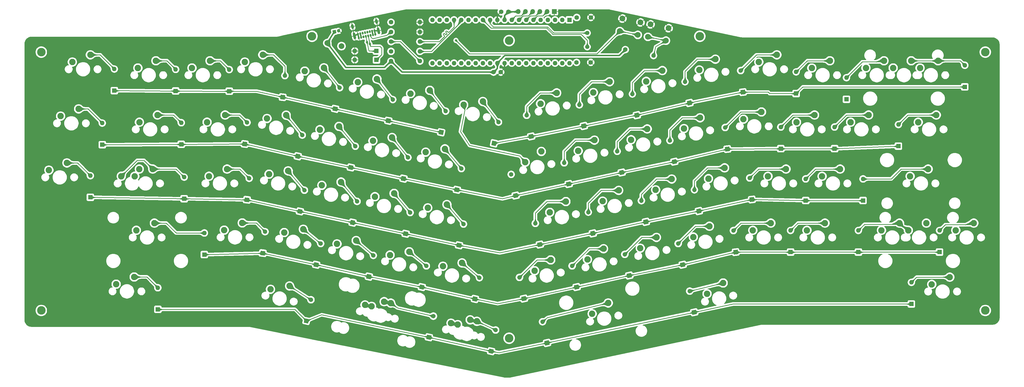
<source format=gbr>
%TF.GenerationSoftware,KiCad,Pcbnew,(5.1.9)-1*%
%TF.CreationDate,2021-04-17T11:26:14+02:00*%
%TF.ProjectId,sesame,73657361-6d65-42e6-9b69-6361645f7063,rev?*%
%TF.SameCoordinates,Original*%
%TF.FileFunction,Copper,L1,Top*%
%TF.FilePolarity,Positive*%
%FSLAX46Y46*%
G04 Gerber Fmt 4.6, Leading zero omitted, Abs format (unit mm)*
G04 Created by KiCad (PCBNEW (5.1.9)-1) date 2021-04-17 11:26:14*
%MOMM*%
%LPD*%
G01*
G04 APERTURE LIST*
%TA.AperFunction,ComponentPad*%
%ADD10C,1.600000*%
%TD*%
%TA.AperFunction,ComponentPad*%
%ADD11C,2.250000*%
%TD*%
%TA.AperFunction,ComponentPad*%
%ADD12C,3.000000*%
%TD*%
%TA.AperFunction,ComponentPad*%
%ADD13C,1.200000*%
%TD*%
%TA.AperFunction,ComponentPad*%
%ADD14C,0.100000*%
%TD*%
%TA.AperFunction,ComponentPad*%
%ADD15O,1.700000X1.700000*%
%TD*%
%TA.AperFunction,ComponentPad*%
%ADD16R,1.700000X1.700000*%
%TD*%
%TA.AperFunction,ComponentPad*%
%ADD17O,1.600000X1.600000*%
%TD*%
%TA.AperFunction,ComponentPad*%
%ADD18R,1.600000X1.600000*%
%TD*%
%TA.AperFunction,ComponentPad*%
%ADD19C,1.500000*%
%TD*%
%TA.AperFunction,ComponentPad*%
%ADD20C,2.000000*%
%TD*%
%TA.AperFunction,ViaPad*%
%ADD21C,0.800000*%
%TD*%
%TA.AperFunction,Conductor*%
%ADD22C,0.500000*%
%TD*%
%TA.AperFunction,Conductor*%
%ADD23C,0.250000*%
%TD*%
%TA.AperFunction,Conductor*%
%ADD24C,0.200000*%
%TD*%
%TA.AperFunction,Conductor*%
%ADD25C,0.100000*%
%TD*%
%TA.AperFunction,Conductor*%
%ADD26C,0.025400*%
%TD*%
G04 APERTURE END LIST*
D10*
%TO.P,C5,2*%
%TO.N,Net-(C5-Pad2)*%
X235626900Y-68961000D03*
%TO.P,C5,1*%
%TO.N,GND*%
X240626900Y-68961000D03*
%TD*%
%TO.P,C4,2*%
%TO.N,Net-(C4-Pad2)*%
X235563400Y-84772500D03*
%TO.P,C4,1*%
%TO.N,GND*%
X240563400Y-84772500D03*
%TD*%
%TO.P,C3,2*%
%TO.N,GND*%
X208849600Y-88201500D03*
%TO.P,C3,1*%
%TO.N,+5V*%
X206349600Y-88201500D03*
%TD*%
%TO.P,C2,2*%
%TO.N,GND*%
X209031200Y-66929000D03*
%TO.P,C2,1*%
%TO.N,+5V*%
X211531200Y-66929000D03*
%TD*%
D11*
%TO.P,MX71,2*%
%TO.N,Net-(D65-Pad2)*%
X200441486Y-176026106D03*
%TO.P,MX71,1*%
%TO.N,col6*%
X193702153Y-177190362D03*
%TD*%
%TO.P,MX70,2*%
%TO.N,Net-(D64-Pad2)*%
X170139286Y-169599906D03*
%TO.P,MX70,1*%
%TO.N,col5*%
X163399953Y-170764162D03*
%TD*%
%TO.P,MX63,2*%
%TO.N,Net-(D63-Pad2)*%
X134541186Y-163580106D03*
%TO.P,MX63,1*%
%TO.N,col3*%
X127801853Y-164744362D03*
%TD*%
%TO.P,MX62,2*%
%TO.N,Net-(D62-Pad2)*%
X79819500Y-160401000D03*
%TO.P,MX62,1*%
%TO.N,col1*%
X73469500Y-162941000D03*
%TD*%
D12*
%TO.P,REF\u002A\u002A,1*%
%TO.N,N/C*%
X278955500Y-75565000D03*
%TD*%
D13*
%TO.P,C1,2*%
%TO.N,GND*%
X151771721Y-73665632D03*
%TA.AperFunction,ComponentPad*%
D14*
%TO.P,C1,1*%
%TO.N,+5V*%
G36*
X149842358Y-74689136D02*
G01*
X149592864Y-73515358D01*
X150766642Y-73265864D01*
X151016136Y-74439642D01*
X149842358Y-74689136D01*
G37*
%TD.AperFunction*%
%TD*%
D11*
%TO.P,MX23,2*%
%TO.N,Net-(D24-Pad2)*%
X189214686Y-115256606D03*
%TO.P,MX23,1*%
%TO.N,col6*%
X182475353Y-116420862D03*
%TD*%
D15*
%TO.P,AVR1,6*%
%TO.N,+5V*%
X215011000Y-66865500D03*
%TO.P,AVR1,5*%
%TO.N,RST*%
X217551000Y-66865500D03*
%TO.P,AVR1,4*%
%TO.N,SCK*%
X220091000Y-66865500D03*
%TO.P,AVR1,3*%
%TO.N,MISO*%
X222631000Y-66865500D03*
%TO.P,AVR1,2*%
%TO.N,MOSI*%
X225171000Y-66865500D03*
D16*
%TO.P,AVR1,1*%
%TO.N,GND*%
X227711000Y-66865500D03*
%TD*%
D12*
%TO.P,REF\u002A\u002A,1*%
%TO.N,N/C*%
X142430500Y-75565000D03*
%TD*%
D11*
%TO.P,MX61,2*%
%TO.N,col13*%
X358711500Y-141414500D03*
%TO.P,MX61,1*%
%TO.N,rs*%
X352361500Y-143954500D03*
%TD*%
%TO.P,MX59,2*%
%TO.N,rs*%
X349250000Y-141414500D03*
%TO.P,MX59,1*%
%TO.N,col13*%
X342900000Y-143954500D03*
%TD*%
%TO.P,MX31,2*%
%TO.N,Net-(D32-Pad2)*%
X362204000Y-103314500D03*
%TO.P,MX31,1*%
%TO.N,col14*%
X355854000Y-105854500D03*
%TD*%
%TO.P,MX15,2*%
%TO.N,bs*%
X353377500Y-84201000D03*
%TO.P,MX15,1*%
%TO.N,col14*%
X347027500Y-86741000D03*
%TD*%
%TO.P,MX33,2*%
%TO.N,caps*%
X86360000Y-122364500D03*
%TO.P,MX33,1*%
%TO.N,col1*%
X80010000Y-124904500D03*
%TD*%
%TO.P,MX18,2*%
%TO.N,Net-(D19-Pad2)*%
X88011000Y-103314500D03*
%TO.P,MX18,1*%
%TO.N,col1*%
X81661000Y-105854500D03*
%TD*%
%TO.P,MX69,2*%
%TO.N,col1*%
X81610200Y-122377200D03*
%TO.P,MX69,1*%
%TO.N,caps*%
X75260200Y-124917200D03*
%TD*%
D17*
%TO.P,D60,2*%
%TO.N,rs*%
X334772000Y-144018000D03*
D18*
%TO.P,D60,1*%
%TO.N,row3*%
X334772000Y-151638000D03*
%TD*%
D17*
%TO.P,U1,40*%
%TO.N,col14*%
X233045000Y-85026500D03*
%TO.P,U1,20*%
%TO.N,col2*%
X184785000Y-69786500D03*
%TO.P,U1,39*%
%TO.N,col13*%
X230505000Y-85026500D03*
%TO.P,U1,19*%
%TO.N,col1*%
X187325000Y-69786500D03*
%TO.P,U1,38*%
%TO.N,col12*%
X227965000Y-85026500D03*
%TO.P,U1,18*%
%TO.N,BOOT*%
X189865000Y-69786500D03*
%TO.P,U1,37*%
%TO.N,col11*%
X225425000Y-85026500D03*
%TO.P,U1,17*%
%TO.N,D-*%
X192405000Y-69786500D03*
%TO.P,U1,36*%
%TO.N,col10*%
X222885000Y-85026500D03*
%TO.P,U1,16*%
%TO.N,D+*%
X194945000Y-69786500D03*
%TO.P,U1,35*%
%TO.N,col9*%
X220345000Y-85026500D03*
%TO.P,U1,15*%
%TO.N,col0*%
X197485000Y-69786500D03*
%TO.P,U1,34*%
%TO.N,col8*%
X217805000Y-85026500D03*
%TO.P,U1,14*%
%TO.N,Net-(U1-Pad14)*%
X200025000Y-69786500D03*
%TO.P,U1,33*%
%TO.N,row4*%
X215265000Y-85026500D03*
%TO.P,U1,13*%
%TO.N,Net-(C4-Pad2)*%
X202565000Y-69786500D03*
%TO.P,U1,32*%
%TO.N,Net-(U1-Pad32)*%
X212725000Y-85026500D03*
%TO.P,U1,12*%
%TO.N,Net-(C5-Pad2)*%
X205105000Y-69786500D03*
%TO.P,U1,31*%
%TO.N,GND*%
X210185000Y-85026500D03*
%TO.P,U1,11*%
X207645000Y-69786500D03*
%TO.P,U1,30*%
%TO.N,+5V*%
X207645000Y-85026500D03*
%TO.P,U1,10*%
X210185000Y-69786500D03*
%TO.P,U1,29*%
%TO.N,row3*%
X205105000Y-85026500D03*
%TO.P,U1,9*%
%TO.N,RST*%
X212725000Y-69786500D03*
%TO.P,U1,28*%
%TO.N,row2*%
X202565000Y-85026500D03*
%TO.P,U1,8*%
%TO.N,SCK*%
X215265000Y-69786500D03*
%TO.P,U1,27*%
%TO.N,row1*%
X200025000Y-85026500D03*
%TO.P,U1,7*%
%TO.N,MISO*%
X217805000Y-69786500D03*
%TO.P,U1,26*%
%TO.N,row0*%
X197485000Y-85026500D03*
%TO.P,U1,6*%
%TO.N,MOSI*%
X220345000Y-69786500D03*
%TO.P,U1,25*%
%TO.N,col7*%
X194945000Y-85026500D03*
%TO.P,U1,5*%
%TO.N,Net-(U1-Pad5)*%
X222885000Y-69786500D03*
%TO.P,U1,24*%
%TO.N,col6*%
X192405000Y-85026500D03*
%TO.P,U1,4*%
%TO.N,Net-(U1-Pad4)*%
X225425000Y-69786500D03*
%TO.P,U1,23*%
%TO.N,col5*%
X189865000Y-85026500D03*
%TO.P,U1,3*%
%TO.N,Net-(U1-Pad3)*%
X227965000Y-69786500D03*
%TO.P,U1,22*%
%TO.N,col4*%
X187325000Y-85026500D03*
%TO.P,U1,2*%
%TO.N,Net-(U1-Pad2)*%
X230505000Y-69786500D03*
%TO.P,U1,21*%
%TO.N,col3*%
X184785000Y-85026500D03*
D18*
%TO.P,U1,1*%
%TO.N,Net-(U1-Pad1)*%
X233045000Y-69786500D03*
%TD*%
D11*
%TO.P,MX5,2*%
%TO.N,Net-(D7-Pad2)*%
X146606186Y-86681606D03*
%TO.P,MX5,1*%
%TO.N,col4*%
X139866853Y-87845862D03*
%TD*%
D12*
%TO.P,REF\u002A\u002A,1*%
%TO.N,N/C*%
X211836000Y-181991000D03*
%TD*%
%TO.P,REF\u002A\u002A,1*%
%TO.N,N/C*%
X379476000Y-172212000D03*
%TD*%
%TO.P,REF\u002A\u002A,1*%
%TO.N,N/C*%
X379476000Y-81153000D03*
%TD*%
%TO.P,REF\u002A\u002A,1*%
%TO.N,N/C*%
X47117000Y-81153000D03*
%TD*%
%TO.P,REF\u002A\u002A,1*%
%TO.N,N/C*%
X47117000Y-172212000D03*
%TD*%
%TO.P,REF\u002A\u002A,1*%
%TO.N,N/C*%
X211836000Y-77089000D03*
%TD*%
D19*
%TO.P,XTAL1,2*%
%TO.N,Net-(C4-Pad2)*%
X239331500Y-79302000D03*
%TO.P,XTAL1,1*%
%TO.N,Net-(C5-Pad2)*%
X239331500Y-74422000D03*
%TD*%
D11*
%TO.P,MX24,2*%
%TO.N,Net-(D25-Pad2)*%
X223170304Y-116168914D03*
%TO.P,MX24,1*%
%TO.N,col7*%
X217487162Y-119973649D03*
%TD*%
%TO.P,MX28,2*%
%TO.N,Net-(D29-Pad2)*%
X300672500Y-102235000D03*
%TO.P,MX28,1*%
%TO.N,col11*%
X294322500Y-104775000D03*
%TD*%
%TO.P,MX66,2*%
%TO.N,Net-(D66-Pad2)*%
X246728804Y-169572414D03*
%TO.P,MX66,1*%
%TO.N,col8*%
X241045662Y-173377149D03*
%TD*%
%TO.P,MX65,2*%
%TO.N,Net-(D65-Pad2)*%
X198104686Y-175518106D03*
%TO.P,MX65,1*%
%TO.N,col6*%
X191365353Y-176682362D03*
%TD*%
%TO.P,MX64,2*%
%TO.N,Net-(D64-Pad2)*%
X167815186Y-169104606D03*
%TO.P,MX64,1*%
%TO.N,col5*%
X161075853Y-170268862D03*
%TD*%
%TO.P,MX46,2*%
%TO.N,Net-(D47-Pad2)*%
X359346500Y-122364500D03*
%TO.P,MX46,1*%
%TO.N,col14*%
X352996500Y-124904500D03*
%TD*%
%TO.P,MX47,2*%
%TO.N,Net-(D48-Pad2)*%
X86931500Y-141414500D03*
%TO.P,MX47,1*%
%TO.N,col1*%
X80581500Y-143954500D03*
%TD*%
%TO.P,MX16,2*%
%TO.N,bs*%
X362839000Y-84201000D03*
%TO.P,MX16,1*%
%TO.N,col14*%
X356489000Y-86741000D03*
%TD*%
%TO.P,MX45,2*%
%TO.N,Net-(D46-Pad2)*%
X343789000Y-84201000D03*
%TO.P,MX45,1*%
%TO.N,col13*%
X337439000Y-86741000D03*
%TD*%
%TO.P,MX68,2*%
%TO.N,Net-(D68-Pad2)*%
X366966500Y-160464500D03*
%TO.P,MX68,1*%
%TO.N,col13*%
X360616500Y-163004500D03*
%TD*%
%TO.P,MX67,2*%
%TO.N,Net-(D67-Pad2)*%
X287178304Y-162523914D03*
%TO.P,MX67,1*%
%TO.N,col10*%
X281495162Y-166328649D03*
%TD*%
%TO.P,MX60,2*%
%TO.N,Net-(D61-Pad2)*%
X375412000Y-141414500D03*
%TO.P,MX60,1*%
%TO.N,col14*%
X369062000Y-143954500D03*
%TD*%
%TO.P,MX58,2*%
%TO.N,Net-(D59-Pad2)*%
X323024500Y-141414500D03*
%TO.P,MX58,1*%
%TO.N,col12*%
X316674500Y-143954500D03*
%TD*%
%TO.P,MX57,2*%
%TO.N,Net-(D58-Pad2)*%
X303974500Y-141414500D03*
%TO.P,MX57,1*%
%TO.N,col11*%
X297624500Y-143954500D03*
%TD*%
%TO.P,MX56,2*%
%TO.N,Net-(D57-Pad2)*%
X282352304Y-142521414D03*
%TO.P,MX56,1*%
%TO.N,col10*%
X276669162Y-146326149D03*
%TD*%
%TO.P,MX55,2*%
%TO.N,Net-(D56-Pad2)*%
X263683304Y-146458414D03*
%TO.P,MX55,1*%
%TO.N,col9*%
X258000162Y-150263149D03*
%TD*%
%TO.P,MX54,2*%
%TO.N,Net-(D55-Pad2)*%
X245077804Y-150458914D03*
%TO.P,MX54,1*%
%TO.N,col8*%
X239394662Y-154263649D03*
%TD*%
%TO.P,MX53,2*%
%TO.N,Net-(D54-Pad2)*%
X226472304Y-154395914D03*
%TO.P,MX53,1*%
%TO.N,col7*%
X220789162Y-158200649D03*
%TD*%
%TO.P,MX52,2*%
%TO.N,Net-(D53-Pad2)*%
X195247186Y-155452106D03*
%TO.P,MX52,1*%
%TO.N,col6*%
X188507853Y-156616362D03*
%TD*%
%TO.P,MX51,2*%
%TO.N,Net-(D52-Pad2)*%
X176641686Y-151515106D03*
%TO.P,MX51,1*%
%TO.N,col5*%
X169902353Y-152679362D03*
%TD*%
%TO.P,MX50,2*%
%TO.N,Net-(D51-Pad2)*%
X157972686Y-147578106D03*
%TO.P,MX50,1*%
%TO.N,col4*%
X151233353Y-148742362D03*
%TD*%
%TO.P,MX49,2*%
%TO.N,Net-(D50-Pad2)*%
X139367186Y-143577606D03*
%TO.P,MX49,1*%
%TO.N,col3*%
X132627853Y-144741862D03*
%TD*%
%TO.P,MX48,2*%
%TO.N,Net-(D49-Pad2)*%
X117856000Y-141351000D03*
%TO.P,MX48,1*%
%TO.N,col2*%
X111506000Y-143891000D03*
%TD*%
%TO.P,MX44,2*%
%TO.N,Net-(D45-Pad2)*%
X328358500Y-122364500D03*
%TO.P,MX44,1*%
%TO.N,col12*%
X322008500Y-124904500D03*
%TD*%
%TO.P,MX43,2*%
%TO.N,Net-(D44-Pad2)*%
X309308500Y-122364500D03*
%TO.P,MX43,1*%
%TO.N,col11*%
X302958500Y-124904500D03*
%TD*%
%TO.P,MX42,2*%
%TO.N,Net-(D43-Pad2)*%
X287686304Y-121947414D03*
%TO.P,MX42,1*%
%TO.N,col10*%
X282003162Y-125752149D03*
%TD*%
%TO.P,MX41,2*%
%TO.N,Net-(D42-Pad2)*%
X269080804Y-125884414D03*
%TO.P,MX41,1*%
%TO.N,col9*%
X263397662Y-129689149D03*
%TD*%
%TO.P,MX40,2*%
%TO.N,Net-(D41-Pad2)*%
X250411804Y-129884914D03*
%TO.P,MX40,1*%
%TO.N,col8*%
X244728662Y-133689649D03*
%TD*%
%TO.P,MX39,2*%
%TO.N,Net-(D40-Pad2)*%
X231806304Y-133821914D03*
%TO.P,MX39,1*%
%TO.N,col7*%
X226123162Y-137626649D03*
%TD*%
%TO.P,MX38,2*%
%TO.N,Net-(D39-Pad2)*%
X189913186Y-134878106D03*
%TO.P,MX38,1*%
%TO.N,col6*%
X183173853Y-136042362D03*
%TD*%
%TO.P,MX37,2*%
%TO.N,Net-(D38-Pad2)*%
X171307686Y-130941106D03*
%TO.P,MX37,1*%
%TO.N,col5*%
X164568353Y-132105362D03*
%TD*%
%TO.P,MX36,2*%
%TO.N,Net-(D37-Pad2)*%
X152638686Y-126940606D03*
%TO.P,MX36,1*%
%TO.N,col4*%
X145899353Y-128104862D03*
%TD*%
%TO.P,MX35,2*%
%TO.N,Net-(D36-Pad2)*%
X134033186Y-123003606D03*
%TO.P,MX35,1*%
%TO.N,col3*%
X127293853Y-124167862D03*
%TD*%
%TO.P,MX34,2*%
%TO.N,Net-(D35-Pad2)*%
X112522000Y-122364500D03*
%TO.P,MX34,1*%
%TO.N,col2*%
X106172000Y-124904500D03*
%TD*%
%TO.P,MX32,2*%
%TO.N,Net-(D33-Pad2)*%
X56134000Y-120205500D03*
%TO.P,MX32,1*%
%TO.N,col0*%
X49784000Y-122745500D03*
%TD*%
%TO.P,MX30,2*%
%TO.N,Net-(D31-Pad2)*%
X338391500Y-103314500D03*
%TO.P,MX30,1*%
%TO.N,col13*%
X332041500Y-105854500D03*
%TD*%
%TO.P,MX29,2*%
%TO.N,Net-(D30-Pad2)*%
X319341500Y-103314500D03*
%TO.P,MX29,1*%
%TO.N,col12*%
X312991500Y-105854500D03*
%TD*%
%TO.P,MX27,2*%
%TO.N,Net-(D28-Pad2)*%
X279050304Y-104294414D03*
%TO.P,MX27,1*%
%TO.N,col10*%
X273367162Y-108099149D03*
%TD*%
%TO.P,MX26,2*%
%TO.N,Net-(D27-Pad2)*%
X260444804Y-108231414D03*
%TO.P,MX26,1*%
%TO.N,col9*%
X254761662Y-112036149D03*
%TD*%
%TO.P,MX25,2*%
%TO.N,Net-(D26-Pad2)*%
X241839304Y-112168414D03*
%TO.P,MX25,1*%
%TO.N,col8*%
X236156162Y-115973149D03*
%TD*%
%TO.P,MX22,2*%
%TO.N,Net-(D23-Pad2)*%
X170609186Y-111256106D03*
%TO.P,MX22,1*%
%TO.N,col5*%
X163869853Y-112420362D03*
%TD*%
%TO.P,MX21,2*%
%TO.N,Net-(D22-Pad2)*%
X151940186Y-107319106D03*
%TO.P,MX21,1*%
%TO.N,col4*%
X145200853Y-108483362D03*
%TD*%
%TO.P,MX20,2*%
%TO.N,Net-(D21-Pad2)*%
X133334686Y-103382106D03*
%TO.P,MX20,1*%
%TO.N,col3*%
X126595353Y-104546362D03*
%TD*%
%TO.P,MX19,2*%
%TO.N,Net-(D20-Pad2)*%
X111823500Y-103314500D03*
%TO.P,MX19,1*%
%TO.N,col2*%
X105473500Y-105854500D03*
%TD*%
%TO.P,MX17,2*%
%TO.N,Net-(D18-Pad2)*%
X60261500Y-101155500D03*
%TO.P,MX17,1*%
%TO.N,col0*%
X53911500Y-103695500D03*
%TD*%
%TO.P,MX14,2*%
%TO.N,Net-(D16-Pad2)*%
X324739000Y-84201000D03*
%TO.P,MX14,1*%
%TO.N,col13*%
X318389000Y-86741000D03*
%TD*%
%TO.P,MX13,2*%
%TO.N,Net-(D15-Pad2)*%
X306070000Y-82105500D03*
%TO.P,MX13,1*%
%TO.N,col12*%
X299720000Y-84645500D03*
%TD*%
%TO.P,MX12,2*%
%TO.N,Net-(D14-Pad2)*%
X284447804Y-83656914D03*
%TO.P,MX12,1*%
%TO.N,col11*%
X278764662Y-87461649D03*
%TD*%
%TO.P,MX11,2*%
%TO.N,Net-(D13-Pad2)*%
X265778804Y-87657414D03*
%TO.P,MX11,1*%
%TO.N,col10*%
X260095662Y-91462149D03*
%TD*%
%TO.P,MX10,2*%
%TO.N,Net-(D12-Pad2)*%
X247173304Y-91594414D03*
%TO.P,MX10,1*%
%TO.N,col9*%
X241490162Y-95399149D03*
%TD*%
%TO.P,MX9,2*%
%TO.N,Net-(D11-Pad2)*%
X228567804Y-95531414D03*
%TO.P,MX9,1*%
%TO.N,col8*%
X222884662Y-99336149D03*
%TD*%
%TO.P,MX8,2*%
%TO.N,Net-(D10-Pad2)*%
X202549686Y-98556106D03*
%TO.P,MX8,1*%
%TO.N,col7*%
X195810353Y-99720362D03*
%TD*%
%TO.P,MX7,2*%
%TO.N,Net-(D9-Pad2)*%
X183880686Y-94619106D03*
%TO.P,MX7,1*%
%TO.N,col6*%
X177141353Y-95783362D03*
%TD*%
%TO.P,MX6,2*%
%TO.N,Net-(D8-Pad2)*%
X165275186Y-90618606D03*
%TO.P,MX6,1*%
%TO.N,col5*%
X158535853Y-91782862D03*
%TD*%
%TO.P,MX4,2*%
%TO.N,Net-(D6-Pad2)*%
X125095000Y-82105500D03*
%TO.P,MX4,1*%
%TO.N,col3*%
X118745000Y-84645500D03*
%TD*%
%TO.P,MX3,2*%
%TO.N,Net-(D5-Pad2)*%
X106521250Y-84201000D03*
%TO.P,MX3,1*%
%TO.N,col2*%
X100171250Y-86741000D03*
%TD*%
%TO.P,MX2,2*%
%TO.N,Net-(D4-Pad2)*%
X87471250Y-84201000D03*
%TO.P,MX2,1*%
%TO.N,col1*%
X81121250Y-86741000D03*
%TD*%
%TO.P,MX1,2*%
%TO.N,Net-(D3-Pad2)*%
X64389000Y-82105500D03*
%TO.P,MX1,1*%
%TO.N,col0*%
X58039000Y-84645500D03*
%TD*%
%TO.P,USB1,A5*%
%TO.N,Net-(R4-Pad1)*%
%TA.AperFunction,ComponentPad*%
G36*
G01*
X163324913Y-74995366D02*
X163397683Y-75337718D01*
G75*
G02*
X163147356Y-75723187I-317898J-67571D01*
G01*
X163147356Y-75723187D01*
G75*
G02*
X162761887Y-75472860I-67571J317898D01*
G01*
X162689117Y-75130508D01*
G75*
G02*
X162939444Y-74745039I317898J67571D01*
G01*
X162939444Y-74745039D01*
G75*
G02*
X163324913Y-74995366I67571J-317898D01*
G01*
G37*
%TD.AperFunction*%
%TO.P,USB1,A1*%
%TO.N,GND*%
%TA.AperFunction,ComponentPad*%
G36*
G01*
X164987763Y-74641916D02*
X165060533Y-74984268D01*
G75*
G02*
X164810206Y-75369737I-317898J-67571D01*
G01*
X164810206Y-75369737D01*
G75*
G02*
X164424737Y-75119410I-67571J317898D01*
G01*
X164351967Y-74777058D01*
G75*
G02*
X164602294Y-74391589I317898J67571D01*
G01*
X164602294Y-74391589D01*
G75*
G02*
X164987763Y-74641916I67571J-317898D01*
G01*
G37*
%TD.AperFunction*%
%TO.P,USB1,A4*%
%TO.N,VCC*%
%TA.AperFunction,ComponentPad*%
G36*
G01*
X164156338Y-74818641D02*
X164229108Y-75160993D01*
G75*
G02*
X163978781Y-75546462I-317898J-67571D01*
G01*
X163978781Y-75546462D01*
G75*
G02*
X163593312Y-75296135I-67571J317898D01*
G01*
X163520542Y-74953783D01*
G75*
G02*
X163770869Y-74568314I317898J67571D01*
G01*
X163770869Y-74568314D01*
G75*
G02*
X164156338Y-74818641I67571J-317898D01*
G01*
G37*
%TD.AperFunction*%
%TO.P,USB1,A6*%
%TO.N,Net-(D2-Pad1)*%
%TA.AperFunction,ComponentPad*%
G36*
G01*
X162493487Y-75172091D02*
X162566257Y-75514443D01*
G75*
G02*
X162315930Y-75899912I-317898J-67571D01*
G01*
X162315930Y-75899912D01*
G75*
G02*
X161930461Y-75649585I-67571J317898D01*
G01*
X161857691Y-75307233D01*
G75*
G02*
X162108018Y-74921764I317898J67571D01*
G01*
X162108018Y-74921764D01*
G75*
G02*
X162493487Y-75172091I67571J-317898D01*
G01*
G37*
%TD.AperFunction*%
%TO.P,USB1,A7*%
%TO.N,Net-(D1-Pad1)*%
%TA.AperFunction,ComponentPad*%
G36*
G01*
X161662062Y-75348816D02*
X161734832Y-75691168D01*
G75*
G02*
X161484505Y-76076637I-317898J-67571D01*
G01*
X161484505Y-76076637D01*
G75*
G02*
X161099036Y-75826310I-67571J317898D01*
G01*
X161026266Y-75483958D01*
G75*
G02*
X161276593Y-75098489I317898J67571D01*
G01*
X161276593Y-75098489D01*
G75*
G02*
X161662062Y-75348816I67571J-317898D01*
G01*
G37*
%TD.AperFunction*%
%TO.P,USB1,A8*%
%TO.N,Net-(USB1-PadA8)*%
%TA.AperFunction,ComponentPad*%
G36*
G01*
X160830636Y-75525541D02*
X160903406Y-75867893D01*
G75*
G02*
X160653079Y-76253362I-317898J-67571D01*
G01*
X160653079Y-76253362D01*
G75*
G02*
X160267610Y-76003035I-67571J317898D01*
G01*
X160194840Y-75660683D01*
G75*
G02*
X160445167Y-75275214I317898J67571D01*
G01*
X160445167Y-75275214D01*
G75*
G02*
X160830636Y-75525541I67571J-317898D01*
G01*
G37*
%TD.AperFunction*%
%TO.P,USB1,A9*%
%TO.N,VCC*%
%TA.AperFunction,ComponentPad*%
G36*
G01*
X159999211Y-75702266D02*
X160071981Y-76044618D01*
G75*
G02*
X159821654Y-76430087I-317898J-67571D01*
G01*
X159821654Y-76430087D01*
G75*
G02*
X159436185Y-76179760I-67571J317898D01*
G01*
X159363415Y-75837408D01*
G75*
G02*
X159613742Y-75451939I317898J67571D01*
G01*
X159613742Y-75451939D01*
G75*
G02*
X159999211Y-75702266I67571J-317898D01*
G01*
G37*
%TD.AperFunction*%
%TO.P,USB1,A12*%
%TO.N,GND*%
%TA.AperFunction,ComponentPad*%
G36*
G01*
X159167785Y-75878991D02*
X159240555Y-76221343D01*
G75*
G02*
X158990228Y-76606812I-317898J-67571D01*
G01*
X158990228Y-76606812D01*
G75*
G02*
X158604759Y-76356485I-67571J317898D01*
G01*
X158531989Y-76014133D01*
G75*
G02*
X158782316Y-75628664I317898J67571D01*
G01*
X158782316Y-75628664D01*
G75*
G02*
X159167785Y-75878991I67571J-317898D01*
G01*
G37*
%TD.AperFunction*%
%TO.P,USB1,B12*%
%TA.AperFunction,ComponentPad*%
G36*
G01*
X164712280Y-73345871D02*
X164785050Y-73688223D01*
G75*
G02*
X164534723Y-74073692I-317898J-67571D01*
G01*
X164534723Y-74073692D01*
G75*
G02*
X164149254Y-73823365I-67571J317898D01*
G01*
X164076484Y-73481013D01*
G75*
G02*
X164326811Y-73095544I317898J67571D01*
G01*
X164326811Y-73095544D01*
G75*
G02*
X164712280Y-73345871I67571J-317898D01*
G01*
G37*
%TD.AperFunction*%
%TO.P,USB1,B9*%
%TO.N,VCC*%
%TA.AperFunction,ComponentPad*%
G36*
G01*
X163875964Y-73523635D02*
X163948734Y-73865987D01*
G75*
G02*
X163698407Y-74251456I-317898J-67571D01*
G01*
X163698407Y-74251456D01*
G75*
G02*
X163312938Y-74001129I-67571J317898D01*
G01*
X163240168Y-73658777D01*
G75*
G02*
X163490495Y-73273308I317898J67571D01*
G01*
X163490495Y-73273308D01*
G75*
G02*
X163875964Y-73523635I67571J-317898D01*
G01*
G37*
%TD.AperFunction*%
%TO.P,USB1,B8*%
%TO.N,Net-(USB1-PadB8)*%
%TA.AperFunction,ComponentPad*%
G36*
G01*
X163044539Y-73700360D02*
X163117309Y-74042712D01*
G75*
G02*
X162866982Y-74428181I-317898J-67571D01*
G01*
X162866982Y-74428181D01*
G75*
G02*
X162481513Y-74177854I-67571J317898D01*
G01*
X162408743Y-73835502D01*
G75*
G02*
X162659070Y-73450033I317898J67571D01*
G01*
X162659070Y-73450033D01*
G75*
G02*
X163044539Y-73700360I67571J-317898D01*
G01*
G37*
%TD.AperFunction*%
%TO.P,USB1,B7*%
%TO.N,Net-(D1-Pad1)*%
%TA.AperFunction,ComponentPad*%
G36*
G01*
X162213113Y-73877085D02*
X162285883Y-74219437D01*
G75*
G02*
X162035556Y-74604906I-317898J-67571D01*
G01*
X162035556Y-74604906D01*
G75*
G02*
X161650087Y-74354579I-67571J317898D01*
G01*
X161577317Y-74012227D01*
G75*
G02*
X161827644Y-73626758I317898J67571D01*
G01*
X161827644Y-73626758D01*
G75*
G02*
X162213113Y-73877085I67571J-317898D01*
G01*
G37*
%TD.AperFunction*%
%TO.P,USB1,B6*%
%TO.N,Net-(D2-Pad1)*%
%TA.AperFunction,ComponentPad*%
G36*
G01*
X161381688Y-74053810D02*
X161454458Y-74396162D01*
G75*
G02*
X161204131Y-74781631I-317898J-67571D01*
G01*
X161204131Y-74781631D01*
G75*
G02*
X160818662Y-74531304I-67571J317898D01*
G01*
X160745892Y-74188952D01*
G75*
G02*
X160996219Y-73803483I317898J67571D01*
G01*
X160996219Y-73803483D01*
G75*
G02*
X161381688Y-74053810I67571J-317898D01*
G01*
G37*
%TD.AperFunction*%
%TO.P,USB1,B5*%
%TO.N,Net-(R5-Pad1)*%
%TA.AperFunction,ComponentPad*%
G36*
G01*
X160550262Y-74230535D02*
X160623032Y-74572887D01*
G75*
G02*
X160372705Y-74958356I-317898J-67571D01*
G01*
X160372705Y-74958356D01*
G75*
G02*
X159987236Y-74708029I-67571J317898D01*
G01*
X159914466Y-74365677D01*
G75*
G02*
X160164793Y-73980208I317898J67571D01*
G01*
X160164793Y-73980208D01*
G75*
G02*
X160550262Y-74230535I67571J-317898D01*
G01*
G37*
%TD.AperFunction*%
%TO.P,USB1,B4*%
%TO.N,VCC*%
%TA.AperFunction,ComponentPad*%
G36*
G01*
X159718837Y-74407260D02*
X159791607Y-74749612D01*
G75*
G02*
X159541280Y-75135081I-317898J-67571D01*
G01*
X159541280Y-75135081D01*
G75*
G02*
X159155811Y-74884754I-67571J317898D01*
G01*
X159083041Y-74542402D01*
G75*
G02*
X159333368Y-74156933I317898J67571D01*
G01*
X159333368Y-74156933D01*
G75*
G02*
X159718837Y-74407260I67571J-317898D01*
G01*
G37*
%TD.AperFunction*%
%TO.P,USB1,B1*%
%TO.N,GND*%
%TA.AperFunction,ComponentPad*%
G36*
G01*
X158887411Y-74583985D02*
X158960181Y-74926337D01*
G75*
G02*
X158709854Y-75311806I-317898J-67571D01*
G01*
X158709854Y-75311806D01*
G75*
G02*
X158324385Y-75061479I-67571J317898D01*
G01*
X158251615Y-74719127D01*
G75*
G02*
X158501942Y-74333658I317898J67571D01*
G01*
X158501942Y-74333658D01*
G75*
G02*
X158887411Y-74583985I67571J-317898D01*
G01*
G37*
%TD.AperFunction*%
%TO.P,USB1,S1*%
%TA.AperFunction,ComponentPad*%
G36*
G01*
X166107228Y-72814227D02*
X166419096Y-74281449D01*
G75*
G02*
X166072490Y-74815175I-440166J-93560D01*
G01*
X166072490Y-74815175D01*
G75*
G02*
X165538764Y-74468569I-93560J440166D01*
G01*
X165226896Y-73001347D01*
G75*
G02*
X165573502Y-72467621I440166J93560D01*
G01*
X165573502Y-72467621D01*
G75*
G02*
X166107228Y-72814227I93560J-440166D01*
G01*
G37*
%TD.AperFunction*%
%TA.AperFunction,ComponentPad*%
G36*
G01*
X157646251Y-74612663D02*
X157958119Y-76079885D01*
G75*
G02*
X157611513Y-76613611I-440166J-93560D01*
G01*
X157611513Y-76613611D01*
G75*
G02*
X157077787Y-76267005I-93560J440166D01*
G01*
X156765919Y-74799783D01*
G75*
G02*
X157112525Y-74266057I440166J93560D01*
G01*
X157112525Y-74266057D01*
G75*
G02*
X157646251Y-74612663I93560J-440166D01*
G01*
G37*
%TD.AperFunction*%
%TA.AperFunction,ComponentPad*%
G36*
G01*
X165477256Y-69850440D02*
X165643586Y-70632958D01*
G75*
G02*
X165296980Y-71166684I-440166J-93560D01*
G01*
X165296980Y-71166684D01*
G75*
G02*
X164763254Y-70820078I-93560J440166D01*
G01*
X164596924Y-70037560D01*
G75*
G02*
X164943530Y-69503834I440166J93560D01*
G01*
X164943530Y-69503834D01*
G75*
G02*
X165477256Y-69850440I93560J-440166D01*
G01*
G37*
%TD.AperFunction*%
%TA.AperFunction,ComponentPad*%
G36*
G01*
X157016279Y-71648876D02*
X157182609Y-72431394D01*
G75*
G02*
X156836003Y-72965120I-440166J-93560D01*
G01*
X156836003Y-72965120D01*
G75*
G02*
X156302277Y-72618514I-93560J440166D01*
G01*
X156135947Y-71835996D01*
G75*
G02*
X156482553Y-71302270I440166J93560D01*
G01*
X156482553Y-71302270D01*
G75*
G02*
X157016279Y-71648876I93560J-440166D01*
G01*
G37*
%TD.AperFunction*%
%TD*%
D20*
%TO.P,Reset1,1*%
%TO.N,GND*%
X267977959Y-72725426D03*
%TO.P,Reset1,2*%
%TO.N,RST*%
X267042357Y-77127090D03*
%TO.P,Reset1,1*%
%TO.N,GND*%
X261620000Y-71374000D03*
%TO.P,Reset1,2*%
%TO.N,RST*%
X260684397Y-75775664D03*
%TD*%
%TO.P,R6,2*%
%TO.N,RST*%
%TA.AperFunction,ComponentPad*%
G36*
G01*
X261885462Y-82210054D02*
X261885462Y-82210054D01*
G75*
G02*
X262834309Y-81593865I782518J-166329D01*
G01*
X262834309Y-81593865D01*
G75*
G02*
X263450498Y-82542712I-166329J-782518D01*
G01*
X263450498Y-82542712D01*
G75*
G02*
X262501651Y-83158901I-782518J166329D01*
G01*
X262501651Y-83158901D01*
G75*
G02*
X261885462Y-82210054I166329J782518D01*
G01*
G37*
%TD.AperFunction*%
D10*
%TO.P,R6,1*%
%TO.N,+5V*%
X252730000Y-80264000D03*
%TD*%
D17*
%TO.P,R5,2*%
%TO.N,GND*%
X180403500Y-70612000D03*
D10*
%TO.P,R5,1*%
%TO.N,Net-(R5-Pad1)*%
X170243500Y-70612000D03*
%TD*%
D17*
%TO.P,R4,2*%
%TO.N,GND*%
X180403500Y-74041000D03*
D10*
%TO.P,R4,1*%
%TO.N,Net-(R4-Pad1)*%
X170243500Y-74041000D03*
%TD*%
D17*
%TO.P,R2,2*%
%TO.N,D+*%
X180403500Y-80899000D03*
D10*
%TO.P,R2,1*%
%TO.N,Net-(D2-Pad1)*%
X170243500Y-80899000D03*
%TD*%
D17*
%TO.P,R3,2*%
%TO.N,D-*%
X180403500Y-77470000D03*
D10*
%TO.P,R3,1*%
%TO.N,Net-(D1-Pad1)*%
X170243500Y-77470000D03*
%TD*%
D17*
%TO.P,R1,2*%
%TO.N,Net-(D1-Pad1)*%
X180403500Y-84328000D03*
D10*
%TO.P,R1,1*%
%TO.N,+5V*%
X170243500Y-84328000D03*
%TD*%
D20*
%TO.P,F1,2*%
%TO.N,VCC*%
X152794911Y-79043973D03*
%TO.P,F1,1*%
%TO.N,+5V*%
X147828000Y-77978000D03*
%TD*%
D17*
%TO.P,D68,2*%
%TO.N,Net-(D68-Pad2)*%
X353441000Y-162306000D03*
D18*
%TO.P,D68,1*%
%TO.N,row4*%
X353441000Y-169926000D03*
%TD*%
%TO.P,D67,2*%
%TO.N,Net-(D67-Pad2)*%
%TA.AperFunction,ComponentPad*%
G36*
G01*
X275569042Y-166176033D02*
X275569042Y-166176033D01*
G75*
G02*
X274620195Y-165559844I-166329J782518D01*
G01*
X274620195Y-165559844D01*
G75*
G02*
X275236384Y-164610997I782518J166329D01*
G01*
X275236384Y-164610997D01*
G75*
G02*
X276185231Y-165227186I166329J-782518D01*
G01*
X276185231Y-165227186D01*
G75*
G02*
X275569042Y-166176033I-782518J-166329D01*
G01*
G37*
%TD.AperFunction*%
%TA.AperFunction,ComponentPad*%
D14*
%TO.P,D67,1*%
%TO.N,row4*%
G36*
X277935847Y-173463189D02*
G01*
X276370811Y-173795847D01*
X276038153Y-172230811D01*
X277603189Y-171898153D01*
X277935847Y-173463189D01*
G37*
%TD.AperFunction*%
%TD*%
%TO.P,D66,2*%
%TO.N,Net-(D66-Pad2)*%
%TA.AperFunction,ComponentPad*%
G36*
G01*
X223753042Y-176971033D02*
X223753042Y-176971033D01*
G75*
G02*
X222804195Y-176354844I-166329J782518D01*
G01*
X222804195Y-176354844D01*
G75*
G02*
X223420384Y-175405997I782518J166329D01*
G01*
X223420384Y-175405997D01*
G75*
G02*
X224369231Y-176022186I166329J-782518D01*
G01*
X224369231Y-176022186D01*
G75*
G02*
X223753042Y-176971033I-782518J-166329D01*
G01*
G37*
%TD.AperFunction*%
%TA.AperFunction,ComponentPad*%
%TO.P,D66,1*%
%TO.N,row4*%
G36*
X226119847Y-184258189D02*
G01*
X224554811Y-184590847D01*
X224222153Y-183025811D01*
X225787189Y-182693153D01*
X226119847Y-184258189D01*
G37*
%TD.AperFunction*%
%TD*%
%TO.P,D65,2*%
%TO.N,Net-(D65-Pad2)*%
%TA.AperFunction,ComponentPad*%
G36*
G01*
X206903958Y-179892033D02*
X206903958Y-179892033D01*
G75*
G02*
X206287769Y-178943186I166329J782518D01*
G01*
X206287769Y-178943186D01*
G75*
G02*
X207236616Y-178326997I782518J-166329D01*
G01*
X207236616Y-178326997D01*
G75*
G02*
X207852805Y-179275844I-166329J-782518D01*
G01*
X207852805Y-179275844D01*
G75*
G02*
X206903958Y-179892033I-782518J166329D01*
G01*
G37*
%TD.AperFunction*%
%TA.AperFunction,ComponentPad*%
%TO.P,D65,1*%
%TO.N,row4*%
G36*
X206102189Y-187511847D02*
G01*
X204537153Y-187179189D01*
X204869811Y-185614153D01*
X206434847Y-185946811D01*
X206102189Y-187511847D01*
G37*
%TD.AperFunction*%
%TD*%
%TO.P,D64,2*%
%TO.N,Net-(D64-Pad2)*%
%TA.AperFunction,ComponentPad*%
G36*
G01*
X184983758Y-174989833D02*
X184983758Y-174989833D01*
G75*
G02*
X184367569Y-174040986I166329J782518D01*
G01*
X184367569Y-174040986D01*
G75*
G02*
X185316416Y-173424797I782518J-166329D01*
G01*
X185316416Y-173424797D01*
G75*
G02*
X185932605Y-174373644I-166329J-782518D01*
G01*
X185932605Y-174373644D01*
G75*
G02*
X184983758Y-174989833I-782518J166329D01*
G01*
G37*
%TD.AperFunction*%
%TA.AperFunction,ComponentPad*%
%TO.P,D64,1*%
%TO.N,row4*%
G36*
X184181989Y-182609647D02*
G01*
X182616953Y-182276989D01*
X182949611Y-180711953D01*
X184514647Y-181044611D01*
X184181989Y-182609647D01*
G37*
%TD.AperFunction*%
%TD*%
%TO.P,D63,2*%
%TO.N,Net-(D63-Pad2)*%
%TA.AperFunction,ComponentPad*%
G36*
G01*
X141879958Y-169224033D02*
X141879958Y-169224033D01*
G75*
G02*
X141263769Y-168275186I166329J782518D01*
G01*
X141263769Y-168275186D01*
G75*
G02*
X142212616Y-167658997I782518J-166329D01*
G01*
X142212616Y-167658997D01*
G75*
G02*
X142828805Y-168607844I-166329J-782518D01*
G01*
X142828805Y-168607844D01*
G75*
G02*
X141879958Y-169224033I-782518J166329D01*
G01*
G37*
%TD.AperFunction*%
%TA.AperFunction,ComponentPad*%
%TO.P,D63,1*%
%TO.N,row4*%
G36*
X141078189Y-176843847D02*
G01*
X139513153Y-176511189D01*
X139845811Y-174946153D01*
X141410847Y-175278811D01*
X141078189Y-176843847D01*
G37*
%TD.AperFunction*%
%TD*%
D17*
%TO.P,D62,2*%
%TO.N,Net-(D62-Pad2)*%
X88138000Y-164211000D03*
D18*
%TO.P,D62,1*%
%TO.N,row4*%
X88138000Y-171831000D03*
%TD*%
D17*
%TO.P,D61,2*%
%TO.N,Net-(D61-Pad2)*%
X363347000Y-144018000D03*
D18*
%TO.P,D61,1*%
%TO.N,row3*%
X363347000Y-151638000D03*
%TD*%
D17*
%TO.P,D59,2*%
%TO.N,Net-(D59-Pad2)*%
X310896000Y-144018000D03*
D18*
%TO.P,D59,1*%
%TO.N,row3*%
X310896000Y-151638000D03*
%TD*%
%TO.P,D58,2*%
%TO.N,Net-(D58-Pad2)*%
%TA.AperFunction,ComponentPad*%
G36*
G01*
X290879116Y-144855361D02*
X290879116Y-144855361D01*
G75*
G02*
X289999875Y-144143366I-83623J795618D01*
G01*
X289999875Y-144143366D01*
G75*
G02*
X290711870Y-143264125I795618J83623D01*
G01*
X290711870Y-143264125D01*
G75*
G02*
X291591111Y-143976120I83623J-795618D01*
G01*
X291591111Y-143976120D01*
G75*
G02*
X290879116Y-144855361I-795618J-83623D01*
G01*
G37*
%TD.AperFunction*%
%TA.AperFunction,ComponentPad*%
D14*
%TO.P,D58,1*%
%TO.N,row3*%
G36*
X292471240Y-152349995D02*
G01*
X290880005Y-152517240D01*
X290712760Y-150926005D01*
X292303995Y-150758760D01*
X292471240Y-152349995D01*
G37*
%TD.AperFunction*%
%TD*%
%TO.P,D57,2*%
%TO.N,Net-(D57-Pad2)*%
%TA.AperFunction,ComponentPad*%
G36*
G01*
X271505042Y-149412033D02*
X271505042Y-149412033D01*
G75*
G02*
X270556195Y-148795844I-166329J782518D01*
G01*
X270556195Y-148795844D01*
G75*
G02*
X271172384Y-147846997I782518J166329D01*
G01*
X271172384Y-147846997D01*
G75*
G02*
X272121231Y-148463186I166329J-782518D01*
G01*
X272121231Y-148463186D01*
G75*
G02*
X271505042Y-149412033I-782518J-166329D01*
G01*
G37*
%TD.AperFunction*%
%TA.AperFunction,ComponentPad*%
%TO.P,D57,1*%
%TO.N,row3*%
G36*
X273871847Y-156699189D02*
G01*
X272306811Y-157031847D01*
X271974153Y-155466811D01*
X273539189Y-155134153D01*
X273871847Y-156699189D01*
G37*
%TD.AperFunction*%
%TD*%
%TO.P,D56,2*%
%TO.N,Net-(D56-Pad2)*%
%TA.AperFunction,ComponentPad*%
G36*
G01*
X252709042Y-153222033D02*
X252709042Y-153222033D01*
G75*
G02*
X251760195Y-152605844I-166329J782518D01*
G01*
X251760195Y-152605844D01*
G75*
G02*
X252376384Y-151656997I782518J166329D01*
G01*
X252376384Y-151656997D01*
G75*
G02*
X253325231Y-152273186I166329J-782518D01*
G01*
X253325231Y-152273186D01*
G75*
G02*
X252709042Y-153222033I-782518J-166329D01*
G01*
G37*
%TD.AperFunction*%
%TA.AperFunction,ComponentPad*%
%TO.P,D56,1*%
%TO.N,row3*%
G36*
X255075847Y-160509189D02*
G01*
X253510811Y-160841847D01*
X253178153Y-159276811D01*
X254743189Y-158944153D01*
X255075847Y-160509189D01*
G37*
%TD.AperFunction*%
%TD*%
%TO.P,D55,2*%
%TO.N,Net-(D55-Pad2)*%
%TA.AperFunction,ComponentPad*%
G36*
G01*
X234167042Y-157286033D02*
X234167042Y-157286033D01*
G75*
G02*
X233218195Y-156669844I-166329J782518D01*
G01*
X233218195Y-156669844D01*
G75*
G02*
X233834384Y-155720997I782518J166329D01*
G01*
X233834384Y-155720997D01*
G75*
G02*
X234783231Y-156337186I166329J-782518D01*
G01*
X234783231Y-156337186D01*
G75*
G02*
X234167042Y-157286033I-782518J-166329D01*
G01*
G37*
%TD.AperFunction*%
%TA.AperFunction,ComponentPad*%
%TO.P,D55,1*%
%TO.N,row3*%
G36*
X236533847Y-164573189D02*
G01*
X234968811Y-164905847D01*
X234636153Y-163340811D01*
X236201189Y-163008153D01*
X236533847Y-164573189D01*
G37*
%TD.AperFunction*%
%TD*%
%TO.P,D54,2*%
%TO.N,Net-(D54-Pad2)*%
%TA.AperFunction,ComponentPad*%
G36*
G01*
X215625042Y-161350033D02*
X215625042Y-161350033D01*
G75*
G02*
X214676195Y-160733844I-166329J782518D01*
G01*
X214676195Y-160733844D01*
G75*
G02*
X215292384Y-159784997I782518J166329D01*
G01*
X215292384Y-159784997D01*
G75*
G02*
X216241231Y-160401186I166329J-782518D01*
G01*
X216241231Y-160401186D01*
G75*
G02*
X215625042Y-161350033I-782518J-166329D01*
G01*
G37*
%TD.AperFunction*%
%TA.AperFunction,ComponentPad*%
%TO.P,D54,1*%
%TO.N,row3*%
G36*
X217991847Y-168637189D02*
G01*
X216426811Y-168969847D01*
X216094153Y-167404811D01*
X217659189Y-167072153D01*
X217991847Y-168637189D01*
G37*
%TD.AperFunction*%
%TD*%
%TO.P,D53,2*%
%TO.N,Net-(D53-Pad2)*%
%TA.AperFunction,ComponentPad*%
G36*
G01*
X201188958Y-161477033D02*
X201188958Y-161477033D01*
G75*
G02*
X200572769Y-160528186I166329J782518D01*
G01*
X200572769Y-160528186D01*
G75*
G02*
X201521616Y-159911997I782518J-166329D01*
G01*
X201521616Y-159911997D01*
G75*
G02*
X202137805Y-160860844I-166329J-782518D01*
G01*
X202137805Y-160860844D01*
G75*
G02*
X201188958Y-161477033I-782518J166329D01*
G01*
G37*
%TD.AperFunction*%
%TA.AperFunction,ComponentPad*%
%TO.P,D53,1*%
%TO.N,row3*%
G36*
X200387189Y-169096847D02*
G01*
X198822153Y-168764189D01*
X199154811Y-167199153D01*
X200719847Y-167531811D01*
X200387189Y-169096847D01*
G37*
%TD.AperFunction*%
%TD*%
%TO.P,D52,2*%
%TO.N,Net-(D52-Pad2)*%
%TA.AperFunction,ComponentPad*%
G36*
G01*
X182519958Y-157286033D02*
X182519958Y-157286033D01*
G75*
G02*
X181903769Y-156337186I166329J782518D01*
G01*
X181903769Y-156337186D01*
G75*
G02*
X182852616Y-155720997I782518J-166329D01*
G01*
X182852616Y-155720997D01*
G75*
G02*
X183468805Y-156669844I-166329J-782518D01*
G01*
X183468805Y-156669844D01*
G75*
G02*
X182519958Y-157286033I-782518J166329D01*
G01*
G37*
%TD.AperFunction*%
%TA.AperFunction,ComponentPad*%
%TO.P,D52,1*%
%TO.N,row3*%
G36*
X181718189Y-164905847D02*
G01*
X180153153Y-164573189D01*
X180485811Y-163008153D01*
X182050847Y-163340811D01*
X181718189Y-164905847D01*
G37*
%TD.AperFunction*%
%TD*%
%TO.P,D51,2*%
%TO.N,Net-(D51-Pad2)*%
%TA.AperFunction,ComponentPad*%
G36*
G01*
X163850958Y-153603033D02*
X163850958Y-153603033D01*
G75*
G02*
X163234769Y-152654186I166329J782518D01*
G01*
X163234769Y-152654186D01*
G75*
G02*
X164183616Y-152037997I782518J-166329D01*
G01*
X164183616Y-152037997D01*
G75*
G02*
X164799805Y-152986844I-166329J-782518D01*
G01*
X164799805Y-152986844D01*
G75*
G02*
X163850958Y-153603033I-782518J166329D01*
G01*
G37*
%TD.AperFunction*%
%TA.AperFunction,ComponentPad*%
%TO.P,D51,1*%
%TO.N,row3*%
G36*
X163049189Y-161222847D02*
G01*
X161484153Y-160890189D01*
X161816811Y-159325153D01*
X163381847Y-159657811D01*
X163049189Y-161222847D01*
G37*
%TD.AperFunction*%
%TD*%
%TO.P,D50,2*%
%TO.N,Net-(D50-Pad2)*%
%TA.AperFunction,ComponentPad*%
G36*
G01*
X145308958Y-149412033D02*
X145308958Y-149412033D01*
G75*
G02*
X144692769Y-148463186I166329J782518D01*
G01*
X144692769Y-148463186D01*
G75*
G02*
X145641616Y-147846997I782518J-166329D01*
G01*
X145641616Y-147846997D01*
G75*
G02*
X146257805Y-148795844I-166329J-782518D01*
G01*
X146257805Y-148795844D01*
G75*
G02*
X145308958Y-149412033I-782518J166329D01*
G01*
G37*
%TD.AperFunction*%
%TA.AperFunction,ComponentPad*%
%TO.P,D50,1*%
%TO.N,row3*%
G36*
X144507189Y-157031847D02*
G01*
X142942153Y-156699189D01*
X143274811Y-155134153D01*
X144839847Y-155466811D01*
X144507189Y-157031847D01*
G37*
%TD.AperFunction*%
%TD*%
%TO.P,D49,2*%
%TO.N,Net-(D49-Pad2)*%
%TA.AperFunction,ComponentPad*%
G36*
G01*
X125807884Y-145236361D02*
X125807884Y-145236361D01*
G75*
G02*
X125095889Y-144357120I83623J795618D01*
G01*
X125095889Y-144357120D01*
G75*
G02*
X125975130Y-143645125I795618J-83623D01*
G01*
X125975130Y-143645125D01*
G75*
G02*
X126687125Y-144524366I-83623J-795618D01*
G01*
X126687125Y-144524366D01*
G75*
G02*
X125807884Y-145236361I-795618J83623D01*
G01*
G37*
%TD.AperFunction*%
%TA.AperFunction,ComponentPad*%
%TO.P,D49,1*%
%TO.N,row3*%
G36*
X125806995Y-152898240D02*
G01*
X124215760Y-152730995D01*
X124383005Y-151139760D01*
X125974240Y-151307005D01*
X125806995Y-152898240D01*
G37*
%TD.AperFunction*%
%TD*%
D17*
%TO.P,D48,2*%
%TO.N,Net-(D48-Pad2)*%
X104521000Y-144907000D03*
D18*
%TO.P,D48,1*%
%TO.N,row3*%
X104521000Y-152527000D03*
%TD*%
D17*
%TO.P,D47,2*%
%TO.N,Net-(D47-Pad2)*%
X336423000Y-125857000D03*
D18*
%TO.P,D47,1*%
%TO.N,row2*%
X336423000Y-133477000D03*
%TD*%
D17*
%TO.P,D45,2*%
%TO.N,Net-(D45-Pad2)*%
X316230000Y-125857000D03*
D18*
%TO.P,D45,1*%
%TO.N,row2*%
X316230000Y-133477000D03*
%TD*%
%TO.P,D44,2*%
%TO.N,Net-(D44-Pad2)*%
%TA.AperFunction,ComponentPad*%
G36*
G01*
X296594116Y-126313361D02*
X296594116Y-126313361D01*
G75*
G02*
X295714875Y-125601366I-83623J795618D01*
G01*
X295714875Y-125601366D01*
G75*
G02*
X296426870Y-124722125I795618J83623D01*
G01*
X296426870Y-124722125D01*
G75*
G02*
X297306111Y-125434120I83623J-795618D01*
G01*
X297306111Y-125434120D01*
G75*
G02*
X296594116Y-126313361I-795618J-83623D01*
G01*
G37*
%TD.AperFunction*%
%TA.AperFunction,ComponentPad*%
D14*
%TO.P,D44,1*%
%TO.N,row2*%
G36*
X298186240Y-133807995D02*
G01*
X296595005Y-133975240D01*
X296427760Y-132384005D01*
X298018995Y-132216760D01*
X298186240Y-133807995D01*
G37*
%TD.AperFunction*%
%TD*%
%TO.P,D43,2*%
%TO.N,Net-(D43-Pad2)*%
%TA.AperFunction,ComponentPad*%
G36*
G01*
X277220042Y-130489033D02*
X277220042Y-130489033D01*
G75*
G02*
X276271195Y-129872844I-166329J782518D01*
G01*
X276271195Y-129872844D01*
G75*
G02*
X276887384Y-128923997I782518J166329D01*
G01*
X276887384Y-128923997D01*
G75*
G02*
X277836231Y-129540186I166329J-782518D01*
G01*
X277836231Y-129540186D01*
G75*
G02*
X277220042Y-130489033I-782518J-166329D01*
G01*
G37*
%TD.AperFunction*%
%TA.AperFunction,ComponentPad*%
%TO.P,D43,1*%
%TO.N,row2*%
G36*
X279586847Y-137776189D02*
G01*
X278021811Y-138108847D01*
X277689153Y-136543811D01*
X279254189Y-136211153D01*
X279586847Y-137776189D01*
G37*
%TD.AperFunction*%
%TD*%
%TO.P,D42,2*%
%TO.N,Net-(D42-Pad2)*%
%TA.AperFunction,ComponentPad*%
G36*
G01*
X258551042Y-134299033D02*
X258551042Y-134299033D01*
G75*
G02*
X257602195Y-133682844I-166329J782518D01*
G01*
X257602195Y-133682844D01*
G75*
G02*
X258218384Y-132733997I782518J166329D01*
G01*
X258218384Y-132733997D01*
G75*
G02*
X259167231Y-133350186I166329J-782518D01*
G01*
X259167231Y-133350186D01*
G75*
G02*
X258551042Y-134299033I-782518J-166329D01*
G01*
G37*
%TD.AperFunction*%
%TA.AperFunction,ComponentPad*%
%TO.P,D42,1*%
%TO.N,row2*%
G36*
X260917847Y-141586189D02*
G01*
X259352811Y-141918847D01*
X259020153Y-140353811D01*
X260585189Y-140021153D01*
X260917847Y-141586189D01*
G37*
%TD.AperFunction*%
%TD*%
%TO.P,D41,2*%
%TO.N,Net-(D41-Pad2)*%
%TA.AperFunction,ComponentPad*%
G36*
G01*
X239882042Y-138363033D02*
X239882042Y-138363033D01*
G75*
G02*
X238933195Y-137746844I-166329J782518D01*
G01*
X238933195Y-137746844D01*
G75*
G02*
X239549384Y-136797997I782518J166329D01*
G01*
X239549384Y-136797997D01*
G75*
G02*
X240498231Y-137414186I166329J-782518D01*
G01*
X240498231Y-137414186D01*
G75*
G02*
X239882042Y-138363033I-782518J-166329D01*
G01*
G37*
%TD.AperFunction*%
%TA.AperFunction,ComponentPad*%
%TO.P,D41,1*%
%TO.N,row2*%
G36*
X242248847Y-145650189D02*
G01*
X240683811Y-145982847D01*
X240351153Y-144417811D01*
X241916189Y-144085153D01*
X242248847Y-145650189D01*
G37*
%TD.AperFunction*%
%TD*%
%TO.P,D40,2*%
%TO.N,Net-(D40-Pad2)*%
%TA.AperFunction,ComponentPad*%
G36*
G01*
X221213042Y-142300033D02*
X221213042Y-142300033D01*
G75*
G02*
X220264195Y-141683844I-166329J782518D01*
G01*
X220264195Y-141683844D01*
G75*
G02*
X220880384Y-140734997I782518J166329D01*
G01*
X220880384Y-140734997D01*
G75*
G02*
X221829231Y-141351186I166329J-782518D01*
G01*
X221829231Y-141351186D01*
G75*
G02*
X221213042Y-142300033I-782518J-166329D01*
G01*
G37*
%TD.AperFunction*%
%TA.AperFunction,ComponentPad*%
%TO.P,D40,1*%
%TO.N,row2*%
G36*
X223579847Y-149587189D02*
G01*
X222014811Y-149919847D01*
X221682153Y-148354811D01*
X223247189Y-148022153D01*
X223579847Y-149587189D01*
G37*
%TD.AperFunction*%
%TD*%
%TO.P,D39,2*%
%TO.N,Net-(D39-Pad2)*%
%TA.AperFunction,ComponentPad*%
G36*
G01*
X195600958Y-142554033D02*
X195600958Y-142554033D01*
G75*
G02*
X194984769Y-141605186I166329J782518D01*
G01*
X194984769Y-141605186D01*
G75*
G02*
X195933616Y-140988997I782518J-166329D01*
G01*
X195933616Y-140988997D01*
G75*
G02*
X196549805Y-141937844I-166329J-782518D01*
G01*
X196549805Y-141937844D01*
G75*
G02*
X195600958Y-142554033I-782518J166329D01*
G01*
G37*
%TD.AperFunction*%
%TA.AperFunction,ComponentPad*%
%TO.P,D39,1*%
%TO.N,row2*%
G36*
X194799189Y-150173847D02*
G01*
X193234153Y-149841189D01*
X193566811Y-148276153D01*
X195131847Y-148608811D01*
X194799189Y-150173847D01*
G37*
%TD.AperFunction*%
%TD*%
%TO.P,D38,2*%
%TO.N,Net-(D38-Pad2)*%
%TA.AperFunction,ComponentPad*%
G36*
G01*
X176804958Y-138490033D02*
X176804958Y-138490033D01*
G75*
G02*
X176188769Y-137541186I166329J782518D01*
G01*
X176188769Y-137541186D01*
G75*
G02*
X177137616Y-136924997I782518J-166329D01*
G01*
X177137616Y-136924997D01*
G75*
G02*
X177753805Y-137873844I-166329J-782518D01*
G01*
X177753805Y-137873844D01*
G75*
G02*
X176804958Y-138490033I-782518J166329D01*
G01*
G37*
%TD.AperFunction*%
%TA.AperFunction,ComponentPad*%
%TO.P,D38,1*%
%TO.N,row2*%
G36*
X176003189Y-146109847D02*
G01*
X174438153Y-145777189D01*
X174770811Y-144212153D01*
X176335847Y-144544811D01*
X176003189Y-146109847D01*
G37*
%TD.AperFunction*%
%TD*%
%TO.P,D37,2*%
%TO.N,Net-(D37-Pad2)*%
%TA.AperFunction,ComponentPad*%
G36*
G01*
X158135958Y-134553033D02*
X158135958Y-134553033D01*
G75*
G02*
X157519769Y-133604186I166329J782518D01*
G01*
X157519769Y-133604186D01*
G75*
G02*
X158468616Y-132987997I782518J-166329D01*
G01*
X158468616Y-132987997D01*
G75*
G02*
X159084805Y-133936844I-166329J-782518D01*
G01*
X159084805Y-133936844D01*
G75*
G02*
X158135958Y-134553033I-782518J166329D01*
G01*
G37*
%TD.AperFunction*%
%TA.AperFunction,ComponentPad*%
%TO.P,D37,1*%
%TO.N,row2*%
G36*
X157334189Y-142172847D02*
G01*
X155769153Y-141840189D01*
X156101811Y-140275153D01*
X157666847Y-140607811D01*
X157334189Y-142172847D01*
G37*
%TD.AperFunction*%
%TD*%
%TO.P,D36,2*%
%TO.N,Net-(D36-Pad2)*%
%TA.AperFunction,ComponentPad*%
G36*
G01*
X139593958Y-130616033D02*
X139593958Y-130616033D01*
G75*
G02*
X138977769Y-129667186I166329J782518D01*
G01*
X138977769Y-129667186D01*
G75*
G02*
X139926616Y-129050997I782518J-166329D01*
G01*
X139926616Y-129050997D01*
G75*
G02*
X140542805Y-129999844I-166329J-782518D01*
G01*
X140542805Y-129999844D01*
G75*
G02*
X139593958Y-130616033I-782518J166329D01*
G01*
G37*
%TD.AperFunction*%
%TA.AperFunction,ComponentPad*%
%TO.P,D36,1*%
%TO.N,row2*%
G36*
X138792189Y-138235847D02*
G01*
X137227153Y-137903189D01*
X137559811Y-136338153D01*
X139124847Y-136670811D01*
X138792189Y-138235847D01*
G37*
%TD.AperFunction*%
%TD*%
%TO.P,D35,2*%
%TO.N,Net-(D35-Pad2)*%
%TA.AperFunction,ComponentPad*%
G36*
G01*
X120219884Y-126440361D02*
X120219884Y-126440361D01*
G75*
G02*
X119507889Y-125561120I83623J795618D01*
G01*
X119507889Y-125561120D01*
G75*
G02*
X120387130Y-124849125I795618J-83623D01*
G01*
X120387130Y-124849125D01*
G75*
G02*
X121099125Y-125728366I-83623J-795618D01*
G01*
X121099125Y-125728366D01*
G75*
G02*
X120219884Y-126440361I-795618J83623D01*
G01*
G37*
%TD.AperFunction*%
%TA.AperFunction,ComponentPad*%
%TO.P,D35,1*%
%TO.N,row2*%
G36*
X120218995Y-134102240D02*
G01*
X118627760Y-133934995D01*
X118795005Y-132343760D01*
X120386240Y-132511005D01*
X120218995Y-134102240D01*
G37*
%TD.AperFunction*%
%TD*%
D17*
%TO.P,D34,2*%
%TO.N,caps*%
X97409000Y-125222000D03*
D18*
%TO.P,D34,1*%
%TO.N,row2*%
X97409000Y-132842000D03*
%TD*%
D17*
%TO.P,D33,2*%
%TO.N,Net-(D33-Pad2)*%
X64389000Y-124714000D03*
D18*
%TO.P,D33,1*%
%TO.N,row2*%
X64389000Y-132334000D03*
%TD*%
D17*
%TO.P,D32,2*%
%TO.N,Net-(D32-Pad2)*%
X348869000Y-106680000D03*
D18*
%TO.P,D32,1*%
%TO.N,row1*%
X348869000Y-114300000D03*
%TD*%
D17*
%TO.P,D31,2*%
%TO.N,Net-(D31-Pad2)*%
X326390000Y-107569000D03*
D18*
%TO.P,D31,1*%
%TO.N,row1*%
X326390000Y-115189000D03*
%TD*%
D17*
%TO.P,D30,2*%
%TO.N,Net-(D30-Pad2)*%
X307467000Y-107569000D03*
D18*
%TO.P,D30,1*%
%TO.N,row1*%
X307467000Y-115189000D03*
%TD*%
%TO.P,D29,2*%
%TO.N,Net-(D29-Pad2)*%
%TA.AperFunction,ComponentPad*%
G36*
G01*
X287958116Y-108533361D02*
X287958116Y-108533361D01*
G75*
G02*
X287078875Y-107821366I-83623J795618D01*
G01*
X287078875Y-107821366D01*
G75*
G02*
X287790870Y-106942125I795618J83623D01*
G01*
X287790870Y-106942125D01*
G75*
G02*
X288670111Y-107654120I83623J-795618D01*
G01*
X288670111Y-107654120D01*
G75*
G02*
X287958116Y-108533361I-795618J-83623D01*
G01*
G37*
%TD.AperFunction*%
%TA.AperFunction,ComponentPad*%
D14*
%TO.P,D29,1*%
%TO.N,row1*%
G36*
X289550240Y-116027995D02*
G01*
X287959005Y-116195240D01*
X287791760Y-114604005D01*
X289382995Y-114436760D01*
X289550240Y-116027995D01*
G37*
%TD.AperFunction*%
%TD*%
%TO.P,D28,2*%
%TO.N,Net-(D28-Pad2)*%
%TA.AperFunction,ComponentPad*%
G36*
G01*
X268584042Y-113090033D02*
X268584042Y-113090033D01*
G75*
G02*
X267635195Y-112473844I-166329J782518D01*
G01*
X267635195Y-112473844D01*
G75*
G02*
X268251384Y-111524997I782518J166329D01*
G01*
X268251384Y-111524997D01*
G75*
G02*
X269200231Y-112141186I166329J-782518D01*
G01*
X269200231Y-112141186D01*
G75*
G02*
X268584042Y-113090033I-782518J-166329D01*
G01*
G37*
%TD.AperFunction*%
%TA.AperFunction,ComponentPad*%
%TO.P,D28,1*%
%TO.N,row1*%
G36*
X270950847Y-120377189D02*
G01*
X269385811Y-120709847D01*
X269053153Y-119144811D01*
X270618189Y-118812153D01*
X270950847Y-120377189D01*
G37*
%TD.AperFunction*%
%TD*%
%TO.P,D27,2*%
%TO.N,Net-(D27-Pad2)*%
%TA.AperFunction,ComponentPad*%
G36*
G01*
X250042042Y-116900033D02*
X250042042Y-116900033D01*
G75*
G02*
X249093195Y-116283844I-166329J782518D01*
G01*
X249093195Y-116283844D01*
G75*
G02*
X249709384Y-115334997I782518J166329D01*
G01*
X249709384Y-115334997D01*
G75*
G02*
X250658231Y-115951186I166329J-782518D01*
G01*
X250658231Y-115951186D01*
G75*
G02*
X250042042Y-116900033I-782518J-166329D01*
G01*
G37*
%TD.AperFunction*%
%TA.AperFunction,ComponentPad*%
%TO.P,D27,1*%
%TO.N,row1*%
G36*
X252408847Y-124187189D02*
G01*
X250843811Y-124519847D01*
X250511153Y-122954811D01*
X252076189Y-122622153D01*
X252408847Y-124187189D01*
G37*
%TD.AperFunction*%
%TD*%
%TO.P,D26,2*%
%TO.N,Net-(D26-Pad2)*%
%TA.AperFunction,ComponentPad*%
G36*
G01*
X231373042Y-120964033D02*
X231373042Y-120964033D01*
G75*
G02*
X230424195Y-120347844I-166329J782518D01*
G01*
X230424195Y-120347844D01*
G75*
G02*
X231040384Y-119398997I782518J166329D01*
G01*
X231040384Y-119398997D01*
G75*
G02*
X231989231Y-120015186I166329J-782518D01*
G01*
X231989231Y-120015186D01*
G75*
G02*
X231373042Y-120964033I-782518J-166329D01*
G01*
G37*
%TD.AperFunction*%
%TA.AperFunction,ComponentPad*%
%TO.P,D26,1*%
%TO.N,row1*%
G36*
X233739847Y-128251189D02*
G01*
X232174811Y-128583847D01*
X231842153Y-127018811D01*
X233407189Y-126686153D01*
X233739847Y-128251189D01*
G37*
%TD.AperFunction*%
%TD*%
%TO.P,D25,2*%
%TO.N,Net-(D25-Pad2)*%
%TA.AperFunction,ComponentPad*%
G36*
G01*
X212704042Y-125028033D02*
X212704042Y-125028033D01*
G75*
G02*
X211755195Y-124411844I-166329J782518D01*
G01*
X211755195Y-124411844D01*
G75*
G02*
X212371384Y-123462997I782518J166329D01*
G01*
X212371384Y-123462997D01*
G75*
G02*
X213320231Y-124079186I166329J-782518D01*
G01*
X213320231Y-124079186D01*
G75*
G02*
X212704042Y-125028033I-782518J-166329D01*
G01*
G37*
%TD.AperFunction*%
%TA.AperFunction,ComponentPad*%
%TO.P,D25,1*%
%TO.N,row1*%
G36*
X215070847Y-132315189D02*
G01*
X213505811Y-132647847D01*
X213173153Y-131082811D01*
X214738189Y-130750153D01*
X215070847Y-132315189D01*
G37*
%TD.AperFunction*%
%TD*%
%TO.P,D24,2*%
%TO.N,Net-(D24-Pad2)*%
%TA.AperFunction,ComponentPad*%
G36*
G01*
X194838958Y-122996033D02*
X194838958Y-122996033D01*
G75*
G02*
X194222769Y-122047186I166329J782518D01*
G01*
X194222769Y-122047186D01*
G75*
G02*
X195171616Y-121430997I782518J-166329D01*
G01*
X195171616Y-121430997D01*
G75*
G02*
X195787805Y-122379844I-166329J-782518D01*
G01*
X195787805Y-122379844D01*
G75*
G02*
X194838958Y-122996033I-782518J166329D01*
G01*
G37*
%TD.AperFunction*%
%TA.AperFunction,ComponentPad*%
%TO.P,D24,1*%
%TO.N,row1*%
G36*
X194037189Y-130615847D02*
G01*
X192472153Y-130283189D01*
X192804811Y-128718153D01*
X194369847Y-129050811D01*
X194037189Y-130615847D01*
G37*
%TD.AperFunction*%
%TD*%
%TO.P,D23,2*%
%TO.N,Net-(D23-Pad2)*%
%TA.AperFunction,ComponentPad*%
G36*
G01*
X176042958Y-119059033D02*
X176042958Y-119059033D01*
G75*
G02*
X175426769Y-118110186I166329J782518D01*
G01*
X175426769Y-118110186D01*
G75*
G02*
X176375616Y-117493997I782518J-166329D01*
G01*
X176375616Y-117493997D01*
G75*
G02*
X176991805Y-118442844I-166329J-782518D01*
G01*
X176991805Y-118442844D01*
G75*
G02*
X176042958Y-119059033I-782518J166329D01*
G01*
G37*
%TD.AperFunction*%
%TA.AperFunction,ComponentPad*%
%TO.P,D23,1*%
%TO.N,row1*%
G36*
X175241189Y-126678847D02*
G01*
X173676153Y-126346189D01*
X174008811Y-124781153D01*
X175573847Y-125113811D01*
X175241189Y-126678847D01*
G37*
%TD.AperFunction*%
%TD*%
%TO.P,D22,2*%
%TO.N,Net-(D22-Pad2)*%
%TA.AperFunction,ComponentPad*%
G36*
G01*
X157500958Y-115122033D02*
X157500958Y-115122033D01*
G75*
G02*
X156884769Y-114173186I166329J782518D01*
G01*
X156884769Y-114173186D01*
G75*
G02*
X157833616Y-113556997I782518J-166329D01*
G01*
X157833616Y-113556997D01*
G75*
G02*
X158449805Y-114505844I-166329J-782518D01*
G01*
X158449805Y-114505844D01*
G75*
G02*
X157500958Y-115122033I-782518J166329D01*
G01*
G37*
%TD.AperFunction*%
%TA.AperFunction,ComponentPad*%
%TO.P,D22,1*%
%TO.N,row1*%
G36*
X156699189Y-122741847D02*
G01*
X155134153Y-122409189D01*
X155466811Y-120844153D01*
X157031847Y-121176811D01*
X156699189Y-122741847D01*
G37*
%TD.AperFunction*%
%TD*%
%TO.P,D21,2*%
%TO.N,Net-(D21-Pad2)*%
%TA.AperFunction,ComponentPad*%
G36*
G01*
X138831958Y-111185033D02*
X138831958Y-111185033D01*
G75*
G02*
X138215769Y-110236186I166329J782518D01*
G01*
X138215769Y-110236186D01*
G75*
G02*
X139164616Y-109619997I782518J-166329D01*
G01*
X139164616Y-109619997D01*
G75*
G02*
X139780805Y-110568844I-166329J-782518D01*
G01*
X139780805Y-110568844D01*
G75*
G02*
X138831958Y-111185033I-782518J166329D01*
G01*
G37*
%TD.AperFunction*%
%TA.AperFunction,ComponentPad*%
%TO.P,D21,1*%
%TO.N,row1*%
G36*
X138030189Y-118804847D02*
G01*
X136465153Y-118472189D01*
X136797811Y-116907153D01*
X138362847Y-117239811D01*
X138030189Y-118804847D01*
G37*
%TD.AperFunction*%
%TD*%
%TO.P,D20,2*%
%TO.N,Net-(D20-Pad2)*%
%TA.AperFunction,ComponentPad*%
G36*
G01*
X119457884Y-106755361D02*
X119457884Y-106755361D01*
G75*
G02*
X118745889Y-105876120I83623J795618D01*
G01*
X118745889Y-105876120D01*
G75*
G02*
X119625130Y-105164125I795618J-83623D01*
G01*
X119625130Y-105164125D01*
G75*
G02*
X120337125Y-106043366I-83623J-795618D01*
G01*
X120337125Y-106043366D01*
G75*
G02*
X119457884Y-106755361I-795618J83623D01*
G01*
G37*
%TD.AperFunction*%
%TA.AperFunction,ComponentPad*%
%TO.P,D20,1*%
%TO.N,row1*%
G36*
X119456995Y-114417240D02*
G01*
X117865760Y-114249995D01*
X118033005Y-112658760D01*
X119624240Y-112826005D01*
X119456995Y-114417240D01*
G37*
%TD.AperFunction*%
%TD*%
D17*
%TO.P,D19,2*%
%TO.N,Net-(D19-Pad2)*%
X96393000Y-106045000D03*
D18*
%TO.P,D19,1*%
%TO.N,row1*%
X96393000Y-113665000D03*
%TD*%
D17*
%TO.P,D18,2*%
%TO.N,Net-(D18-Pad2)*%
X68580000Y-106172000D03*
D18*
%TO.P,D18,1*%
%TO.N,row1*%
X68580000Y-113792000D03*
%TD*%
D17*
%TO.P,D17,2*%
%TO.N,bs*%
X372237000Y-85788500D03*
D18*
%TO.P,D17,1*%
%TO.N,row0*%
X372237000Y-93408500D03*
%TD*%
D17*
%TO.P,D46,2*%
%TO.N,Net-(D46-Pad2)*%
X330581000Y-90170000D03*
D18*
%TO.P,D46,1*%
%TO.N,row2*%
X330581000Y-97790000D03*
%TD*%
D17*
%TO.P,D16,2*%
%TO.N,Net-(D16-Pad2)*%
X312864500Y-88138000D03*
D18*
%TO.P,D16,1*%
%TO.N,row0*%
X312864500Y-95758000D03*
%TD*%
%TO.P,D15,2*%
%TO.N,Net-(D15-Pad2)*%
%TA.AperFunction,ComponentPad*%
G36*
G01*
X293419116Y-88467361D02*
X293419116Y-88467361D01*
G75*
G02*
X292539875Y-87755366I-83623J795618D01*
G01*
X292539875Y-87755366D01*
G75*
G02*
X293251870Y-86876125I795618J83623D01*
G01*
X293251870Y-86876125D01*
G75*
G02*
X294131111Y-87588120I83623J-795618D01*
G01*
X294131111Y-87588120D01*
G75*
G02*
X293419116Y-88467361I-795618J-83623D01*
G01*
G37*
%TD.AperFunction*%
%TA.AperFunction,ComponentPad*%
D14*
%TO.P,D15,1*%
%TO.N,row0*%
G36*
X295011240Y-95961995D02*
G01*
X293420005Y-96129240D01*
X293252760Y-94538005D01*
X294843995Y-94370760D01*
X295011240Y-95961995D01*
G37*
%TD.AperFunction*%
%TD*%
%TO.P,D14,2*%
%TO.N,Net-(D14-Pad2)*%
%TA.AperFunction,ComponentPad*%
G36*
G01*
X273918042Y-92389033D02*
X273918042Y-92389033D01*
G75*
G02*
X272969195Y-91772844I-166329J782518D01*
G01*
X272969195Y-91772844D01*
G75*
G02*
X273585384Y-90823997I782518J166329D01*
G01*
X273585384Y-90823997D01*
G75*
G02*
X274534231Y-91440186I166329J-782518D01*
G01*
X274534231Y-91440186D01*
G75*
G02*
X273918042Y-92389033I-782518J-166329D01*
G01*
G37*
%TD.AperFunction*%
%TA.AperFunction,ComponentPad*%
%TO.P,D14,1*%
%TO.N,row0*%
G36*
X276284847Y-99676189D02*
G01*
X274719811Y-100008847D01*
X274387153Y-98443811D01*
X275952189Y-98111153D01*
X276284847Y-99676189D01*
G37*
%TD.AperFunction*%
%TD*%
%TO.P,D13,2*%
%TO.N,Net-(D13-Pad2)*%
%TA.AperFunction,ComponentPad*%
G36*
G01*
X255376042Y-96707033D02*
X255376042Y-96707033D01*
G75*
G02*
X254427195Y-96090844I-166329J782518D01*
G01*
X254427195Y-96090844D01*
G75*
G02*
X255043384Y-95141997I782518J166329D01*
G01*
X255043384Y-95141997D01*
G75*
G02*
X255992231Y-95758186I166329J-782518D01*
G01*
X255992231Y-95758186D01*
G75*
G02*
X255376042Y-96707033I-782518J-166329D01*
G01*
G37*
%TD.AperFunction*%
%TA.AperFunction,ComponentPad*%
%TO.P,D13,1*%
%TO.N,row0*%
G36*
X257742847Y-103994189D02*
G01*
X256177811Y-104326847D01*
X255845153Y-102761811D01*
X257410189Y-102429153D01*
X257742847Y-103994189D01*
G37*
%TD.AperFunction*%
%TD*%
%TO.P,D12,2*%
%TO.N,Net-(D12-Pad2)*%
%TA.AperFunction,ComponentPad*%
G36*
G01*
X236707042Y-100517033D02*
X236707042Y-100517033D01*
G75*
G02*
X235758195Y-99900844I-166329J782518D01*
G01*
X235758195Y-99900844D01*
G75*
G02*
X236374384Y-98951997I782518J166329D01*
G01*
X236374384Y-98951997D01*
G75*
G02*
X237323231Y-99568186I166329J-782518D01*
G01*
X237323231Y-99568186D01*
G75*
G02*
X236707042Y-100517033I-782518J-166329D01*
G01*
G37*
%TD.AperFunction*%
%TA.AperFunction,ComponentPad*%
%TO.P,D12,1*%
%TO.N,row0*%
G36*
X239073847Y-107804189D02*
G01*
X237508811Y-108136847D01*
X237176153Y-106571811D01*
X238741189Y-106239153D01*
X239073847Y-107804189D01*
G37*
%TD.AperFunction*%
%TD*%
%TO.P,D11,2*%
%TO.N,Net-(D11-Pad2)*%
%TA.AperFunction,ComponentPad*%
G36*
G01*
X218165042Y-104200033D02*
X218165042Y-104200033D01*
G75*
G02*
X217216195Y-103583844I-166329J782518D01*
G01*
X217216195Y-103583844D01*
G75*
G02*
X217832384Y-102634997I782518J166329D01*
G01*
X217832384Y-102634997D01*
G75*
G02*
X218781231Y-103251186I166329J-782518D01*
G01*
X218781231Y-103251186D01*
G75*
G02*
X218165042Y-104200033I-782518J-166329D01*
G01*
G37*
%TD.AperFunction*%
%TA.AperFunction,ComponentPad*%
%TO.P,D11,1*%
%TO.N,row0*%
G36*
X220531847Y-111487189D02*
G01*
X218966811Y-111819847D01*
X218634153Y-110254811D01*
X220199189Y-109922153D01*
X220531847Y-111487189D01*
G37*
%TD.AperFunction*%
%TD*%
%TO.P,D10,2*%
%TO.N,Net-(D10-Pad2)*%
%TA.AperFunction,ComponentPad*%
G36*
G01*
X207919958Y-106613033D02*
X207919958Y-106613033D01*
G75*
G02*
X207303769Y-105664186I166329J782518D01*
G01*
X207303769Y-105664186D01*
G75*
G02*
X208252616Y-105047997I782518J-166329D01*
G01*
X208252616Y-105047997D01*
G75*
G02*
X208868805Y-105996844I-166329J-782518D01*
G01*
X208868805Y-105996844D01*
G75*
G02*
X207919958Y-106613033I-782518J166329D01*
G01*
G37*
%TD.AperFunction*%
%TA.AperFunction,ComponentPad*%
%TO.P,D10,1*%
%TO.N,row0*%
G36*
X207118189Y-114232847D02*
G01*
X205553153Y-113900189D01*
X205885811Y-112335153D01*
X207450847Y-112667811D01*
X207118189Y-114232847D01*
G37*
%TD.AperFunction*%
%TD*%
%TO.P,D9,2*%
%TO.N,Net-(D9-Pad2)*%
%TA.AperFunction,ComponentPad*%
G36*
G01*
X189314458Y-102739533D02*
X189314458Y-102739533D01*
G75*
G02*
X188698269Y-101790686I166329J782518D01*
G01*
X188698269Y-101790686D01*
G75*
G02*
X189647116Y-101174497I782518J-166329D01*
G01*
X189647116Y-101174497D01*
G75*
G02*
X190263305Y-102123344I-166329J-782518D01*
G01*
X190263305Y-102123344D01*
G75*
G02*
X189314458Y-102739533I-782518J166329D01*
G01*
G37*
%TD.AperFunction*%
%TA.AperFunction,ComponentPad*%
%TO.P,D9,1*%
%TO.N,row0*%
G36*
X188512689Y-110359347D02*
G01*
X186947653Y-110026689D01*
X187280311Y-108461653D01*
X188845347Y-108794311D01*
X188512689Y-110359347D01*
G37*
%TD.AperFunction*%
%TD*%
%TO.P,D8,2*%
%TO.N,Net-(D8-Pad2)*%
%TA.AperFunction,ComponentPad*%
G36*
G01*
X170708958Y-98675533D02*
X170708958Y-98675533D01*
G75*
G02*
X170092769Y-97726686I166329J782518D01*
G01*
X170092769Y-97726686D01*
G75*
G02*
X171041616Y-97110497I782518J-166329D01*
G01*
X171041616Y-97110497D01*
G75*
G02*
X171657805Y-98059344I-166329J-782518D01*
G01*
X171657805Y-98059344D01*
G75*
G02*
X170708958Y-98675533I-782518J166329D01*
G01*
G37*
%TD.AperFunction*%
%TA.AperFunction,ComponentPad*%
%TO.P,D8,1*%
%TO.N,row0*%
G36*
X169907189Y-106295347D02*
G01*
X168342153Y-105962689D01*
X168674811Y-104397653D01*
X170239847Y-104730311D01*
X169907189Y-106295347D01*
G37*
%TD.AperFunction*%
%TD*%
%TO.P,D7,2*%
%TO.N,Net-(D7-Pad2)*%
%TA.AperFunction,ComponentPad*%
G36*
G01*
X151976458Y-94484533D02*
X151976458Y-94484533D01*
G75*
G02*
X151360269Y-93535686I166329J782518D01*
G01*
X151360269Y-93535686D01*
G75*
G02*
X152309116Y-92919497I782518J-166329D01*
G01*
X152309116Y-92919497D01*
G75*
G02*
X152925305Y-93868344I-166329J-782518D01*
G01*
X152925305Y-93868344D01*
G75*
G02*
X151976458Y-94484533I-782518J166329D01*
G01*
G37*
%TD.AperFunction*%
%TA.AperFunction,ComponentPad*%
%TO.P,D7,1*%
%TO.N,row0*%
G36*
X151174689Y-102104347D02*
G01*
X149609653Y-101771689D01*
X149942311Y-100206653D01*
X151507347Y-100539311D01*
X151174689Y-102104347D01*
G37*
%TD.AperFunction*%
%TD*%
%TO.P,D6,2*%
%TO.N,Net-(D6-Pad2)*%
%TA.AperFunction,ComponentPad*%
G36*
G01*
X132792884Y-90245361D02*
X132792884Y-90245361D01*
G75*
G02*
X132080889Y-89366120I83623J795618D01*
G01*
X132080889Y-89366120D01*
G75*
G02*
X132960130Y-88654125I795618J-83623D01*
G01*
X132960130Y-88654125D01*
G75*
G02*
X133672125Y-89533366I-83623J-795618D01*
G01*
X133672125Y-89533366D01*
G75*
G02*
X132792884Y-90245361I-795618J83623D01*
G01*
G37*
%TD.AperFunction*%
%TA.AperFunction,ComponentPad*%
%TO.P,D6,1*%
%TO.N,row0*%
G36*
X132791995Y-97907240D02*
G01*
X131200760Y-97739995D01*
X131368005Y-96148760D01*
X132959240Y-96316005D01*
X132791995Y-97907240D01*
G37*
%TD.AperFunction*%
%TD*%
D17*
%TO.P,D5,2*%
%TO.N,Net-(D5-Pad2)*%
X113284000Y-87312500D03*
D18*
%TO.P,D5,1*%
%TO.N,row0*%
X113284000Y-94932500D03*
%TD*%
D17*
%TO.P,D4,2*%
%TO.N,Net-(D4-Pad2)*%
X94424500Y-87249000D03*
D18*
%TO.P,D4,1*%
%TO.N,row0*%
X94424500Y-94869000D03*
%TD*%
D17*
%TO.P,D3,2*%
%TO.N,Net-(D3-Pad2)*%
X72834500Y-87122000D03*
D18*
%TO.P,D3,1*%
%TO.N,row0*%
X72834500Y-94742000D03*
%TD*%
D17*
%TO.P,D2,2*%
%TO.N,GND*%
X157480000Y-83883500D03*
D18*
%TO.P,D2,1*%
%TO.N,Net-(D2-Pad1)*%
X165100000Y-83883500D03*
%TD*%
D17*
%TO.P,D1,2*%
%TO.N,GND*%
X157480000Y-80772000D03*
D18*
%TO.P,D1,1*%
%TO.N,Net-(D1-Pad1)*%
X165100000Y-80772000D03*
%TD*%
D20*
%TO.P,Boot1,1*%
%TO.N,GND*%
X258071959Y-70693426D03*
%TO.P,Boot1,2*%
%TO.N,BOOT*%
X257136357Y-75095090D03*
%TO.P,Boot1,1*%
%TO.N,GND*%
X251714000Y-69342000D03*
%TO.P,Boot1,2*%
%TO.N,BOOT*%
X250778397Y-73743664D03*
%TD*%
D21*
%TO.N,Net-(D1-Pad1)*%
X161798000Y-77660500D03*
%TO.N,Net-(D2-Pad1)*%
X162814000Y-78295500D03*
%TO.N,BOOT*%
X193103500Y-77025500D03*
%TD*%
D22*
%TO.N,GND*%
X158605898Y-74822732D02*
X158886272Y-76117738D01*
X164706250Y-74880663D02*
X164430767Y-73584618D01*
X164430767Y-73584618D02*
X165822996Y-73641398D01*
X158605898Y-74822732D02*
X157362019Y-75439834D01*
X207645000Y-68042800D02*
X206531200Y-66929000D01*
X207645000Y-69786500D02*
X207645000Y-68042800D01*
X210185000Y-87036900D02*
X211349600Y-88201500D01*
X210185000Y-85026500D02*
X210185000Y-87036900D01*
%TO.N,+5V*%
X210248500Y-69723000D02*
X210185000Y-69786500D01*
X207708500Y-85090000D02*
X207645000Y-85026500D01*
X252730000Y-80264000D02*
X250634500Y-82359500D01*
X210312000Y-82359500D02*
X207645000Y-85026500D01*
X250634500Y-82359500D02*
X210312000Y-82359500D01*
X174117000Y-88201500D02*
X170243500Y-84328000D01*
X170243500Y-84328000D02*
X167957500Y-86614000D01*
X167957500Y-86614000D02*
X154305000Y-86614000D01*
X147828000Y-77978000D02*
X150304500Y-73977500D01*
X154305000Y-86614000D02*
X147828000Y-77978000D01*
X210185000Y-68275200D02*
X211531200Y-66929000D01*
X210185000Y-69786500D02*
X210185000Y-68275200D01*
X214947500Y-66929000D02*
X215011000Y-66865500D01*
X211531200Y-66929000D02*
X214947500Y-66929000D01*
X207645000Y-86906100D02*
X206349600Y-88201500D01*
X207645000Y-85026500D02*
X207645000Y-86906100D01*
X174117000Y-88201500D02*
X206349600Y-88201500D01*
D23*
%TO.N,Net-(C4-Pad2)*%
X202565000Y-70232410D02*
X202565000Y-69786500D01*
X237178010Y-74872010D02*
X239331500Y-77025500D01*
X202565000Y-69786500D02*
X205491510Y-72713010D01*
X205491510Y-72713010D02*
X225111600Y-72713010D01*
X225111600Y-72713010D02*
X227270600Y-74872010D01*
X239331500Y-77025500D02*
X239331500Y-79302000D01*
X227270600Y-74872010D02*
X237178010Y-74872010D01*
%TO.N,Net-(C5-Pad2)*%
X239331500Y-74422000D02*
X227457000Y-74422000D01*
X227457000Y-74422000D02*
X225298000Y-72263000D01*
X225298000Y-72263000D02*
X206248000Y-72263000D01*
X205105000Y-71120000D02*
X205105000Y-69786500D01*
X206248000Y-72263000D02*
X205105000Y-71120000D01*
%TO.N,Net-(D1-Pad1)*%
X161798000Y-77660500D02*
X161380549Y-75587563D01*
X173545500Y-77470000D02*
X180403500Y-84328000D01*
X170243500Y-77470000D02*
X173545500Y-77470000D01*
X161798000Y-77660500D02*
X162433000Y-80772000D01*
X162433000Y-80772000D02*
X165100000Y-80772000D01*
%TO.N,Net-(D2-Pad1)*%
X162211974Y-75410838D02*
X162814000Y-78295500D01*
X166941500Y-82042000D02*
X165100000Y-83883500D01*
X166370000Y-79121000D02*
X166941500Y-79692500D01*
X166941500Y-79692500D02*
X166941500Y-82042000D01*
X162814000Y-78295500D02*
X163004500Y-79121000D01*
X163004500Y-79121000D02*
X166370000Y-79121000D01*
%TO.N,Net-(D3-Pad2)*%
X67818000Y-82105500D02*
X72834500Y-87122000D01*
X64389000Y-82105500D02*
X67818000Y-82105500D01*
%TO.N,row0*%
X312864500Y-95758000D02*
X303530000Y-95758000D01*
X303022000Y-95250000D02*
X294132000Y-95250000D01*
X303530000Y-95758000D02*
X303022000Y-95250000D01*
X294132000Y-95250000D02*
X275336000Y-99060000D01*
X275336000Y-99060000D02*
X256794000Y-103378000D01*
X256794000Y-103378000D02*
X238125000Y-107188000D01*
X187896500Y-109410500D02*
X169291000Y-105346500D01*
X169291000Y-105346500D02*
X150558500Y-101155500D01*
X150558500Y-101155500D02*
X132080000Y-97028000D01*
X72834500Y-94742000D02*
X94424500Y-94869000D01*
X94424500Y-94869000D02*
X113284000Y-94932500D01*
X219583000Y-110871000D02*
X238125000Y-107188000D01*
X219583000Y-110871000D02*
X206502000Y-113284000D01*
X122872500Y-94932500D02*
X113284000Y-94932500D01*
X132080000Y-97028000D02*
X122872500Y-94932500D01*
X315214000Y-93408500D02*
X312864500Y-95758000D01*
X372237000Y-93408500D02*
X315214000Y-93408500D01*
%TO.N,Net-(D4-Pad2)*%
X91376500Y-84201000D02*
X94424500Y-87249000D01*
X87471250Y-84201000D02*
X91376500Y-84201000D01*
%TO.N,Net-(D5-Pad2)*%
X110172500Y-84201000D02*
X113284000Y-87312500D01*
X106521250Y-84201000D02*
X110172500Y-84201000D01*
%TO.N,Net-(D6-Pad2)*%
X132876507Y-89449743D02*
X132876507Y-86140507D01*
X128841500Y-82105500D02*
X125095000Y-82105500D01*
X132876507Y-86140507D02*
X128841500Y-82105500D01*
%TO.N,Net-(D7-Pad2)*%
X152142787Y-93702015D02*
X146606186Y-86681606D01*
%TO.N,Net-(D8-Pad2)*%
X165275186Y-90618606D02*
X170875287Y-97893015D01*
%TO.N,Net-(D9-Pad2)*%
X183880686Y-94619106D02*
X189480787Y-101957015D01*
%TO.N,Net-(D10-Pad2)*%
X202549686Y-98556106D02*
X208086287Y-105830515D01*
%TO.N,Net-(D11-Pad2)*%
X217998713Y-103417515D02*
X217998713Y-100263287D01*
X222730586Y-95531414D02*
X228567804Y-95531414D01*
X217998713Y-100263287D02*
X222730586Y-95531414D01*
%TO.N,Net-(D12-Pad2)*%
X236540713Y-99734515D02*
X236540713Y-95945287D01*
X240891586Y-91594414D02*
X247173304Y-91594414D01*
X236540713Y-95945287D02*
X240891586Y-91594414D01*
%TO.N,Net-(D13-Pad2)*%
X255209713Y-95924515D02*
X255209713Y-91881287D01*
X259433586Y-87657414D02*
X265778804Y-87657414D01*
X255209713Y-91881287D02*
X259433586Y-87657414D01*
%TO.N,Net-(D14-Pad2)*%
X284447804Y-83656914D02*
X278039086Y-83656914D01*
X273751713Y-87944287D02*
X273751713Y-91606515D01*
X278039086Y-83656914D02*
X273751713Y-87944287D01*
%TO.N,Net-(D15-Pad2)*%
X298901736Y-82105500D02*
X293335493Y-87671743D01*
X306070000Y-82105500D02*
X298901736Y-82105500D01*
%TO.N,Net-(D16-Pad2)*%
X312864500Y-88138000D02*
X316801500Y-84201000D01*
X316801500Y-84201000D02*
X324739000Y-84201000D01*
%TO.N,Net-(D19-Pad2)*%
X93662500Y-103314500D02*
X96393000Y-106045000D01*
X88011000Y-103314500D02*
X93662500Y-103314500D01*
%TO.N,row1*%
X68580000Y-113792000D02*
X96393000Y-113665000D01*
X96393000Y-113665000D02*
X118745000Y-113538000D01*
X118745000Y-113538000D02*
X137414000Y-117856000D01*
X137414000Y-117856000D02*
X156083000Y-121793000D01*
X156083000Y-121793000D02*
X174625000Y-125730000D01*
X174625000Y-125730000D02*
X193421000Y-129667000D01*
X214122000Y-131699000D02*
X232791000Y-127635000D01*
X232791000Y-127635000D02*
X251460000Y-123571000D01*
X251460000Y-123571000D02*
X270002000Y-119761000D01*
X270002000Y-119761000D02*
X288671000Y-115316000D01*
X288671000Y-115316000D02*
X307467000Y-115189000D01*
X307467000Y-115189000D02*
X326390000Y-115189000D01*
X326390000Y-115189000D02*
X348869000Y-114300000D01*
X209423000Y-132842000D02*
X193421000Y-129667000D01*
X214122000Y-131699000D02*
X209423000Y-132842000D01*
%TO.N,Net-(D20-Pad2)*%
X116896264Y-103314500D02*
X119541507Y-105959743D01*
X111823500Y-103314500D02*
X116896264Y-103314500D01*
%TO.N,Net-(D21-Pad2)*%
X133334686Y-103382106D02*
X138998287Y-110402515D01*
%TO.N,Net-(D22-Pad2)*%
X151940186Y-107319106D02*
X157667287Y-114339515D01*
%TO.N,Net-(D23-Pad2)*%
X170609186Y-111256106D02*
X176209287Y-118276515D01*
%TO.N,Net-(D24-Pad2)*%
X189214686Y-115256606D02*
X195005287Y-122213515D01*
%TO.N,Net-(D26-Pad2)*%
X231206713Y-120181515D02*
X231206713Y-116138287D01*
X235176586Y-112168414D02*
X241839304Y-112168414D01*
X231206713Y-116138287D02*
X235176586Y-112168414D01*
%TO.N,Net-(D27-Pad2)*%
X249875713Y-116117515D02*
X249875713Y-112709287D01*
X254353586Y-108231414D02*
X260444804Y-108231414D01*
X249875713Y-112709287D02*
X254353586Y-108231414D01*
%TO.N,Net-(D28-Pad2)*%
X268417713Y-112307515D02*
X268417713Y-108645287D01*
X272768586Y-104294414D02*
X279050304Y-104294414D01*
X268417713Y-108645287D02*
X272768586Y-104294414D01*
%TO.N,Net-(D29-Pad2)*%
X293377236Y-102235000D02*
X287874493Y-107737743D01*
X300672500Y-102235000D02*
X293377236Y-102235000D01*
%TO.N,Net-(D30-Pad2)*%
X311721500Y-103314500D02*
X307467000Y-107569000D01*
X319341500Y-103314500D02*
X311721500Y-103314500D01*
%TO.N,Net-(D31-Pad2)*%
X330644500Y-103314500D02*
X326390000Y-107569000D01*
X338391500Y-103314500D02*
X330644500Y-103314500D01*
%TO.N,Net-(D32-Pad2)*%
X352234500Y-103314500D02*
X348869000Y-106680000D01*
X362204000Y-103314500D02*
X352234500Y-103314500D01*
%TO.N,Net-(D33-Pad2)*%
X59880500Y-120205500D02*
X64389000Y-124714000D01*
X56134000Y-120205500D02*
X59880500Y-120205500D01*
%TO.N,Net-(D35-Pad2)*%
X117023264Y-122364500D02*
X120303507Y-125644743D01*
X112522000Y-122364500D02*
X117023264Y-122364500D01*
%TO.N,row2*%
X336423000Y-133477000D02*
X316230000Y-133477000D01*
X297307000Y-133096000D02*
X316230000Y-133477000D01*
X297307000Y-133096000D02*
X278638000Y-137160000D01*
X278638000Y-137160000D02*
X259969000Y-140970000D01*
X259969000Y-140970000D02*
X241300000Y-145034000D01*
X241300000Y-145034000D02*
X222631000Y-148971000D01*
X194183000Y-149225000D02*
X175387000Y-145161000D01*
X222631000Y-148971000D02*
X208534000Y-151892000D01*
X208534000Y-151892000D02*
X194183000Y-149225000D01*
X175387000Y-145161000D02*
X156718000Y-141224000D01*
X156718000Y-141224000D02*
X138176000Y-137287000D01*
X138176000Y-137287000D02*
X119507000Y-133223000D01*
X119507000Y-133223000D02*
X97409000Y-132842000D01*
X97409000Y-132842000D02*
X64389000Y-132334000D01*
%TO.N,Net-(D36-Pad2)*%
X134033186Y-123003606D02*
X139760287Y-129833515D01*
%TO.N,Net-(D37-Pad2)*%
X152638686Y-126940606D02*
X158302287Y-133770515D01*
%TO.N,Net-(D38-Pad2)*%
X171307686Y-130941106D02*
X176971287Y-137707515D01*
%TO.N,Net-(D39-Pad2)*%
X189913186Y-134878106D02*
X195767287Y-141771515D01*
%TO.N,Net-(D40-Pad2)*%
X221046713Y-141517515D02*
X221046713Y-137855287D01*
X225080086Y-133821914D02*
X231806304Y-133821914D01*
X221046713Y-137855287D02*
X225080086Y-133821914D01*
%TO.N,Net-(D41-Pad2)*%
X239715713Y-137580515D02*
X239715713Y-134426287D01*
X244257086Y-129884914D02*
X250411804Y-129884914D01*
X239715713Y-134426287D02*
X244257086Y-129884914D01*
%TO.N,Net-(D42-Pad2)*%
X258384713Y-133516515D02*
X258384713Y-131251287D01*
X263751586Y-125884414D02*
X269080804Y-125884414D01*
X258384713Y-131251287D02*
X263751586Y-125884414D01*
%TO.N,Net-(D43-Pad2)*%
X277053713Y-129706515D02*
X277053713Y-126552287D01*
X281658586Y-121947414D02*
X287686304Y-121947414D01*
X277053713Y-126552287D02*
X281658586Y-121947414D01*
%TO.N,Net-(D44-Pad2)*%
X299663736Y-122364500D02*
X296510493Y-125517743D01*
X309308500Y-122364500D02*
X299663736Y-122364500D01*
%TO.N,Net-(D45-Pad2)*%
X319722500Y-122364500D02*
X316230000Y-125857000D01*
X328358500Y-122364500D02*
X319722500Y-122364500D01*
%TO.N,Net-(D46-Pad2)*%
X330581000Y-90170000D02*
X336169000Y-84582000D01*
X343408000Y-84582000D02*
X343789000Y-84201000D01*
X336169000Y-84582000D02*
X343408000Y-84582000D01*
%TO.N,Net-(D47-Pad2)*%
X336423000Y-125857000D02*
X346329000Y-125857000D01*
X349821500Y-122364500D02*
X359346500Y-122364500D01*
X346329000Y-125857000D02*
X349821500Y-122364500D01*
%TO.N,Net-(D48-Pad2)*%
X86931500Y-141414500D02*
X91122500Y-141414500D01*
X94615000Y-144907000D02*
X104521000Y-144907000D01*
X91122500Y-141414500D02*
X94615000Y-144907000D01*
%TO.N,Net-(D51-Pad2)*%
X164017287Y-152820515D02*
X157972686Y-147578106D01*
%TO.N,Net-(D52-Pad2)*%
X182686287Y-156503515D02*
X176641686Y-151515106D01*
%TO.N,Net-(D53-Pad2)*%
X201355287Y-160694515D02*
X195247186Y-155452106D01*
%TO.N,Net-(D54-Pad2)*%
X221630314Y-154395914D02*
X226472304Y-154395914D01*
X215458713Y-160567515D02*
X221630314Y-154395914D01*
%TO.N,Net-(D55-Pad2)*%
X240045314Y-150458914D02*
X245077804Y-150458914D01*
X234000713Y-156503515D02*
X240045314Y-150458914D01*
%TO.N,Net-(D56-Pad2)*%
X258523814Y-146458414D02*
X263683304Y-146458414D01*
X252542713Y-152439515D02*
X258523814Y-146458414D01*
%TO.N,Net-(D57-Pad2)*%
X277446814Y-142521414D02*
X282352304Y-142521414D01*
X271338713Y-148629515D02*
X277446814Y-142521414D01*
%TO.N,Net-(D58-Pad2)*%
X293440736Y-141414500D02*
X290795493Y-144059743D01*
X303974500Y-141414500D02*
X293440736Y-141414500D01*
%TO.N,Net-(D59-Pad2)*%
X313499500Y-141414500D02*
X310896000Y-144018000D01*
X323024500Y-141414500D02*
X313499500Y-141414500D01*
%TO.N,Net-(D61-Pad2)*%
X363347000Y-144018000D02*
X365379000Y-141986000D01*
X374840500Y-141986000D02*
X375412000Y-141414500D01*
X365379000Y-141986000D02*
X374840500Y-141986000D01*
%TO.N,Net-(D62-Pad2)*%
X84328000Y-160401000D02*
X88138000Y-164211000D01*
X79819500Y-160401000D02*
X84328000Y-160401000D01*
%TO.N,Net-(D64-Pad2)*%
X185150087Y-174207315D02*
X172593000Y-171323000D01*
X172593000Y-171323000D02*
X170139286Y-169599906D01*
X170139286Y-169599906D02*
X167815186Y-169104606D01*
%TO.N,Net-(D66-Pad2)*%
X246728804Y-169572414D02*
X225298000Y-174752000D01*
X225298000Y-174752000D02*
X223586713Y-176188515D01*
%TO.N,Net-(D67-Pad2)*%
X287178304Y-162523914D02*
X275402713Y-165393515D01*
%TO.N,Net-(D68-Pad2)*%
X355282500Y-160464500D02*
X353441000Y-162306000D01*
X366966500Y-160464500D02*
X355282500Y-160464500D01*
D22*
%TO.N,VCC*%
X163874825Y-75057388D02*
X163594451Y-73762382D01*
X159717698Y-75941013D02*
X159437324Y-74646007D01*
D23*
%TO.N,col7*%
X196215000Y-101473000D02*
X195810353Y-99720362D01*
X194691000Y-109220000D02*
X196215000Y-101473000D01*
X197866000Y-114046000D02*
X194691000Y-109220000D01*
X217487162Y-119973649D02*
X215519000Y-117729000D01*
X215519000Y-117729000D02*
X197866000Y-114046000D01*
%TO.N,D-*%
X188976000Y-75755500D02*
X187261500Y-77470000D01*
X188976000Y-75331236D02*
X189017885Y-75383760D01*
X188713750Y-75068986D02*
X188976000Y-75331236D01*
X189017886Y-75702978D02*
X188976000Y-75755500D01*
X188671864Y-75016465D02*
X188713750Y-75068986D01*
X188642716Y-74955939D02*
X188671864Y-75016465D01*
X188627769Y-74890443D02*
X188642716Y-74955939D01*
X188627769Y-74823265D02*
X188627769Y-74890443D01*
X188642716Y-74757771D02*
X188627769Y-74823265D01*
X188671864Y-74697245D02*
X188642716Y-74757771D01*
X188713750Y-74644722D02*
X188671864Y-74697245D01*
X189491243Y-74107412D02*
X189520391Y-74167938D01*
X189476296Y-73974738D02*
X189476296Y-74041916D01*
X189520391Y-73848718D02*
X189491243Y-73909244D01*
X189614800Y-73754310D02*
X189562277Y-73796195D01*
X189675325Y-73725164D02*
X189614800Y-73754310D01*
X189491243Y-73909244D02*
X189476296Y-73974738D01*
X192405000Y-72326500D02*
X190673055Y-74058446D01*
X190494513Y-74144428D02*
X190427335Y-74144428D01*
X189047032Y-75642453D02*
X189017886Y-75702978D01*
X189740820Y-73710214D02*
X189675325Y-73725164D01*
X189017885Y-75383760D02*
X189047033Y-75444285D01*
X190248792Y-74058447D02*
X189986541Y-73796196D01*
X189873493Y-73725163D02*
X189807998Y-73710215D01*
X189934018Y-73754311D02*
X189873493Y-73725163D01*
X190620535Y-74100331D02*
X190560009Y-74129479D01*
X190673055Y-74058446D02*
X190620535Y-74100331D01*
X190361841Y-74129479D02*
X190301315Y-74100331D01*
X190301315Y-74100331D02*
X190248792Y-74058447D01*
X188826798Y-74573691D02*
X188766273Y-74602837D01*
X189476296Y-74041916D02*
X189491243Y-74107412D01*
X192405000Y-69786500D02*
X192405000Y-72326500D01*
X189807998Y-73710215D02*
X189740820Y-73710214D01*
X190560009Y-74129479D02*
X190494513Y-74144428D01*
X189711482Y-74978006D02*
X189645986Y-74992955D01*
X190427335Y-74144428D02*
X190361841Y-74129479D01*
X189895560Y-74595758D02*
X189910508Y-74661253D01*
X189562277Y-73796195D02*
X189520391Y-73848718D01*
X189986541Y-73796196D02*
X189934018Y-73754311D01*
X189520391Y-74167938D02*
X189562277Y-74220459D01*
X189061982Y-75576958D02*
X189047032Y-75642453D01*
X189562277Y-74220459D02*
X189824527Y-74482709D01*
X189824527Y-74482709D02*
X189866412Y-74535233D01*
X189866412Y-74535233D02*
X189895560Y-74595758D01*
X189910508Y-74661253D02*
X189910509Y-74728431D01*
X189910509Y-74728431D02*
X189895559Y-74793926D01*
X189895559Y-74793926D02*
X189866413Y-74854451D01*
X189061981Y-75509780D02*
X189061982Y-75576958D01*
X189866413Y-74854451D02*
X189824528Y-74906973D01*
X189824528Y-74906973D02*
X189772008Y-74948858D01*
X189772008Y-74948858D02*
X189711482Y-74978006D01*
X189645986Y-74992955D02*
X189578808Y-74992955D01*
X189578808Y-74992955D02*
X189513314Y-74978006D01*
X189513314Y-74978006D02*
X189452788Y-74948858D01*
X189452788Y-74948858D02*
X189400265Y-74906974D01*
X189400265Y-74906974D02*
X189138014Y-74644723D01*
X189047033Y-75444285D02*
X189061981Y-75509780D01*
X189138014Y-74644723D02*
X189085491Y-74602838D01*
X189085491Y-74602838D02*
X189024966Y-74573690D01*
X189024966Y-74573690D02*
X188959471Y-74558742D01*
X187261500Y-77470000D02*
X180403500Y-77470000D01*
X188959471Y-74558742D02*
X188892293Y-74558741D01*
X188892293Y-74558741D02*
X188826798Y-74573691D01*
X188766273Y-74602837D02*
X188713750Y-74644722D01*
%TO.N,D+*%
X194945000Y-69786500D02*
X194945000Y-70422910D01*
X194945000Y-70422910D02*
X184468910Y-80899000D01*
X180403500Y-80899000D02*
X184468910Y-80899000D01*
%TO.N,Net-(R4-Pad1)*%
X163043400Y-75234113D02*
X163195000Y-76009500D01*
X163195000Y-76009500D02*
X163830000Y-76390500D01*
X163830000Y-76390500D02*
X168656000Y-75247500D01*
X168656000Y-75247500D02*
X170243500Y-74041000D01*
%TO.N,SCK*%
X215265000Y-69786500D02*
X215328500Y-69786500D01*
X215328500Y-69786500D02*
X216725500Y-68389500D01*
X218567000Y-68389500D02*
X220091000Y-66865500D01*
X216725500Y-68389500D02*
X218567000Y-68389500D01*
%TO.N,MISO*%
X217805000Y-69786500D02*
X217868500Y-69786500D01*
X217868500Y-69786500D02*
X219265500Y-68389500D01*
X221107000Y-68389500D02*
X222631000Y-66865500D01*
X219265500Y-68389500D02*
X221107000Y-68389500D01*
%TO.N,MOSI*%
X220345000Y-69786500D02*
X220408500Y-69786500D01*
X220408500Y-69786500D02*
X221805500Y-68389500D01*
X223647000Y-68389500D02*
X225171000Y-66865500D01*
X221805500Y-68389500D02*
X223647000Y-68389500D01*
%TO.N,bs*%
X353377500Y-84201000D02*
X362839000Y-84201000D01*
X370649500Y-84201000D02*
X372237000Y-85788500D01*
X362839000Y-84201000D02*
X370649500Y-84201000D01*
%TO.N,rs*%
X334772000Y-144018000D02*
X336931000Y-141859000D01*
X348805500Y-141859000D02*
X349250000Y-141414500D01*
X336931000Y-141859000D02*
X348805500Y-141859000D01*
X351790000Y-143954500D02*
X352361500Y-143954500D01*
X349250000Y-141414500D02*
X351790000Y-143954500D01*
%TO.N,row3*%
X104521000Y-152527000D02*
X125095000Y-152019000D01*
X162433000Y-160274000D02*
X181102000Y-163957000D01*
X181102000Y-163957000D02*
X199771000Y-168148000D01*
X217043000Y-168021000D02*
X235585000Y-163957000D01*
X235585000Y-163957000D02*
X254127000Y-159893000D01*
X254127000Y-159893000D02*
X272923000Y-156083000D01*
X272923000Y-156083000D02*
X291592000Y-151638000D01*
X199771000Y-168148000D02*
X207772000Y-169799000D01*
X207772000Y-169799000D02*
X217043000Y-168021000D01*
X291592000Y-151638000D02*
X310896000Y-151638000D01*
X310896000Y-151638000D02*
X334772000Y-151638000D01*
X334772000Y-151638000D02*
X363347000Y-151638000D01*
X162433000Y-160274000D02*
X143891000Y-156083000D01*
X143891000Y-156083000D02*
X125095000Y-152019000D01*
%TO.N,row4*%
X136398000Y-171831000D02*
X140462000Y-175895000D01*
X88138000Y-171831000D02*
X136398000Y-171831000D01*
X140462000Y-175895000D02*
X145796000Y-173736000D01*
X276987000Y-172847000D02*
X225171000Y-183642000D01*
X225171000Y-183642000D02*
X208280000Y-187071000D01*
X208280000Y-187071000D02*
X205486000Y-186563000D01*
X215265000Y-85026500D02*
X215265000Y-85090000D01*
X276987000Y-172847000D02*
X290703000Y-169926000D01*
X290703000Y-169926000D02*
X353441000Y-169926000D01*
X183565800Y-181660800D02*
X205486000Y-186563000D01*
X145796000Y-173736000D02*
X183565800Y-181660800D01*
%TO.N,Net-(D18-Pad2)*%
X63563500Y-101155500D02*
X68580000Y-106172000D01*
X60261500Y-101155500D02*
X63563500Y-101155500D01*
%TO.N,Net-(D49-Pad2)*%
X122801764Y-141351000D02*
X125891507Y-144440743D01*
X117856000Y-141351000D02*
X122801764Y-141351000D01*
%TO.N,Net-(D50-Pad2)*%
X145475287Y-148629515D02*
X139367186Y-143577606D01*
%TO.N,Net-(D63-Pad2)*%
X142046287Y-168441515D02*
X134541186Y-163580106D01*
%TO.N,Net-(D65-Pad2)*%
X200441486Y-176026106D02*
X207070287Y-179109515D01*
X198104686Y-175518106D02*
X200441486Y-176026106D01*
%TO.N,caps*%
X94551500Y-122364500D02*
X97409000Y-125222000D01*
X86360000Y-122364500D02*
X94551500Y-122364500D01*
X86360000Y-122364500D02*
X83299300Y-119303800D01*
X80873600Y-119303800D02*
X75260200Y-124917200D01*
X83299300Y-119303800D02*
X80873600Y-119303800D01*
%TO.N,RST*%
X267042357Y-77127090D02*
X260684397Y-75775664D01*
X262667980Y-82376383D02*
X263398000Y-79248000D01*
X263398000Y-79248000D02*
X267042357Y-77127090D01*
X212725000Y-69786500D02*
X214122000Y-68389500D01*
X216027000Y-68389500D02*
X217551000Y-66865500D01*
X214122000Y-68389500D02*
X216027000Y-68389500D01*
%TO.N,BOOT*%
X257136357Y-75095090D02*
X250778397Y-73743664D01*
X250778397Y-73743664D02*
X242737571Y-81784490D01*
X242737571Y-81784490D02*
X197862490Y-81784490D01*
X197862490Y-81784490D02*
X193103500Y-77025500D01*
%TD*%
D24*
%TO.N,GND*%
X207743383Y-66362837D02*
X207657675Y-66624956D01*
X207624751Y-66898759D01*
X207645876Y-67173725D01*
X207720238Y-67439286D01*
X207844980Y-67685237D01*
X207878581Y-67735525D01*
X208125025Y-67799820D01*
X208995845Y-66929000D01*
X208981703Y-66914858D01*
X209017058Y-66879503D01*
X209031200Y-66893645D01*
X209045343Y-66879503D01*
X209080698Y-66914858D01*
X209066555Y-66929000D01*
X209080698Y-66943143D01*
X209045343Y-66978498D01*
X209031200Y-66964355D01*
X208160380Y-67835175D01*
X208224675Y-68081619D01*
X208465037Y-68216817D01*
X208727156Y-68302525D01*
X209000959Y-68335449D01*
X209275925Y-68314324D01*
X209333164Y-68298296D01*
X209335001Y-68316951D01*
X209335001Y-68448213D01*
X209333023Y-68505012D01*
X209328550Y-68546411D01*
X209321684Y-68583218D01*
X209312745Y-68616217D01*
X209301842Y-68646362D01*
X209288817Y-68674689D01*
X209273273Y-68702145D01*
X209254559Y-68729598D01*
X209231911Y-68757633D01*
X209195852Y-68795749D01*
X209097549Y-68894052D01*
X208944336Y-69123351D01*
X208911314Y-69203073D01*
X208825445Y-69033802D01*
X208655919Y-68817971D01*
X208447544Y-68639360D01*
X208208327Y-68504833D01*
X207947462Y-68419560D01*
X207888666Y-68407867D01*
X207670000Y-68536750D01*
X207670000Y-69761500D01*
X207690000Y-69761500D01*
X207690000Y-69811500D01*
X207670000Y-69811500D01*
X207670000Y-71036250D01*
X207888666Y-71165133D01*
X207947462Y-71153440D01*
X208208327Y-71068167D01*
X208447544Y-70933640D01*
X208655919Y-70755029D01*
X208825445Y-70539198D01*
X208911314Y-70369927D01*
X208944336Y-70449649D01*
X209097549Y-70678948D01*
X209292552Y-70873951D01*
X209521851Y-71027164D01*
X209776635Y-71132699D01*
X210047112Y-71186500D01*
X210322888Y-71186500D01*
X210593365Y-71132699D01*
X210848149Y-71027164D01*
X211077448Y-70873951D01*
X211272451Y-70678948D01*
X211425664Y-70449649D01*
X211455000Y-70378826D01*
X211484336Y-70449649D01*
X211637549Y-70678948D01*
X211832552Y-70873951D01*
X212061851Y-71027164D01*
X212316635Y-71132699D01*
X212587112Y-71186500D01*
X212862888Y-71186500D01*
X213133365Y-71132699D01*
X213388149Y-71027164D01*
X213617448Y-70873951D01*
X213812451Y-70678948D01*
X213965664Y-70449649D01*
X213995000Y-70378826D01*
X214024336Y-70449649D01*
X214177549Y-70678948D01*
X214372552Y-70873951D01*
X214601851Y-71027164D01*
X214856635Y-71132699D01*
X215127112Y-71186500D01*
X215402888Y-71186500D01*
X215673365Y-71132699D01*
X215928149Y-71027164D01*
X216157448Y-70873951D01*
X216352451Y-70678948D01*
X216505664Y-70449649D01*
X216535000Y-70378826D01*
X216564336Y-70449649D01*
X216717549Y-70678948D01*
X216912552Y-70873951D01*
X217141851Y-71027164D01*
X217396635Y-71132699D01*
X217667112Y-71186500D01*
X217942888Y-71186500D01*
X218213365Y-71132699D01*
X218468149Y-71027164D01*
X218697448Y-70873951D01*
X218892451Y-70678948D01*
X219045664Y-70449649D01*
X219075000Y-70378826D01*
X219104336Y-70449649D01*
X219257549Y-70678948D01*
X219452552Y-70873951D01*
X219681851Y-71027164D01*
X219936635Y-71132699D01*
X220207112Y-71186500D01*
X220482888Y-71186500D01*
X220753365Y-71132699D01*
X221008149Y-71027164D01*
X221237448Y-70873951D01*
X221432451Y-70678948D01*
X221585664Y-70449649D01*
X221615000Y-70378826D01*
X221644336Y-70449649D01*
X221797549Y-70678948D01*
X221992552Y-70873951D01*
X222221851Y-71027164D01*
X222476635Y-71132699D01*
X222747112Y-71186500D01*
X223022888Y-71186500D01*
X223293365Y-71132699D01*
X223548149Y-71027164D01*
X223777448Y-70873951D01*
X223972451Y-70678948D01*
X224125664Y-70449649D01*
X224155000Y-70378826D01*
X224184336Y-70449649D01*
X224337549Y-70678948D01*
X224532552Y-70873951D01*
X224761851Y-71027164D01*
X225016635Y-71132699D01*
X225287112Y-71186500D01*
X225562888Y-71186500D01*
X225833365Y-71132699D01*
X226088149Y-71027164D01*
X226317448Y-70873951D01*
X226512451Y-70678948D01*
X226665664Y-70449649D01*
X226695000Y-70378826D01*
X226724336Y-70449649D01*
X226877549Y-70678948D01*
X227072552Y-70873951D01*
X227301851Y-71027164D01*
X227556635Y-71132699D01*
X227827112Y-71186500D01*
X228102888Y-71186500D01*
X228373365Y-71132699D01*
X228628149Y-71027164D01*
X228857448Y-70873951D01*
X229052451Y-70678948D01*
X229205664Y-70449649D01*
X229235000Y-70378826D01*
X229264336Y-70449649D01*
X229417549Y-70678948D01*
X229612552Y-70873951D01*
X229841851Y-71027164D01*
X230096635Y-71132699D01*
X230367112Y-71186500D01*
X230642888Y-71186500D01*
X230913365Y-71132699D01*
X231168149Y-71027164D01*
X231397448Y-70873951D01*
X231592451Y-70678948D01*
X231643655Y-70602316D01*
X231653682Y-70704121D01*
X231687990Y-70817221D01*
X231743704Y-70921455D01*
X231818683Y-71012817D01*
X231910045Y-71087796D01*
X232014279Y-71143510D01*
X232127379Y-71177818D01*
X232245000Y-71189403D01*
X233845000Y-71189403D01*
X233962621Y-71177818D01*
X234075721Y-71143510D01*
X234179955Y-71087796D01*
X234271317Y-71012817D01*
X234346296Y-70921455D01*
X234402010Y-70817221D01*
X234436318Y-70704121D01*
X234447903Y-70586500D01*
X234447903Y-69716440D01*
X234539449Y-69853448D01*
X234734452Y-70048451D01*
X234963751Y-70201664D01*
X235218535Y-70307199D01*
X235489012Y-70361000D01*
X235764788Y-70361000D01*
X236035265Y-70307199D01*
X236290049Y-70201664D01*
X236519348Y-70048451D01*
X236700624Y-69867175D01*
X239756080Y-69867175D01*
X239820375Y-70113619D01*
X240060737Y-70248817D01*
X240322856Y-70334525D01*
X240596659Y-70367449D01*
X240871625Y-70346324D01*
X241137186Y-70271962D01*
X241364262Y-70156793D01*
X250505230Y-70156793D01*
X250536087Y-70436238D01*
X250772196Y-70645013D01*
X251044497Y-70803713D01*
X251342527Y-70906239D01*
X251654833Y-70948654D01*
X251969413Y-70929325D01*
X252274177Y-70848997D01*
X252345010Y-70820737D01*
X252453984Y-70634259D01*
X256465305Y-70634259D01*
X256484634Y-70948839D01*
X256564962Y-71253603D01*
X256593222Y-71324436D01*
X256835957Y-71466286D01*
X258014736Y-70700777D01*
X258106542Y-70700777D01*
X258886752Y-71902196D01*
X259166197Y-71871339D01*
X259374972Y-71635230D01*
X259533672Y-71362929D01*
X259550217Y-71314833D01*
X260013346Y-71314833D01*
X260032675Y-71629413D01*
X260113003Y-71934177D01*
X260141263Y-72005010D01*
X260383998Y-72146860D01*
X261562777Y-71381351D01*
X261654583Y-71381351D01*
X262434793Y-72582770D01*
X262714238Y-72551913D01*
X262923013Y-72315804D01*
X263081713Y-72043503D01*
X263184239Y-71745473D01*
X263219013Y-71489424D01*
X267205099Y-71489424D01*
X267985310Y-72690843D01*
X269186729Y-71910633D01*
X269155872Y-71631188D01*
X268919763Y-71422413D01*
X268647462Y-71263713D01*
X268349432Y-71161187D01*
X268037126Y-71118772D01*
X267722546Y-71138101D01*
X267417782Y-71218429D01*
X267346949Y-71246689D01*
X267205099Y-71489424D01*
X263219013Y-71489424D01*
X263226654Y-71433167D01*
X263207325Y-71118587D01*
X263126997Y-70813823D01*
X263098737Y-70742990D01*
X262856002Y-70601140D01*
X261654583Y-71381351D01*
X261562777Y-71381351D01*
X261585417Y-71366649D01*
X260805207Y-70165230D01*
X260525762Y-70196087D01*
X260316987Y-70432196D01*
X260158287Y-70704497D01*
X260055761Y-71002527D01*
X260013346Y-71314833D01*
X259550217Y-71314833D01*
X259636198Y-71064899D01*
X259678613Y-70752593D01*
X259659284Y-70438013D01*
X259580208Y-70137998D01*
X260847140Y-70137998D01*
X261627351Y-71339417D01*
X262828770Y-70559207D01*
X262797913Y-70279762D01*
X262561804Y-70070987D01*
X262289503Y-69912287D01*
X261991473Y-69809761D01*
X261679167Y-69767346D01*
X261364587Y-69786675D01*
X261059823Y-69867003D01*
X260988990Y-69895263D01*
X260847140Y-70137998D01*
X259580208Y-70137998D01*
X259578956Y-70133249D01*
X259550696Y-70062416D01*
X259307961Y-69920566D01*
X258106542Y-70700777D01*
X258014736Y-70700777D01*
X258037376Y-70686075D01*
X257257166Y-69484656D01*
X256977721Y-69515513D01*
X256768946Y-69751622D01*
X256610246Y-70023923D01*
X256507720Y-70321953D01*
X256465305Y-70634259D01*
X252453984Y-70634259D01*
X252486860Y-70578002D01*
X251706649Y-69376583D01*
X250505230Y-70156793D01*
X241364262Y-70156793D01*
X241383137Y-70147220D01*
X241433425Y-70113619D01*
X241497720Y-69867175D01*
X240626900Y-68996355D01*
X239756080Y-69867175D01*
X236700624Y-69867175D01*
X236714351Y-69853448D01*
X236867564Y-69624149D01*
X236973099Y-69369365D01*
X237026900Y-69098888D01*
X237026900Y-68930759D01*
X239220451Y-68930759D01*
X239241576Y-69205725D01*
X239315938Y-69471286D01*
X239440680Y-69717237D01*
X239474281Y-69767525D01*
X239720725Y-69831820D01*
X240591545Y-68961000D01*
X240662255Y-68961000D01*
X241533075Y-69831820D01*
X241779519Y-69767525D01*
X241914717Y-69527163D01*
X241994608Y-69282833D01*
X250107346Y-69282833D01*
X250126675Y-69597413D01*
X250207003Y-69902177D01*
X250235263Y-69973010D01*
X250477998Y-70114860D01*
X251656777Y-69349351D01*
X251748583Y-69349351D01*
X252528793Y-70550770D01*
X252808238Y-70519913D01*
X253017013Y-70283804D01*
X253175713Y-70011503D01*
X253278239Y-69713473D01*
X253313013Y-69457424D01*
X257299099Y-69457424D01*
X258079310Y-70658843D01*
X259280729Y-69878633D01*
X259249872Y-69599188D01*
X259013763Y-69390413D01*
X258741462Y-69231713D01*
X258443432Y-69129187D01*
X258131126Y-69086772D01*
X257816546Y-69106101D01*
X257511782Y-69186429D01*
X257440949Y-69214689D01*
X257299099Y-69457424D01*
X253313013Y-69457424D01*
X253320654Y-69401167D01*
X253301325Y-69086587D01*
X253220997Y-68781823D01*
X253192737Y-68710990D01*
X252950002Y-68569140D01*
X251748583Y-69349351D01*
X251656777Y-69349351D01*
X251679417Y-69334649D01*
X250899207Y-68133230D01*
X250619762Y-68164087D01*
X250410987Y-68400196D01*
X250252287Y-68672497D01*
X250149761Y-68970527D01*
X250107346Y-69282833D01*
X241994608Y-69282833D01*
X242000425Y-69265044D01*
X242033349Y-68991241D01*
X242012224Y-68716275D01*
X241937862Y-68450714D01*
X241813120Y-68204763D01*
X241779519Y-68154475D01*
X241593706Y-68105998D01*
X250941140Y-68105998D01*
X251721351Y-69307417D01*
X252922770Y-68527207D01*
X252891913Y-68247762D01*
X252655804Y-68038987D01*
X252383503Y-67880287D01*
X252085473Y-67777761D01*
X251773167Y-67735346D01*
X251458587Y-67754675D01*
X251153823Y-67835003D01*
X251082990Y-67863263D01*
X250941140Y-68105998D01*
X241593706Y-68105998D01*
X241533075Y-68090180D01*
X240662255Y-68961000D01*
X240591545Y-68961000D01*
X239720725Y-68090180D01*
X239474281Y-68154475D01*
X239339083Y-68394837D01*
X239253375Y-68656956D01*
X239220451Y-68930759D01*
X237026900Y-68930759D01*
X237026900Y-68823112D01*
X236973099Y-68552635D01*
X236867564Y-68297851D01*
X236714351Y-68068552D01*
X236700624Y-68054825D01*
X239756080Y-68054825D01*
X240626900Y-68925645D01*
X241497720Y-68054825D01*
X241433425Y-67808381D01*
X241193063Y-67673183D01*
X240930944Y-67587475D01*
X240657141Y-67554551D01*
X240382175Y-67575676D01*
X240116614Y-67650038D01*
X239870663Y-67774780D01*
X239820375Y-67808381D01*
X239756080Y-68054825D01*
X236700624Y-68054825D01*
X236519348Y-67873549D01*
X236290049Y-67720336D01*
X236035265Y-67614801D01*
X235764788Y-67561000D01*
X235489012Y-67561000D01*
X235218535Y-67614801D01*
X234963751Y-67720336D01*
X234734452Y-67873549D01*
X234539449Y-68068552D01*
X234386236Y-68297851D01*
X234280701Y-68552635D01*
X234277662Y-68567914D01*
X234271317Y-68560183D01*
X234179955Y-68485204D01*
X234075721Y-68429490D01*
X233962621Y-68395182D01*
X233845000Y-68383597D01*
X232245000Y-68383597D01*
X232127379Y-68395182D01*
X232014279Y-68429490D01*
X231910045Y-68485204D01*
X231818683Y-68560183D01*
X231743704Y-68651545D01*
X231687990Y-68755779D01*
X231653682Y-68868879D01*
X231643655Y-68970684D01*
X231592451Y-68894052D01*
X231397448Y-68699049D01*
X231168149Y-68545836D01*
X230913365Y-68440301D01*
X230642888Y-68386500D01*
X230367112Y-68386500D01*
X230096635Y-68440301D01*
X229841851Y-68545836D01*
X229612552Y-68699049D01*
X229417549Y-68894052D01*
X229264336Y-69123351D01*
X229235000Y-69194174D01*
X229205664Y-69123351D01*
X229052451Y-68894052D01*
X228857448Y-68699049D01*
X228628149Y-68545836D01*
X228373365Y-68440301D01*
X228102888Y-68386500D01*
X227827112Y-68386500D01*
X227556635Y-68440301D01*
X227301851Y-68545836D01*
X227072552Y-68699049D01*
X226877549Y-68894052D01*
X226724336Y-69123351D01*
X226695000Y-69194174D01*
X226665664Y-69123351D01*
X226512451Y-68894052D01*
X226317448Y-68699049D01*
X226088149Y-68545836D01*
X225833365Y-68440301D01*
X225562888Y-68386500D01*
X225287112Y-68386500D01*
X225016635Y-68440301D01*
X224761851Y-68545836D01*
X224532552Y-68699049D01*
X224337549Y-68894052D01*
X224184336Y-69123351D01*
X224155000Y-69194174D01*
X224125664Y-69123351D01*
X224043131Y-68999831D01*
X224051737Y-68995231D01*
X224162132Y-68904632D01*
X224184832Y-68876972D01*
X224438575Y-68623229D01*
X224513142Y-68553704D01*
X224579782Y-68500119D01*
X224646109Y-68454724D01*
X224712476Y-68416735D01*
X224779500Y-68385408D01*
X224848012Y-68360142D01*
X224919010Y-68340551D01*
X224993514Y-68326514D01*
X225072491Y-68318163D01*
X225169209Y-68315500D01*
X225313813Y-68315500D01*
X225593949Y-68259777D01*
X225857833Y-68150473D01*
X226095321Y-67991789D01*
X226268275Y-67818835D01*
X226269682Y-67833121D01*
X226303990Y-67946221D01*
X226359704Y-68050455D01*
X226434683Y-68141817D01*
X226526045Y-68216796D01*
X226630279Y-68272510D01*
X226743379Y-68306818D01*
X226861000Y-68318403D01*
X227536000Y-68315500D01*
X227686000Y-68165500D01*
X227686000Y-66890500D01*
X227736000Y-66890500D01*
X227736000Y-68165500D01*
X227886000Y-68315500D01*
X228561000Y-68318403D01*
X228678621Y-68306818D01*
X228791721Y-68272510D01*
X228895955Y-68216796D01*
X228987317Y-68141817D01*
X229062296Y-68050455D01*
X229118010Y-67946221D01*
X229152318Y-67833121D01*
X229163903Y-67715500D01*
X229161000Y-67040500D01*
X229011000Y-66890500D01*
X227736000Y-66890500D01*
X227686000Y-66890500D01*
X227666000Y-66890500D01*
X227666000Y-66840500D01*
X227686000Y-66840500D01*
X227686000Y-66820500D01*
X227736000Y-66820500D01*
X227736000Y-66840500D01*
X229011000Y-66840500D01*
X229161000Y-66690500D01*
X229163294Y-66157000D01*
X246603433Y-66157000D01*
X247123574Y-66208001D01*
X247270003Y-66242419D01*
X247276771Y-66244560D01*
X293259820Y-75957705D01*
X293403442Y-75989856D01*
X293437119Y-75994002D01*
X293470306Y-76001056D01*
X293478984Y-76001968D01*
X294070666Y-76059983D01*
X294101296Y-76063000D01*
X381985433Y-76063000D01*
X382486045Y-76112086D01*
X382938194Y-76248597D01*
X383355207Y-76470327D01*
X383721215Y-76768835D01*
X384022275Y-77132754D01*
X384246911Y-77548209D01*
X384386575Y-77999390D01*
X384439000Y-78498179D01*
X384439001Y-174721423D01*
X384389914Y-175222045D01*
X384253403Y-175674194D01*
X384031673Y-176091207D01*
X383733163Y-176457217D01*
X383369249Y-176758273D01*
X382953790Y-176982911D01*
X382502610Y-177122575D01*
X382003821Y-177175000D01*
X300763457Y-177175000D01*
X300729501Y-177172010D01*
X300671576Y-177178321D01*
X300613479Y-177184043D01*
X300580847Y-177193942D01*
X212046184Y-195758887D01*
X211115540Y-195836059D01*
X210175938Y-195771019D01*
X209917070Y-195727246D01*
X144127602Y-182644114D01*
X172344307Y-182644114D01*
X172344307Y-183062506D01*
X172425931Y-183472858D01*
X172586043Y-183859401D01*
X172818489Y-184207281D01*
X173114336Y-184503128D01*
X173462216Y-184735574D01*
X173848759Y-184895686D01*
X174259111Y-184977310D01*
X174677503Y-184977310D01*
X175087855Y-184895686D01*
X175263103Y-184823095D01*
X175438436Y-184998428D01*
X175786316Y-185230874D01*
X176172859Y-185390986D01*
X176583211Y-185472610D01*
X177001603Y-185472610D01*
X177411955Y-185390986D01*
X177798498Y-185230874D01*
X178146378Y-184998428D01*
X178442225Y-184702581D01*
X178674671Y-184354701D01*
X178834783Y-183968158D01*
X178916407Y-183557806D01*
X178916407Y-183139414D01*
X178834783Y-182729062D01*
X178674671Y-182342519D01*
X178442225Y-181994639D01*
X178146378Y-181698792D01*
X177798498Y-181466346D01*
X177411955Y-181306234D01*
X177001603Y-181224610D01*
X176583211Y-181224610D01*
X176172859Y-181306234D01*
X175997611Y-181378825D01*
X175822278Y-181203492D01*
X175474398Y-180971046D01*
X175087855Y-180810934D01*
X174677503Y-180729310D01*
X174259111Y-180729310D01*
X173848759Y-180810934D01*
X173462216Y-180971046D01*
X173114336Y-181203492D01*
X172818489Y-181499339D01*
X172586043Y-181847219D01*
X172425931Y-182233762D01*
X172344307Y-182644114D01*
X144127602Y-182644114D01*
X120548035Y-177954996D01*
X120518521Y-177946043D01*
X120487799Y-177943017D01*
X120487788Y-177943015D01*
X120461104Y-177940388D01*
X120426704Y-177937000D01*
X120426689Y-177937000D01*
X120395972Y-177933976D01*
X120365283Y-177937000D01*
X43718567Y-177937000D01*
X43217955Y-177887914D01*
X42765806Y-177751403D01*
X42656373Y-177693216D01*
X149052167Y-177693216D01*
X149052167Y-178111608D01*
X149133791Y-178521960D01*
X149293903Y-178908503D01*
X149526349Y-179256383D01*
X149822196Y-179552230D01*
X150170076Y-179784676D01*
X150556619Y-179944788D01*
X150966971Y-180026412D01*
X151385363Y-180026412D01*
X151795715Y-179944788D01*
X151970963Y-179872197D01*
X152146296Y-180047530D01*
X152494176Y-180279976D01*
X152880719Y-180440088D01*
X153291071Y-180521712D01*
X153709463Y-180521712D01*
X154119815Y-180440088D01*
X154506358Y-180279976D01*
X154854238Y-180047530D01*
X155150085Y-179751683D01*
X155382531Y-179403803D01*
X155542643Y-179017260D01*
X155624267Y-178606908D01*
X155624267Y-178188516D01*
X155542643Y-177778164D01*
X155382531Y-177391621D01*
X155150085Y-177043741D01*
X154854238Y-176747894D01*
X154506358Y-176515448D01*
X154119815Y-176355336D01*
X153709463Y-176273712D01*
X153291071Y-176273712D01*
X152880719Y-176355336D01*
X152705471Y-176427927D01*
X152530138Y-176252594D01*
X152182258Y-176020148D01*
X151795715Y-175860036D01*
X151385363Y-175778412D01*
X150966971Y-175778412D01*
X150556619Y-175860036D01*
X150170076Y-176020148D01*
X149822196Y-176252594D01*
X149526349Y-176548441D01*
X149293903Y-176896321D01*
X149133791Y-177282864D01*
X149052167Y-177693216D01*
X42656373Y-177693216D01*
X42348793Y-177529673D01*
X41982783Y-177231163D01*
X41681727Y-176867249D01*
X41457089Y-176451790D01*
X41317425Y-176000610D01*
X41265000Y-175501821D01*
X41265000Y-172005168D01*
X45017000Y-172005168D01*
X45017000Y-172418832D01*
X45097702Y-172824547D01*
X45256004Y-173206723D01*
X45485823Y-173550672D01*
X45778328Y-173843177D01*
X46122277Y-174072996D01*
X46504453Y-174231298D01*
X46910168Y-174312000D01*
X47323832Y-174312000D01*
X47729547Y-174231298D01*
X48111723Y-174072996D01*
X48455672Y-173843177D01*
X48748177Y-173550672D01*
X48977996Y-173206723D01*
X49136298Y-172824547D01*
X49217000Y-172418832D01*
X49217000Y-172005168D01*
X49136298Y-171599453D01*
X48977996Y-171217277D01*
X48853530Y-171031000D01*
X86735097Y-171031000D01*
X86735097Y-172631000D01*
X86746682Y-172748621D01*
X86780990Y-172861721D01*
X86836704Y-172965955D01*
X86911683Y-173057317D01*
X87003045Y-173132296D01*
X87107279Y-173188010D01*
X87220379Y-173222318D01*
X87338000Y-173233903D01*
X88938000Y-173233903D01*
X89055621Y-173222318D01*
X89168721Y-173188010D01*
X89272955Y-173132296D01*
X89364317Y-173057317D01*
X89439296Y-172965955D01*
X89495010Y-172861721D01*
X89529318Y-172748621D01*
X89540903Y-172631000D01*
X89540903Y-172580510D01*
X89541121Y-172580451D01*
X89610804Y-172567397D01*
X89686181Y-172559214D01*
X89778047Y-172556000D01*
X136097696Y-172556000D01*
X138789645Y-175247949D01*
X138852341Y-175315193D01*
X138899860Y-175374285D01*
X138939905Y-175432793D01*
X138973267Y-175491071D01*
X139000691Y-175549738D01*
X139022785Y-175609642D01*
X139039927Y-175671753D01*
X139052243Y-175737107D01*
X139055258Y-175765614D01*
X138923425Y-176385839D01*
X138910302Y-176503297D01*
X138920346Y-176621060D01*
X138953171Y-176734599D01*
X139007516Y-176839554D01*
X139081293Y-176931889D01*
X139171665Y-177008057D01*
X139275161Y-177065131D01*
X139387803Y-177100917D01*
X140952839Y-177433575D01*
X141070297Y-177446698D01*
X141188060Y-177436654D01*
X141301599Y-177403829D01*
X141406554Y-177349484D01*
X141498889Y-177275707D01*
X141575057Y-177185335D01*
X141632131Y-177081839D01*
X141667917Y-176969197D01*
X141803146Y-176332992D01*
X141821637Y-176299636D01*
X141858475Y-176244264D01*
X141898490Y-176193764D01*
X141942204Y-176147229D01*
X141990347Y-176103908D01*
X142043798Y-176063268D01*
X142103500Y-176025018D01*
X142170307Y-175989148D01*
X142254293Y-175951685D01*
X145863286Y-174490904D01*
X181811794Y-182033564D01*
X181901071Y-182055581D01*
X181973166Y-182079069D01*
X182037038Y-182105473D01*
X182027225Y-182151639D01*
X182014102Y-182269097D01*
X182024146Y-182386860D01*
X182056971Y-182500399D01*
X182111316Y-182605354D01*
X182185093Y-182697689D01*
X182275465Y-182773857D01*
X182378961Y-182830931D01*
X182491603Y-182866717D01*
X184056639Y-183199375D01*
X184174097Y-183212498D01*
X184291860Y-183202454D01*
X184405399Y-183169629D01*
X184510354Y-183115284D01*
X184602689Y-183041507D01*
X184678857Y-182951135D01*
X184735931Y-182847639D01*
X184771717Y-182734997D01*
X184779435Y-182698688D01*
X184842378Y-182700881D01*
X184917730Y-182709347D01*
X185008128Y-182726268D01*
X203710874Y-186908922D01*
X203717347Y-186911303D01*
X203816498Y-186937066D01*
X203888298Y-186961449D01*
X203953473Y-186989346D01*
X203960362Y-186992974D01*
X203947425Y-187053839D01*
X203934302Y-187171297D01*
X203944346Y-187289060D01*
X203977171Y-187402599D01*
X204031516Y-187507554D01*
X204105293Y-187599889D01*
X204195665Y-187676057D01*
X204299161Y-187733131D01*
X204411803Y-187768917D01*
X205976839Y-188101575D01*
X206094297Y-188114698D01*
X206212060Y-188104654D01*
X206325599Y-188071829D01*
X206430554Y-188017484D01*
X206522889Y-187943707D01*
X206599057Y-187853335D01*
X206656131Y-187749839D01*
X206691917Y-187637197D01*
X206709749Y-187553306D01*
X206732428Y-187551359D01*
X206803308Y-187550981D01*
X206878937Y-187556415D01*
X206969924Y-187569690D01*
X208110782Y-187777119D01*
X208140689Y-187786063D01*
X208180852Y-187789859D01*
X208185340Y-187790675D01*
X208216288Y-187793208D01*
X208282867Y-187799501D01*
X208287440Y-187799032D01*
X208292016Y-187799407D01*
X208358390Y-187791763D01*
X208389343Y-187788591D01*
X208393821Y-187787682D01*
X208433891Y-187783067D01*
X208463605Y-187773515D01*
X223707974Y-184678795D01*
X223798639Y-184663668D01*
X223874144Y-184656691D01*
X223945047Y-184655620D01*
X223952308Y-184656094D01*
X223965083Y-184716197D01*
X224000869Y-184828839D01*
X224057943Y-184932335D01*
X224134111Y-185022707D01*
X224226446Y-185096484D01*
X224331401Y-185150829D01*
X224444940Y-185183654D01*
X224562703Y-185193698D01*
X224680161Y-185180575D01*
X226245197Y-184847917D01*
X226357839Y-184812131D01*
X226461335Y-184755057D01*
X226551707Y-184678889D01*
X226625484Y-184586554D01*
X226679829Y-184481599D01*
X226712654Y-184368060D01*
X226722698Y-184250297D01*
X226709575Y-184132839D01*
X226700136Y-184088433D01*
X226763030Y-184062538D01*
X226835163Y-184039150D01*
X226924490Y-184017256D01*
X234041481Y-182534550D01*
X233752722Y-182727492D01*
X233456875Y-183023339D01*
X233224429Y-183371219D01*
X233064317Y-183757762D01*
X232982693Y-184168114D01*
X232982693Y-184586506D01*
X233064317Y-184996858D01*
X233224429Y-185383401D01*
X233456875Y-185731281D01*
X233752722Y-186027128D01*
X234100602Y-186259574D01*
X234487145Y-186419686D01*
X234897497Y-186501310D01*
X235315889Y-186501310D01*
X235726241Y-186419686D01*
X236112784Y-186259574D01*
X236460664Y-186027128D01*
X236756511Y-185731281D01*
X236988957Y-185383401D01*
X237149069Y-184996858D01*
X237230693Y-184586506D01*
X237230693Y-184168114D01*
X237149069Y-183757762D01*
X236988957Y-183371219D01*
X236756511Y-183023339D01*
X236460664Y-182727492D01*
X236112784Y-182495046D01*
X235726241Y-182334934D01*
X235354534Y-182260997D01*
X257119703Y-177726587D01*
X257044862Y-177776594D01*
X256749015Y-178072441D01*
X256516569Y-178420321D01*
X256356457Y-178806864D01*
X256274833Y-179217216D01*
X256274833Y-179635608D01*
X256356457Y-180045960D01*
X256516569Y-180432503D01*
X256749015Y-180780383D01*
X257044862Y-181076230D01*
X257392742Y-181308676D01*
X257779285Y-181468788D01*
X258189637Y-181550412D01*
X258608029Y-181550412D01*
X259018381Y-181468788D01*
X259404924Y-181308676D01*
X259752804Y-181076230D01*
X260048651Y-180780383D01*
X260281097Y-180432503D01*
X260441209Y-180045960D01*
X260522833Y-179635608D01*
X260522833Y-179217216D01*
X260441209Y-178806864D01*
X260281097Y-178420321D01*
X260048651Y-178072441D01*
X259752804Y-177776594D01*
X259404924Y-177544148D01*
X259018381Y-177384036D01*
X258888221Y-177358146D01*
X275529273Y-173891260D01*
X275619885Y-173875666D01*
X275695354Y-173868303D01*
X275766229Y-173866870D01*
X275769578Y-173867071D01*
X275781083Y-173921197D01*
X275816869Y-174033839D01*
X275873943Y-174137335D01*
X275950111Y-174227707D01*
X276042446Y-174301484D01*
X276147401Y-174355829D01*
X276260940Y-174388654D01*
X276378703Y-174398698D01*
X276496161Y-174385575D01*
X278061197Y-174052917D01*
X278173839Y-174017131D01*
X278277335Y-173960057D01*
X278367707Y-173883889D01*
X278441484Y-173791554D01*
X278495829Y-173686599D01*
X278528654Y-173573060D01*
X278538698Y-173455297D01*
X278525575Y-173337839D01*
X278514981Y-173287996D01*
X278515444Y-173287758D01*
X278580885Y-173260473D01*
X278652906Y-173236769D01*
X278742119Y-173214483D01*
X284420642Y-172005168D01*
X377376000Y-172005168D01*
X377376000Y-172418832D01*
X377456702Y-172824547D01*
X377615004Y-173206723D01*
X377844823Y-173550672D01*
X378137328Y-173843177D01*
X378481277Y-174072996D01*
X378863453Y-174231298D01*
X379269168Y-174312000D01*
X379682832Y-174312000D01*
X380088547Y-174231298D01*
X380470723Y-174072996D01*
X380814672Y-173843177D01*
X381107177Y-173550672D01*
X381336996Y-173206723D01*
X381495298Y-172824547D01*
X381576000Y-172418832D01*
X381576000Y-172005168D01*
X381495298Y-171599453D01*
X381336996Y-171217277D01*
X381107177Y-170873328D01*
X380814672Y-170580823D01*
X380470723Y-170351004D01*
X380088547Y-170192702D01*
X379682832Y-170112000D01*
X379269168Y-170112000D01*
X378863453Y-170192702D01*
X378481277Y-170351004D01*
X378137328Y-170580823D01*
X377844823Y-170873328D01*
X377615004Y-171217277D01*
X377456702Y-171599453D01*
X377376000Y-172005168D01*
X284420642Y-172005168D01*
X290779345Y-170651000D01*
X351800953Y-170651000D01*
X351892818Y-170654214D01*
X351968195Y-170662397D01*
X352037878Y-170675451D01*
X352038097Y-170675511D01*
X352038097Y-170726000D01*
X352049682Y-170843621D01*
X352083990Y-170956721D01*
X352139704Y-171060955D01*
X352214683Y-171152317D01*
X352306045Y-171227296D01*
X352410279Y-171283010D01*
X352523379Y-171317318D01*
X352641000Y-171328903D01*
X354241000Y-171328903D01*
X354358621Y-171317318D01*
X354471721Y-171283010D01*
X354575955Y-171227296D01*
X354667317Y-171152317D01*
X354742296Y-171060955D01*
X354798010Y-170956721D01*
X354832318Y-170843621D01*
X354843903Y-170726000D01*
X354843903Y-169126000D01*
X354832318Y-169008379D01*
X354798010Y-168895279D01*
X354742296Y-168791045D01*
X354667317Y-168699683D01*
X354575955Y-168624704D01*
X354471721Y-168568990D01*
X354358621Y-168534682D01*
X354241000Y-168523097D01*
X352641000Y-168523097D01*
X352523379Y-168534682D01*
X352410279Y-168568990D01*
X352306045Y-168624704D01*
X352214683Y-168699683D01*
X352139704Y-168791045D01*
X352083990Y-168895279D01*
X352049682Y-169008379D01*
X352038097Y-169126000D01*
X352038097Y-169176488D01*
X352037878Y-169176548D01*
X351968195Y-169189602D01*
X351892818Y-169197785D01*
X351800945Y-169201000D01*
X290733712Y-169201000D01*
X290693181Y-169197559D01*
X290627071Y-169204971D01*
X290560875Y-169211491D01*
X290521951Y-169223298D01*
X287592075Y-169847254D01*
X287764814Y-169674515D01*
X288048685Y-169249672D01*
X288244218Y-168777613D01*
X288343900Y-168276477D01*
X288343900Y-167765523D01*
X288244218Y-167264387D01*
X288059955Y-166819534D01*
X289243990Y-166819534D01*
X289243990Y-167110084D01*
X289300673Y-167395051D01*
X289411862Y-167663484D01*
X289573283Y-167905067D01*
X289778732Y-168110516D01*
X290020315Y-168271937D01*
X290288748Y-168383126D01*
X290573715Y-168439809D01*
X290864265Y-168439809D01*
X291149232Y-168383126D01*
X291417665Y-168271937D01*
X291659248Y-168110516D01*
X291864697Y-167905067D01*
X292026118Y-167663484D01*
X292137307Y-167395051D01*
X292193990Y-167110084D01*
X292193990Y-166819534D01*
X292137307Y-166534567D01*
X292026118Y-166266134D01*
X291864697Y-166024551D01*
X291659248Y-165819102D01*
X291417665Y-165657681D01*
X291149232Y-165546492D01*
X290864265Y-165489809D01*
X290573715Y-165489809D01*
X290288748Y-165546492D01*
X290020315Y-165657681D01*
X289778732Y-165819102D01*
X289573283Y-166024551D01*
X289411862Y-166266134D01*
X289300673Y-166534567D01*
X289243990Y-166819534D01*
X288059955Y-166819534D01*
X288048685Y-166792328D01*
X287764814Y-166367485D01*
X287403515Y-166006186D01*
X286978672Y-165722315D01*
X286506613Y-165526782D01*
X286005477Y-165427100D01*
X285494523Y-165427100D01*
X284993387Y-165526782D01*
X284521328Y-165722315D01*
X284096485Y-166006186D01*
X283735186Y-166367485D01*
X283451315Y-166792328D01*
X283255782Y-167264387D01*
X283156100Y-167765523D01*
X283156100Y-168276477D01*
X283255782Y-168777613D01*
X283451315Y-169249672D01*
X283735186Y-169674515D01*
X284096485Y-170035814D01*
X284521328Y-170319685D01*
X284810759Y-170439571D01*
X278440095Y-171796287D01*
X278349546Y-171812283D01*
X278274115Y-171819980D01*
X278203316Y-171821725D01*
X278192917Y-171772803D01*
X278157131Y-171660161D01*
X278100057Y-171556665D01*
X278023889Y-171466293D01*
X277931554Y-171392516D01*
X277826599Y-171338171D01*
X277713060Y-171305346D01*
X277595297Y-171295302D01*
X277477839Y-171308425D01*
X275912803Y-171641083D01*
X275800161Y-171676869D01*
X275696665Y-171733943D01*
X275606293Y-171810111D01*
X275532516Y-171902446D01*
X275478171Y-172007401D01*
X275445346Y-172120940D01*
X275435302Y-172238703D01*
X275448425Y-172356161D01*
X275457864Y-172400566D01*
X275394969Y-172426461D01*
X275322823Y-172449853D01*
X275233527Y-172471741D01*
X226628766Y-182597733D01*
X226538112Y-182613333D01*
X226462646Y-182620696D01*
X226391770Y-182622129D01*
X226388422Y-182621928D01*
X226376917Y-182567803D01*
X226341131Y-182455161D01*
X226284057Y-182351665D01*
X226207889Y-182261293D01*
X226115554Y-182187516D01*
X226010599Y-182133171D01*
X225897060Y-182100346D01*
X225779297Y-182090302D01*
X225661839Y-182103425D01*
X224096803Y-182436083D01*
X223984161Y-182471869D01*
X223880665Y-182528943D01*
X223790293Y-182605111D01*
X223716516Y-182697446D01*
X223662171Y-182802401D01*
X223629346Y-182915940D01*
X223619302Y-183033703D01*
X223632425Y-183151161D01*
X223640519Y-183189238D01*
X223581143Y-183213331D01*
X223508884Y-183236352D01*
X223419431Y-183257794D01*
X208272458Y-186332743D01*
X207229327Y-186143083D01*
X207139479Y-186123478D01*
X207066774Y-186101941D01*
X207021891Y-186084788D01*
X207024575Y-186072161D01*
X207037698Y-185954703D01*
X207027654Y-185836940D01*
X206994829Y-185723401D01*
X206940484Y-185618446D01*
X206866707Y-185526111D01*
X206776335Y-185449943D01*
X206672839Y-185392869D01*
X206560197Y-185357083D01*
X204995161Y-185024425D01*
X204877703Y-185011302D01*
X204759940Y-185021346D01*
X204646401Y-185054171D01*
X204541446Y-185108516D01*
X204449111Y-185182293D01*
X204372943Y-185272665D01*
X204315869Y-185376161D01*
X204280083Y-185488803D01*
X204272161Y-185526071D01*
X204208612Y-185523906D01*
X204133253Y-185515499D01*
X204077809Y-185505165D01*
X185324621Y-181311232D01*
X185235596Y-181288025D01*
X185163806Y-181263584D01*
X185098661Y-181235641D01*
X185091246Y-181231729D01*
X185104375Y-181169961D01*
X185117498Y-181052503D01*
X185107454Y-180934740D01*
X185074629Y-180821201D01*
X185020284Y-180716246D01*
X184946507Y-180623911D01*
X184856135Y-180547743D01*
X184752639Y-180490669D01*
X184639997Y-180454883D01*
X183074961Y-180122225D01*
X182957503Y-180109102D01*
X182839740Y-180119146D01*
X182726201Y-180151971D01*
X182621246Y-180206316D01*
X182528911Y-180280093D01*
X182452743Y-180370465D01*
X182395669Y-180473961D01*
X182359883Y-180586603D01*
X182348733Y-180639060D01*
X182346492Y-180639192D01*
X182275597Y-180637659D01*
X182200144Y-180630188D01*
X182109565Y-180614468D01*
X173259369Y-178757534D01*
X188120010Y-178757534D01*
X188120010Y-179048084D01*
X188176693Y-179333051D01*
X188287882Y-179601484D01*
X188449303Y-179843067D01*
X188654752Y-180048516D01*
X188896335Y-180209937D01*
X189164768Y-180321126D01*
X189449735Y-180377809D01*
X189740285Y-180377809D01*
X190025252Y-180321126D01*
X190293685Y-180209937D01*
X190535268Y-180048516D01*
X190580636Y-180003148D01*
X190624682Y-180109484D01*
X190786103Y-180351067D01*
X190991552Y-180556516D01*
X191233135Y-180717937D01*
X191501568Y-180829126D01*
X191786535Y-180885809D01*
X192077085Y-180885809D01*
X192135469Y-180874196D01*
X192265315Y-181187672D01*
X192549186Y-181612515D01*
X192910485Y-181973814D01*
X193335328Y-182257685D01*
X193807387Y-182453218D01*
X194308523Y-182552900D01*
X194819477Y-182552900D01*
X195235599Y-182470128D01*
X195247285Y-182481814D01*
X195672128Y-182765685D01*
X196144187Y-182961218D01*
X196645323Y-183060900D01*
X197156277Y-183060900D01*
X197657413Y-182961218D01*
X198129472Y-182765685D01*
X198554315Y-182481814D01*
X198762078Y-182274051D01*
X198834315Y-182322319D01*
X199102748Y-182433508D01*
X199387715Y-182490191D01*
X199678265Y-182490191D01*
X199963232Y-182433508D01*
X200231665Y-182322319D01*
X200473248Y-182160898D01*
X200518616Y-182115530D01*
X200562662Y-182221866D01*
X200724083Y-182463449D01*
X200929532Y-182668898D01*
X201171115Y-182830319D01*
X201439548Y-182941508D01*
X201724515Y-182998191D01*
X202015065Y-182998191D01*
X202300032Y-182941508D01*
X202568465Y-182830319D01*
X202810048Y-182668898D01*
X203015497Y-182463449D01*
X203176918Y-182221866D01*
X203288107Y-181953433D01*
X203321775Y-181784168D01*
X209736000Y-181784168D01*
X209736000Y-182197832D01*
X209816702Y-182603547D01*
X209975004Y-182985723D01*
X210204823Y-183329672D01*
X210497328Y-183622177D01*
X210841277Y-183851996D01*
X211223453Y-184010298D01*
X211629168Y-184091000D01*
X212042832Y-184091000D01*
X212448547Y-184010298D01*
X212830723Y-183851996D01*
X213174672Y-183622177D01*
X213467177Y-183329672D01*
X213696996Y-182985723D01*
X213855298Y-182603547D01*
X213936000Y-182197832D01*
X213936000Y-181784168D01*
X213855298Y-181378453D01*
X213696996Y-180996277D01*
X213467177Y-180652328D01*
X213174672Y-180359823D01*
X212830723Y-180130004D01*
X212448547Y-179971702D01*
X212042832Y-179891000D01*
X211629168Y-179891000D01*
X211223453Y-179971702D01*
X210841277Y-180130004D01*
X210497328Y-180359823D01*
X210204823Y-180652328D01*
X209975004Y-180996277D01*
X209816702Y-181378453D01*
X209736000Y-181784168D01*
X203321775Y-181784168D01*
X203344790Y-181668466D01*
X203344790Y-181377916D01*
X203288107Y-181092949D01*
X203176918Y-180824516D01*
X203015497Y-180582933D01*
X202810048Y-180377484D01*
X202568465Y-180216063D01*
X202300032Y-180104874D01*
X202015065Y-180048191D01*
X201724515Y-180048191D01*
X201439548Y-180104874D01*
X201171115Y-180216063D01*
X200929532Y-180377484D01*
X200884164Y-180422852D01*
X200840118Y-180316516D01*
X200678697Y-180074933D01*
X200473248Y-179869484D01*
X200231665Y-179708063D01*
X199963232Y-179596874D01*
X199678265Y-179540191D01*
X199387715Y-179540191D01*
X199329331Y-179551804D01*
X199199485Y-179238328D01*
X198915614Y-178813485D01*
X198554315Y-178452186D01*
X198129472Y-178168315D01*
X197657413Y-177972782D01*
X197156277Y-177873100D01*
X196645323Y-177873100D01*
X196229201Y-177955872D01*
X196217515Y-177944186D01*
X195792672Y-177660315D01*
X195399835Y-177497597D01*
X195427153Y-177360260D01*
X195427153Y-177020464D01*
X195360863Y-176687198D01*
X195230829Y-176373268D01*
X195042048Y-176090738D01*
X194801777Y-175850467D01*
X194519247Y-175661686D01*
X194205317Y-175531652D01*
X193872051Y-175465362D01*
X193532255Y-175465362D01*
X193198989Y-175531652D01*
X192885059Y-175661686D01*
X192802849Y-175716617D01*
X192796678Y-175719572D01*
X192705248Y-175582738D01*
X192470718Y-175348208D01*
X196379686Y-175348208D01*
X196379686Y-175688004D01*
X196445976Y-176021270D01*
X196576010Y-176335200D01*
X196764791Y-176617730D01*
X197005062Y-176858001D01*
X197287592Y-177046782D01*
X197601522Y-177176816D01*
X197934788Y-177243106D01*
X198274584Y-177243106D01*
X198607850Y-177176816D01*
X198921780Y-177046782D01*
X199009621Y-176988088D01*
X199101591Y-177125730D01*
X199341862Y-177366001D01*
X199624392Y-177554782D01*
X199938322Y-177684816D01*
X200271588Y-177751106D01*
X200611384Y-177751106D01*
X200944650Y-177684816D01*
X201056106Y-177638650D01*
X201179528Y-177597404D01*
X201307073Y-177565549D01*
X201432375Y-177544826D01*
X201556300Y-177534776D01*
X201679830Y-177535162D01*
X201804028Y-177546003D01*
X201929915Y-177567577D01*
X202058300Y-177600365D01*
X202189810Y-177644993D01*
X202334236Y-177706119D01*
X205277421Y-179075152D01*
X205359401Y-179116832D01*
X205424301Y-179156046D01*
X205481986Y-179197278D01*
X205533304Y-179240578D01*
X205579191Y-179286291D01*
X205620481Y-179334980D01*
X205657882Y-179387447D01*
X205691863Y-179444617D01*
X205721590Y-179505321D01*
X205724088Y-179517880D01*
X205829623Y-179772664D01*
X205982836Y-180001963D01*
X206177839Y-180196966D01*
X206407138Y-180350179D01*
X206661922Y-180455714D01*
X206932399Y-180509515D01*
X207208175Y-180509515D01*
X207478652Y-180455714D01*
X207733436Y-180350179D01*
X207962735Y-180196966D01*
X208157738Y-180001963D01*
X208310951Y-179772664D01*
X208416486Y-179517880D01*
X208470287Y-179247403D01*
X208470287Y-178971627D01*
X208416486Y-178701150D01*
X208310951Y-178446366D01*
X208157738Y-178217067D01*
X207962735Y-178022064D01*
X207733436Y-177868851D01*
X207478652Y-177763316D01*
X207208175Y-177709515D01*
X206932399Y-177709515D01*
X206661922Y-177763316D01*
X206572536Y-177800341D01*
X206506415Y-177822434D01*
X206438548Y-177839377D01*
X206372931Y-177850220D01*
X206308707Y-177855416D01*
X206244857Y-177855203D01*
X206180350Y-177849560D01*
X206114160Y-177838204D01*
X206045468Y-177820650D01*
X205973664Y-177796275D01*
X205889005Y-177760442D01*
X202945760Y-176391382D01*
X202805989Y-176320314D01*
X202687133Y-176248483D01*
X202579344Y-176171415D01*
X202481750Y-176089038D01*
X202443209Y-176050627D01*
X222186713Y-176050627D01*
X222186713Y-176326403D01*
X222240514Y-176596880D01*
X222346049Y-176851664D01*
X222499262Y-177080963D01*
X222694265Y-177275966D01*
X222923564Y-177429179D01*
X223178348Y-177534714D01*
X223448825Y-177588515D01*
X223724601Y-177588515D01*
X223995078Y-177534714D01*
X224249862Y-177429179D01*
X224479161Y-177275966D01*
X224674164Y-177080963D01*
X224827377Y-176851664D01*
X224932912Y-176596880D01*
X224986713Y-176326403D01*
X224986713Y-176263896D01*
X224991481Y-176222476D01*
X225004860Y-176153813D01*
X225022814Y-176089769D01*
X225045288Y-176029393D01*
X225072508Y-175971637D01*
X225104933Y-175915573D01*
X225143236Y-175860417D01*
X225188212Y-175805620D01*
X225240695Y-175750878D01*
X225309007Y-175689337D01*
X225633767Y-175416723D01*
X240132788Y-171912472D01*
X239946038Y-172037254D01*
X239705767Y-172277525D01*
X239516986Y-172560055D01*
X239386952Y-172873985D01*
X239320662Y-173207251D01*
X239320662Y-173547047D01*
X239386952Y-173880313D01*
X239516986Y-174194243D01*
X239705767Y-174476773D01*
X239930545Y-174701551D01*
X239901268Y-174707374D01*
X239632835Y-174818563D01*
X239391252Y-174979984D01*
X239185803Y-175185433D01*
X239024382Y-175427016D01*
X238913193Y-175695449D01*
X238856510Y-175980416D01*
X238856510Y-176270966D01*
X238913193Y-176555933D01*
X239024382Y-176824366D01*
X239185803Y-177065949D01*
X239391252Y-177271398D01*
X239632835Y-177432819D01*
X239901268Y-177544008D01*
X240186235Y-177600691D01*
X240476785Y-177600691D01*
X240761752Y-177544008D01*
X241030185Y-177432819D01*
X241271768Y-177271398D01*
X241477217Y-177065949D01*
X241638638Y-176824366D01*
X241749827Y-176555933D01*
X241806510Y-176270966D01*
X241806510Y-175980416D01*
X241749827Y-175695449D01*
X241638638Y-175427016D01*
X241477217Y-175185433D01*
X241364339Y-175072555D01*
X241548826Y-175035859D01*
X241862756Y-174905825D01*
X242000147Y-174814023D01*
X242706600Y-174814023D01*
X242706600Y-175324977D01*
X242806282Y-175826113D01*
X243001815Y-176298172D01*
X243285686Y-176723015D01*
X243646985Y-177084314D01*
X244071828Y-177368185D01*
X244543887Y-177563718D01*
X245045023Y-177663400D01*
X245555977Y-177663400D01*
X246057113Y-177563718D01*
X246529172Y-177368185D01*
X246954015Y-177084314D01*
X247315314Y-176723015D01*
X247599185Y-176298172D01*
X247794718Y-175826113D01*
X247894400Y-175324977D01*
X247894400Y-174814023D01*
X247794718Y-174312887D01*
X247610455Y-173868034D01*
X248794490Y-173868034D01*
X248794490Y-174158584D01*
X248851173Y-174443551D01*
X248962362Y-174711984D01*
X249123783Y-174953567D01*
X249329232Y-175159016D01*
X249570815Y-175320437D01*
X249839248Y-175431626D01*
X250124215Y-175488309D01*
X250414765Y-175488309D01*
X250699732Y-175431626D01*
X250968165Y-175320437D01*
X251209748Y-175159016D01*
X251415197Y-174953567D01*
X251576618Y-174711984D01*
X251687807Y-174443551D01*
X251744490Y-174158584D01*
X251744490Y-173868034D01*
X251687807Y-173583067D01*
X251576618Y-173314634D01*
X251415197Y-173073051D01*
X251209748Y-172867602D01*
X250968165Y-172706181D01*
X250699732Y-172594992D01*
X250414765Y-172538309D01*
X250124215Y-172538309D01*
X249839248Y-172594992D01*
X249570815Y-172706181D01*
X249329232Y-172867602D01*
X249123783Y-173073051D01*
X248962362Y-173314634D01*
X248851173Y-173583067D01*
X248794490Y-173868034D01*
X247610455Y-173868034D01*
X247599185Y-173840828D01*
X247315314Y-173415985D01*
X246954015Y-173054686D01*
X246529172Y-172770815D01*
X246057113Y-172575282D01*
X245555977Y-172475600D01*
X245045023Y-172475600D01*
X244543887Y-172575282D01*
X244071828Y-172770815D01*
X243646985Y-173054686D01*
X243285686Y-173415985D01*
X243001815Y-173840828D01*
X242806282Y-174312887D01*
X242706600Y-174814023D01*
X242000147Y-174814023D01*
X242145286Y-174717044D01*
X242385557Y-174476773D01*
X242574338Y-174194243D01*
X242704372Y-173880313D01*
X242770662Y-173547047D01*
X242770662Y-173207251D01*
X242704372Y-172873985D01*
X242574338Y-172560055D01*
X242385557Y-172277525D01*
X242145286Y-172037254D01*
X241862756Y-171848473D01*
X241548826Y-171718439D01*
X241215560Y-171652149D01*
X241209886Y-171652149D01*
X244542275Y-170846748D01*
X244695893Y-170815266D01*
X244833608Y-170797414D01*
X244965939Y-170790552D01*
X245093595Y-170794193D01*
X245217519Y-170808028D01*
X245338702Y-170831978D01*
X245458210Y-170866234D01*
X245576972Y-170911228D01*
X245695765Y-170967588D01*
X245809783Y-171032985D01*
X245911710Y-171101090D01*
X246225640Y-171231124D01*
X246558906Y-171297414D01*
X246898702Y-171297414D01*
X247231968Y-171231124D01*
X247545898Y-171101090D01*
X247828428Y-170912309D01*
X248068699Y-170672038D01*
X248257480Y-170389508D01*
X248387514Y-170075578D01*
X248453804Y-169742312D01*
X248453804Y-169402516D01*
X248387514Y-169069250D01*
X248257480Y-168755320D01*
X248068699Y-168472790D01*
X247828428Y-168232519D01*
X247545898Y-168043738D01*
X247231968Y-167913704D01*
X246898702Y-167847414D01*
X246558906Y-167847414D01*
X246225640Y-167913704D01*
X245911710Y-168043738D01*
X245629180Y-168232519D01*
X245388909Y-168472790D01*
X245200128Y-168755320D01*
X245194036Y-168770028D01*
X245172617Y-168803024D01*
X245092680Y-168907411D01*
X245007566Y-169001686D01*
X244916895Y-169086741D01*
X244820031Y-169163387D01*
X244716104Y-169232290D01*
X244604203Y-169293829D01*
X244483332Y-169348166D01*
X244352678Y-169395174D01*
X244201591Y-169437339D01*
X225138137Y-174044764D01*
X225078796Y-174057254D01*
X225035962Y-174075557D01*
X224991997Y-174090877D01*
X224970456Y-174103546D01*
X224947470Y-174113368D01*
X224909036Y-174139671D01*
X224868898Y-174163278D01*
X224823666Y-174203596D01*
X224376753Y-174578750D01*
X224304297Y-174635374D01*
X224241291Y-174677577D01*
X224179532Y-174712378D01*
X224118575Y-174740545D01*
X224057737Y-174762767D01*
X223996143Y-174779567D01*
X223932783Y-174791241D01*
X223866606Y-174797827D01*
X223796640Y-174799108D01*
X223769820Y-174797510D01*
X223724601Y-174788515D01*
X223448825Y-174788515D01*
X223178348Y-174842316D01*
X222923564Y-174947851D01*
X222694265Y-175101064D01*
X222499262Y-175296067D01*
X222346049Y-175525366D01*
X222240514Y-175780150D01*
X222186713Y-176050627D01*
X202443209Y-176050627D01*
X202393440Y-176001026D01*
X202313552Y-175906786D01*
X202241411Y-175805545D01*
X202176535Y-175696359D01*
X202118728Y-175578285D01*
X202103632Y-175540214D01*
X202100196Y-175522942D01*
X201970162Y-175209012D01*
X201781381Y-174926482D01*
X201541110Y-174686211D01*
X201258580Y-174497430D01*
X200944650Y-174367396D01*
X200611384Y-174301106D01*
X200271588Y-174301106D01*
X199938322Y-174367396D01*
X199624392Y-174497430D01*
X199536551Y-174556124D01*
X199444581Y-174418482D01*
X199204310Y-174178211D01*
X198921780Y-173989430D01*
X198607850Y-173859396D01*
X198274584Y-173793106D01*
X197934788Y-173793106D01*
X197601522Y-173859396D01*
X197287592Y-173989430D01*
X197005062Y-174178211D01*
X196764791Y-174418482D01*
X196576010Y-174701012D01*
X196445976Y-175014942D01*
X196379686Y-175348208D01*
X192470718Y-175348208D01*
X192464977Y-175342467D01*
X192182447Y-175153686D01*
X191868517Y-175023652D01*
X191535251Y-174957362D01*
X191195455Y-174957362D01*
X190862189Y-175023652D01*
X190548259Y-175153686D01*
X190265729Y-175342467D01*
X190025458Y-175582738D01*
X189836677Y-175865268D01*
X189706643Y-176179198D01*
X189640353Y-176512464D01*
X189640353Y-176852260D01*
X189706643Y-177185526D01*
X189812990Y-177442271D01*
X189740285Y-177427809D01*
X189449735Y-177427809D01*
X189164768Y-177484492D01*
X188896335Y-177595681D01*
X188654752Y-177757102D01*
X188449303Y-177962551D01*
X188287882Y-178204134D01*
X188176693Y-178472567D01*
X188120010Y-178757534D01*
X173259369Y-178757534D01*
X145978873Y-173033584D01*
X145943903Y-173022666D01*
X145873884Y-173015197D01*
X145803626Y-173007533D01*
X145802760Y-173007609D01*
X145801896Y-173007517D01*
X145731905Y-173013839D01*
X145661363Y-173020042D01*
X145660523Y-173020287D01*
X145659663Y-173020365D01*
X145592050Y-173040279D01*
X145524274Y-173060067D01*
X145491788Y-173076996D01*
X141710256Y-174607617D01*
X141623870Y-174639113D01*
X141550912Y-174659814D01*
X141481431Y-174673856D01*
X141470638Y-174675148D01*
X139977766Y-174357829D01*
X139941285Y-174332860D01*
X139882193Y-174285341D01*
X139814949Y-174222645D01*
X137936338Y-172344034D01*
X157830510Y-172344034D01*
X157830510Y-172634584D01*
X157887193Y-172919551D01*
X157998382Y-173187984D01*
X158159803Y-173429567D01*
X158365252Y-173635016D01*
X158606835Y-173796437D01*
X158875268Y-173907626D01*
X159160235Y-173964309D01*
X159450785Y-173964309D01*
X159735752Y-173907626D01*
X160004185Y-173796437D01*
X160245768Y-173635016D01*
X160285876Y-173594908D01*
X160322482Y-173683284D01*
X160483903Y-173924867D01*
X160689352Y-174130316D01*
X160930935Y-174291737D01*
X161199368Y-174402926D01*
X161484335Y-174459609D01*
X161774885Y-174459609D01*
X161840142Y-174446629D01*
X161975815Y-174774172D01*
X162259686Y-175199015D01*
X162620985Y-175560314D01*
X163045828Y-175844185D01*
X163517887Y-176039718D01*
X164019023Y-176139400D01*
X164529977Y-176139400D01*
X164946487Y-176056551D01*
X165369928Y-176339485D01*
X165841987Y-176535018D01*
X166343123Y-176634700D01*
X166854077Y-176634700D01*
X167355213Y-176535018D01*
X167827272Y-176339485D01*
X168252115Y-176055614D01*
X168457351Y-175850378D01*
X168544815Y-175908819D01*
X168813248Y-176020008D01*
X169098215Y-176076691D01*
X169388765Y-176076691D01*
X169673732Y-176020008D01*
X169942165Y-175908819D01*
X170183748Y-175747398D01*
X170223856Y-175707290D01*
X170260462Y-175795666D01*
X170421883Y-176037249D01*
X170627332Y-176242698D01*
X170868915Y-176404119D01*
X171137348Y-176515308D01*
X171422315Y-176571991D01*
X171712865Y-176571991D01*
X171997832Y-176515308D01*
X172266265Y-176404119D01*
X172507848Y-176242698D01*
X172713297Y-176037249D01*
X172874718Y-175795666D01*
X172985907Y-175527233D01*
X173042590Y-175242266D01*
X173042590Y-174951716D01*
X172985907Y-174666749D01*
X172874718Y-174398316D01*
X172713297Y-174156733D01*
X172507848Y-173951284D01*
X172266265Y-173789863D01*
X171997832Y-173678674D01*
X171712865Y-173621991D01*
X171422315Y-173621991D01*
X171137348Y-173678674D01*
X170868915Y-173789863D01*
X170627332Y-173951284D01*
X170587224Y-173991392D01*
X170550618Y-173903016D01*
X170389197Y-173661433D01*
X170183748Y-173455984D01*
X169942165Y-173294563D01*
X169673732Y-173183374D01*
X169388765Y-173126691D01*
X169098215Y-173126691D01*
X169032958Y-173139671D01*
X168897285Y-172812128D01*
X168613414Y-172387285D01*
X168252115Y-172025986D01*
X167827272Y-171742115D01*
X167355213Y-171546582D01*
X166854077Y-171446900D01*
X166343123Y-171446900D01*
X165926613Y-171529749D01*
X165503172Y-171246815D01*
X165096268Y-171078270D01*
X165124953Y-170934060D01*
X165124953Y-170594264D01*
X165058663Y-170260998D01*
X164928629Y-169947068D01*
X164739848Y-169664538D01*
X164499577Y-169424267D01*
X164217047Y-169235486D01*
X163903117Y-169105452D01*
X163569851Y-169039162D01*
X163230055Y-169039162D01*
X162896789Y-169105452D01*
X162582859Y-169235486D01*
X162497931Y-169292233D01*
X162415748Y-169169238D01*
X162181218Y-168934708D01*
X166090186Y-168934708D01*
X166090186Y-169274504D01*
X166156476Y-169607770D01*
X166286510Y-169921700D01*
X166475291Y-170204230D01*
X166715562Y-170444501D01*
X166998092Y-170633282D01*
X167312022Y-170763316D01*
X167645288Y-170829606D01*
X167985084Y-170829606D01*
X168318350Y-170763316D01*
X168632280Y-170633282D01*
X168717208Y-170576535D01*
X168799391Y-170699530D01*
X169039662Y-170939801D01*
X169322192Y-171128582D01*
X169636122Y-171258616D01*
X169969388Y-171324906D01*
X170309184Y-171324906D01*
X170448280Y-171297238D01*
X170589383Y-171276537D01*
X170720549Y-171267617D01*
X170847547Y-171269260D01*
X170971302Y-171281167D01*
X171092825Y-171303277D01*
X171213203Y-171335805D01*
X171333321Y-171379184D01*
X171453938Y-171434049D01*
X171575544Y-171501116D01*
X171706935Y-171586678D01*
X172145351Y-171894550D01*
X172170614Y-171916559D01*
X172203627Y-171935474D01*
X172205488Y-171936781D01*
X172234562Y-171953199D01*
X172294528Y-171987557D01*
X172296695Y-171988285D01*
X172298688Y-171989410D01*
X172364384Y-172011014D01*
X172395994Y-172021628D01*
X172398208Y-172022136D01*
X172434354Y-172034023D01*
X172467616Y-172038079D01*
X183389300Y-174546749D01*
X183478160Y-174570459D01*
X183549819Y-174595318D01*
X183614808Y-174623639D01*
X183674016Y-174655315D01*
X183728410Y-174690480D01*
X183778922Y-174729507D01*
X183826428Y-174773050D01*
X183871553Y-174821890D01*
X183909179Y-174869874D01*
X183909423Y-174870464D01*
X184062636Y-175099763D01*
X184257639Y-175294766D01*
X184486938Y-175447979D01*
X184741722Y-175553514D01*
X185012199Y-175607315D01*
X185287975Y-175607315D01*
X185558452Y-175553514D01*
X185813236Y-175447979D01*
X186042535Y-175294766D01*
X186237538Y-175099763D01*
X186390751Y-174870464D01*
X186496286Y-174615680D01*
X186550087Y-174345203D01*
X186550087Y-174069427D01*
X186496286Y-173798950D01*
X186390751Y-173544166D01*
X186237538Y-173314867D01*
X186042535Y-173119864D01*
X185813236Y-172966651D01*
X185558452Y-172861116D01*
X185287975Y-172807315D01*
X185012199Y-172807315D01*
X184741722Y-172861116D01*
X184486938Y-172966651D01*
X184397213Y-173026603D01*
X184330763Y-173065723D01*
X184267880Y-173096430D01*
X184205971Y-173120681D01*
X184144226Y-173139130D01*
X184081740Y-173152204D01*
X184017457Y-173160109D01*
X183950370Y-173162773D01*
X183879529Y-173159896D01*
X183804207Y-173150993D01*
X183713971Y-173133564D01*
X172893563Y-170648159D01*
X172540218Y-170400027D01*
X172415165Y-170305505D01*
X172310778Y-170213867D01*
X172218240Y-170119050D01*
X172136663Y-170020791D01*
X172065202Y-169918601D01*
X172003150Y-169811794D01*
X171949943Y-169699436D01*
X171905286Y-169580538D01*
X171869148Y-169454124D01*
X171864286Y-169430221D01*
X171864286Y-169430008D01*
X171797996Y-169096742D01*
X171667962Y-168782812D01*
X171479181Y-168500282D01*
X171238910Y-168260011D01*
X170956380Y-168071230D01*
X170642450Y-167941196D01*
X170309184Y-167874906D01*
X169969388Y-167874906D01*
X169636122Y-167941196D01*
X169322192Y-168071230D01*
X169237264Y-168127977D01*
X169155081Y-168004982D01*
X168914810Y-167764711D01*
X168804289Y-167690863D01*
X175042981Y-167690863D01*
X175042981Y-168201817D01*
X175142663Y-168702953D01*
X175338196Y-169175012D01*
X175622067Y-169599855D01*
X175983366Y-169961154D01*
X176408209Y-170245025D01*
X176880268Y-170440558D01*
X177381404Y-170540240D01*
X177892358Y-170540240D01*
X178308868Y-170457391D01*
X178732309Y-170740325D01*
X179204368Y-170935858D01*
X179705504Y-171035540D01*
X180216458Y-171035540D01*
X180717594Y-170935858D01*
X181189653Y-170740325D01*
X181614496Y-170456454D01*
X181975795Y-170095155D01*
X182259666Y-169670312D01*
X182455199Y-169198253D01*
X182554881Y-168697117D01*
X182554881Y-168186163D01*
X182455199Y-167685027D01*
X182259666Y-167212968D01*
X181975795Y-166788125D01*
X181614496Y-166426826D01*
X181189653Y-166142955D01*
X180717594Y-165947422D01*
X180216458Y-165847740D01*
X179705504Y-165847740D01*
X179288994Y-165930589D01*
X178865553Y-165647655D01*
X178393494Y-165452122D01*
X177892358Y-165352440D01*
X177381404Y-165352440D01*
X176880268Y-165452122D01*
X176408209Y-165647655D01*
X175983366Y-165931526D01*
X175622067Y-166292825D01*
X175338196Y-166717668D01*
X175142663Y-167189727D01*
X175042981Y-167690863D01*
X168804289Y-167690863D01*
X168632280Y-167575930D01*
X168318350Y-167445896D01*
X167985084Y-167379606D01*
X167645288Y-167379606D01*
X167312022Y-167445896D01*
X166998092Y-167575930D01*
X166715562Y-167764711D01*
X166475291Y-168004982D01*
X166286510Y-168287512D01*
X166156476Y-168601442D01*
X166090186Y-168934708D01*
X162181218Y-168934708D01*
X162175477Y-168928967D01*
X161892947Y-168740186D01*
X161579017Y-168610152D01*
X161245751Y-168543862D01*
X160905955Y-168543862D01*
X160572689Y-168610152D01*
X160258759Y-168740186D01*
X159976229Y-168928967D01*
X159735958Y-169169238D01*
X159547177Y-169451768D01*
X159417143Y-169765698D01*
X159350853Y-170098964D01*
X159350853Y-170438760D01*
X159417143Y-170772026D01*
X159523490Y-171028771D01*
X159450785Y-171014309D01*
X159160235Y-171014309D01*
X158875268Y-171070992D01*
X158606835Y-171182181D01*
X158365252Y-171343602D01*
X158159803Y-171549051D01*
X157998382Y-171790634D01*
X157887193Y-172059067D01*
X157830510Y-172344034D01*
X137936338Y-172344034D01*
X136935832Y-171343528D01*
X136913132Y-171315868D01*
X136802737Y-171225269D01*
X136676788Y-171157947D01*
X136540125Y-171116491D01*
X136433607Y-171106000D01*
X136433597Y-171106000D01*
X136398000Y-171102494D01*
X136362403Y-171106000D01*
X89778055Y-171106000D01*
X89686181Y-171102785D01*
X89610804Y-171094602D01*
X89541121Y-171081548D01*
X89540903Y-171081489D01*
X89540903Y-171031000D01*
X89529318Y-170913379D01*
X89495010Y-170800279D01*
X89439296Y-170696045D01*
X89364317Y-170604683D01*
X89272955Y-170529704D01*
X89168721Y-170473990D01*
X89055621Y-170439682D01*
X88938000Y-170428097D01*
X87338000Y-170428097D01*
X87220379Y-170439682D01*
X87107279Y-170473990D01*
X87003045Y-170529704D01*
X86911683Y-170604683D01*
X86836704Y-170696045D01*
X86780990Y-170800279D01*
X86746682Y-170913379D01*
X86735097Y-171031000D01*
X48853530Y-171031000D01*
X48748177Y-170873328D01*
X48455672Y-170580823D01*
X48111723Y-170351004D01*
X47729547Y-170192702D01*
X47323832Y-170112000D01*
X46910168Y-170112000D01*
X46504453Y-170192702D01*
X46122277Y-170351004D01*
X45778328Y-170580823D01*
X45485823Y-170873328D01*
X45256004Y-171217277D01*
X45097702Y-171599453D01*
X45017000Y-172005168D01*
X41265000Y-172005168D01*
X41265000Y-165335725D01*
X70724500Y-165335725D01*
X70724500Y-165626275D01*
X70781183Y-165911242D01*
X70892372Y-166179675D01*
X71053793Y-166421258D01*
X71259242Y-166626707D01*
X71500825Y-166788128D01*
X71769258Y-166899317D01*
X72054225Y-166956000D01*
X72344775Y-166956000D01*
X72629742Y-166899317D01*
X72898175Y-166788128D01*
X73139758Y-166626707D01*
X73345207Y-166421258D01*
X73506628Y-166179675D01*
X73617817Y-165911242D01*
X73674500Y-165626275D01*
X73674500Y-165335725D01*
X73652580Y-165225523D01*
X74685600Y-165225523D01*
X74685600Y-165736477D01*
X74785282Y-166237613D01*
X74980815Y-166709672D01*
X75264686Y-167134515D01*
X75625985Y-167495814D01*
X76050828Y-167779685D01*
X76522887Y-167975218D01*
X77024023Y-168074900D01*
X77534977Y-168074900D01*
X78036113Y-167975218D01*
X78508172Y-167779685D01*
X78933015Y-167495814D01*
X79294314Y-167134515D01*
X79578185Y-166709672D01*
X79773718Y-166237613D01*
X79873400Y-165736477D01*
X79873400Y-165335725D01*
X80884500Y-165335725D01*
X80884500Y-165626275D01*
X80941183Y-165911242D01*
X81052372Y-166179675D01*
X81213793Y-166421258D01*
X81419242Y-166626707D01*
X81660825Y-166788128D01*
X81929258Y-166899317D01*
X82214225Y-166956000D01*
X82504775Y-166956000D01*
X82789742Y-166899317D01*
X82982354Y-166819534D01*
X124556510Y-166819534D01*
X124556510Y-167110084D01*
X124613193Y-167395051D01*
X124724382Y-167663484D01*
X124885803Y-167905067D01*
X125091252Y-168110516D01*
X125332835Y-168271937D01*
X125601268Y-168383126D01*
X125886235Y-168439809D01*
X126176785Y-168439809D01*
X126461752Y-168383126D01*
X126730185Y-168271937D01*
X126971768Y-168110516D01*
X127177217Y-167905067D01*
X127270457Y-167765523D01*
X128406600Y-167765523D01*
X128406600Y-168276477D01*
X128506282Y-168777613D01*
X128701815Y-169249672D01*
X128985686Y-169674515D01*
X129346985Y-170035814D01*
X129771828Y-170319685D01*
X130243887Y-170515218D01*
X130745023Y-170614900D01*
X131255977Y-170614900D01*
X131757113Y-170515218D01*
X132229172Y-170319685D01*
X132654015Y-170035814D01*
X133015314Y-169674515D01*
X133299185Y-169249672D01*
X133430803Y-168931916D01*
X134494490Y-168931916D01*
X134494490Y-169222466D01*
X134551173Y-169507433D01*
X134662362Y-169775866D01*
X134823783Y-170017449D01*
X135029232Y-170222898D01*
X135270815Y-170384319D01*
X135539248Y-170495508D01*
X135824215Y-170552191D01*
X136114765Y-170552191D01*
X136399732Y-170495508D01*
X136668165Y-170384319D01*
X136909748Y-170222898D01*
X137115197Y-170017449D01*
X137276618Y-169775866D01*
X137387807Y-169507433D01*
X137444490Y-169222466D01*
X137444490Y-168931916D01*
X137387807Y-168646949D01*
X137276618Y-168378516D01*
X137115197Y-168136933D01*
X136909748Y-167931484D01*
X136668165Y-167770063D01*
X136399732Y-167658874D01*
X136114765Y-167602191D01*
X135824215Y-167602191D01*
X135539248Y-167658874D01*
X135270815Y-167770063D01*
X135029232Y-167931484D01*
X134823783Y-168136933D01*
X134662362Y-168378516D01*
X134551173Y-168646949D01*
X134494490Y-168931916D01*
X133430803Y-168931916D01*
X133494718Y-168777613D01*
X133594400Y-168276477D01*
X133594400Y-167765523D01*
X133494718Y-167264387D01*
X133299185Y-166792328D01*
X133015314Y-166367485D01*
X132654015Y-166006186D01*
X132229172Y-165722315D01*
X131757113Y-165526782D01*
X131255977Y-165427100D01*
X130745023Y-165427100D01*
X130243887Y-165526782D01*
X129771828Y-165722315D01*
X129346985Y-166006186D01*
X128985686Y-166367485D01*
X128701815Y-166792328D01*
X128506282Y-167264387D01*
X128406600Y-167765523D01*
X127270457Y-167765523D01*
X127338638Y-167663484D01*
X127449827Y-167395051D01*
X127506510Y-167110084D01*
X127506510Y-166819534D01*
X127449827Y-166534567D01*
X127404040Y-166424027D01*
X127631955Y-166469362D01*
X127971751Y-166469362D01*
X128305017Y-166403072D01*
X128618947Y-166273038D01*
X128901477Y-166084257D01*
X129141748Y-165843986D01*
X129330529Y-165561456D01*
X129460563Y-165247526D01*
X129526853Y-164914260D01*
X129526853Y-164574464D01*
X129460563Y-164241198D01*
X129330529Y-163927268D01*
X129141748Y-163644738D01*
X128907218Y-163410208D01*
X132816186Y-163410208D01*
X132816186Y-163750004D01*
X132882476Y-164083270D01*
X133012510Y-164397200D01*
X133201291Y-164679730D01*
X133441562Y-164920001D01*
X133724092Y-165108782D01*
X134038022Y-165238816D01*
X134371288Y-165305106D01*
X134711084Y-165305106D01*
X134925237Y-165262509D01*
X135053723Y-165238715D01*
X135184459Y-165224893D01*
X135311434Y-165221781D01*
X135435536Y-165229048D01*
X135557822Y-165246597D01*
X135679330Y-165274595D01*
X135800973Y-165313444D01*
X135923568Y-165363759D01*
X136047594Y-165426225D01*
X136182099Y-165506811D01*
X140275601Y-168158366D01*
X140350983Y-168211025D01*
X140409805Y-168258878D01*
X140461198Y-168307722D01*
X140506005Y-168357737D01*
X140545090Y-168409377D01*
X140579216Y-168463333D01*
X140608963Y-168520487D01*
X140634671Y-168581828D01*
X140656411Y-168648325D01*
X140676260Y-168730090D01*
X140700088Y-168849880D01*
X140805623Y-169104664D01*
X140958836Y-169333963D01*
X141153839Y-169528966D01*
X141383138Y-169682179D01*
X141637922Y-169787714D01*
X141908399Y-169841515D01*
X142184175Y-169841515D01*
X142454652Y-169787714D01*
X142709436Y-169682179D01*
X142938735Y-169528966D01*
X143133738Y-169333963D01*
X143286951Y-169104664D01*
X143392486Y-168849880D01*
X143446287Y-168579403D01*
X143446287Y-168303627D01*
X143392486Y-168033150D01*
X143286951Y-167778366D01*
X143133738Y-167549067D01*
X142938735Y-167354064D01*
X142709436Y-167200851D01*
X142454652Y-167095316D01*
X142184175Y-167041515D01*
X141908399Y-167041515D01*
X141740585Y-167074895D01*
X141666739Y-167088567D01*
X141597163Y-167095916D01*
X141530678Y-167097535D01*
X141466364Y-167093757D01*
X141403166Y-167084675D01*
X141340045Y-167070117D01*
X141276093Y-167049679D01*
X141210514Y-167022754D01*
X141142786Y-166988634D01*
X141063893Y-166941364D01*
X136970422Y-164289829D01*
X136841867Y-164200018D01*
X136734144Y-164112368D01*
X136638114Y-164021073D01*
X136552909Y-163925930D01*
X136477682Y-163826497D01*
X136411674Y-163722083D01*
X136354300Y-163611799D01*
X136305223Y-163494649D01*
X136264384Y-163369691D01*
X136229714Y-163226851D01*
X136199896Y-163076942D01*
X136069862Y-162763012D01*
X136054464Y-162739966D01*
X151750841Y-162739966D01*
X151750841Y-163250920D01*
X151850523Y-163752056D01*
X152046056Y-164224115D01*
X152329927Y-164648958D01*
X152691226Y-165010257D01*
X153116069Y-165294128D01*
X153588128Y-165489661D01*
X154089264Y-165589343D01*
X154600218Y-165589343D01*
X155016728Y-165506494D01*
X155440169Y-165789428D01*
X155912228Y-165984961D01*
X156413364Y-166084643D01*
X156924318Y-166084643D01*
X157425454Y-165984961D01*
X157897513Y-165789428D01*
X158322356Y-165505557D01*
X158683655Y-165144258D01*
X158967526Y-164719415D01*
X159163059Y-164247356D01*
X159262741Y-163746220D01*
X159262741Y-163235266D01*
X159163059Y-162734130D01*
X158967526Y-162262071D01*
X158683655Y-161837228D01*
X158322356Y-161475929D01*
X157897513Y-161192058D01*
X157425454Y-160996525D01*
X156924318Y-160896843D01*
X156413364Y-160896843D01*
X155996854Y-160979692D01*
X155573413Y-160696758D01*
X155101354Y-160501225D01*
X154600218Y-160401543D01*
X154089264Y-160401543D01*
X153588128Y-160501225D01*
X153116069Y-160696758D01*
X152691226Y-160980629D01*
X152329927Y-161341928D01*
X152046056Y-161766771D01*
X151850523Y-162238830D01*
X151750841Y-162739966D01*
X136054464Y-162739966D01*
X135881081Y-162480482D01*
X135640810Y-162240211D01*
X135358280Y-162051430D01*
X135044350Y-161921396D01*
X134711084Y-161855106D01*
X134371288Y-161855106D01*
X134038022Y-161921396D01*
X133724092Y-162051430D01*
X133441562Y-162240211D01*
X133201291Y-162480482D01*
X133012510Y-162763012D01*
X132882476Y-163076942D01*
X132816186Y-163410208D01*
X128907218Y-163410208D01*
X128901477Y-163404467D01*
X128618947Y-163215686D01*
X128305017Y-163085652D01*
X127971751Y-163019362D01*
X127631955Y-163019362D01*
X127298689Y-163085652D01*
X126984759Y-163215686D01*
X126702229Y-163404467D01*
X126461958Y-163644738D01*
X126273177Y-163927268D01*
X126143143Y-164241198D01*
X126076853Y-164574464D01*
X126076853Y-164914260D01*
X126143143Y-165247526D01*
X126249490Y-165504271D01*
X126176785Y-165489809D01*
X125886235Y-165489809D01*
X125601268Y-165546492D01*
X125332835Y-165657681D01*
X125091252Y-165819102D01*
X124885803Y-166024551D01*
X124724382Y-166266134D01*
X124613193Y-166534567D01*
X124556510Y-166819534D01*
X82982354Y-166819534D01*
X83058175Y-166788128D01*
X83299758Y-166626707D01*
X83505207Y-166421258D01*
X83666628Y-166179675D01*
X83777817Y-165911242D01*
X83834500Y-165626275D01*
X83834500Y-165335725D01*
X83777817Y-165050758D01*
X83666628Y-164782325D01*
X83505207Y-164540742D01*
X83299758Y-164335293D01*
X83058175Y-164173872D01*
X82789742Y-164062683D01*
X82504775Y-164006000D01*
X82214225Y-164006000D01*
X81929258Y-164062683D01*
X81660825Y-164173872D01*
X81419242Y-164335293D01*
X81213793Y-164540742D01*
X81052372Y-164782325D01*
X80941183Y-165050758D01*
X80884500Y-165335725D01*
X79873400Y-165335725D01*
X79873400Y-165225523D01*
X79773718Y-164724387D01*
X79578185Y-164252328D01*
X79294314Y-163827485D01*
X78933015Y-163466186D01*
X78508172Y-163182315D01*
X78036113Y-162986782D01*
X77534977Y-162887100D01*
X77024023Y-162887100D01*
X76522887Y-162986782D01*
X76050828Y-163182315D01*
X75625985Y-163466186D01*
X75264686Y-163827485D01*
X74980815Y-164252328D01*
X74785282Y-164724387D01*
X74685600Y-165225523D01*
X73652580Y-165225523D01*
X73617817Y-165050758D01*
X73506628Y-164782325D01*
X73428902Y-164666000D01*
X73639398Y-164666000D01*
X73972664Y-164599710D01*
X74286594Y-164469676D01*
X74569124Y-164280895D01*
X74809395Y-164040624D01*
X74998176Y-163758094D01*
X75128210Y-163444164D01*
X75194500Y-163110898D01*
X75194500Y-162771102D01*
X75128210Y-162437836D01*
X74998176Y-162123906D01*
X74809395Y-161841376D01*
X74569124Y-161601105D01*
X74286594Y-161412324D01*
X73972664Y-161282290D01*
X73639398Y-161216000D01*
X73299602Y-161216000D01*
X72966336Y-161282290D01*
X72652406Y-161412324D01*
X72369876Y-161601105D01*
X72129605Y-161841376D01*
X71940824Y-162123906D01*
X71810790Y-162437836D01*
X71744500Y-162771102D01*
X71744500Y-163110898D01*
X71810790Y-163444164D01*
X71940824Y-163758094D01*
X72106470Y-164006000D01*
X72054225Y-164006000D01*
X71769258Y-164062683D01*
X71500825Y-164173872D01*
X71259242Y-164335293D01*
X71053793Y-164540742D01*
X70892372Y-164782325D01*
X70781183Y-165050758D01*
X70724500Y-165335725D01*
X41265000Y-165335725D01*
X41265000Y-160231102D01*
X78094500Y-160231102D01*
X78094500Y-160570898D01*
X78160790Y-160904164D01*
X78290824Y-161218094D01*
X78479605Y-161500624D01*
X78719876Y-161740895D01*
X79002406Y-161929676D01*
X79316336Y-162059710D01*
X79649602Y-162126000D01*
X79989398Y-162126000D01*
X80322664Y-162059710D01*
X80636594Y-161929676D01*
X80919124Y-161740895D01*
X81042857Y-161617162D01*
X81151394Y-161514436D01*
X81253607Y-161431758D01*
X81358482Y-161360118D01*
X81466602Y-161298743D01*
X81578775Y-161246991D01*
X81695960Y-161204438D01*
X81819200Y-161170906D01*
X81949439Y-161146488D01*
X82087501Y-161131487D01*
X82244189Y-161126000D01*
X84027696Y-161126000D01*
X86465644Y-163563949D01*
X86528341Y-163631193D01*
X86575860Y-163690285D01*
X86615905Y-163748793D01*
X86649267Y-163807071D01*
X86676691Y-163865738D01*
X86698785Y-163925642D01*
X86715927Y-163987753D01*
X86728243Y-164053107D01*
X86735601Y-164122683D01*
X86738000Y-164209758D01*
X86738000Y-164348888D01*
X86791801Y-164619365D01*
X86897336Y-164874149D01*
X87050549Y-165103448D01*
X87245552Y-165298451D01*
X87474851Y-165451664D01*
X87729635Y-165557199D01*
X88000112Y-165611000D01*
X88275888Y-165611000D01*
X88546365Y-165557199D01*
X88801149Y-165451664D01*
X89030448Y-165298451D01*
X89225451Y-165103448D01*
X89378664Y-164874149D01*
X89484199Y-164619365D01*
X89538000Y-164348888D01*
X89538000Y-164073112D01*
X89484199Y-163802635D01*
X89378664Y-163547851D01*
X89225451Y-163318552D01*
X89030448Y-163123549D01*
X88801149Y-162970336D01*
X88546365Y-162864801D01*
X88275888Y-162811000D01*
X88136758Y-162811000D01*
X88049683Y-162808601D01*
X87980107Y-162801243D01*
X87914753Y-162788927D01*
X87852642Y-162771785D01*
X87792738Y-162749691D01*
X87734071Y-162722267D01*
X87675793Y-162688905D01*
X87617285Y-162648860D01*
X87558193Y-162601341D01*
X87490949Y-162538644D01*
X84865832Y-159913528D01*
X84843132Y-159885868D01*
X84732737Y-159795269D01*
X84606788Y-159727947D01*
X84470125Y-159686491D01*
X84363607Y-159676000D01*
X84363597Y-159676000D01*
X84328000Y-159672494D01*
X84292403Y-159676000D01*
X82244194Y-159676000D01*
X82087501Y-159670512D01*
X81949439Y-159655511D01*
X81819200Y-159631093D01*
X81695960Y-159597561D01*
X81578775Y-159555008D01*
X81466602Y-159503256D01*
X81358482Y-159441881D01*
X81253607Y-159370241D01*
X81151394Y-159287563D01*
X81042854Y-159184835D01*
X80919124Y-159061105D01*
X80636594Y-158872324D01*
X80322664Y-158742290D01*
X79989398Y-158676000D01*
X79649602Y-158676000D01*
X79316336Y-158742290D01*
X79002406Y-158872324D01*
X78719876Y-159061105D01*
X78479605Y-159301376D01*
X78290824Y-159583906D01*
X78160790Y-159897836D01*
X78094500Y-160231102D01*
X41265000Y-160231102D01*
X41265000Y-154494023D01*
X69891350Y-154494023D01*
X69891350Y-155004977D01*
X69991032Y-155506113D01*
X70186565Y-155978172D01*
X70470436Y-156403015D01*
X70831735Y-156764314D01*
X71256578Y-157048185D01*
X71728637Y-157243718D01*
X72229773Y-157343400D01*
X72740727Y-157343400D01*
X73241863Y-157243718D01*
X73713922Y-157048185D01*
X74138765Y-156764314D01*
X74500064Y-156403015D01*
X74783935Y-155978172D01*
X74979468Y-155506113D01*
X75079150Y-155004977D01*
X75079150Y-154494023D01*
X93703850Y-154494023D01*
X93703850Y-155004977D01*
X93803532Y-155506113D01*
X93999065Y-155978172D01*
X94282936Y-156403015D01*
X94644235Y-156764314D01*
X95069078Y-157048185D01*
X95541137Y-157243718D01*
X96042273Y-157343400D01*
X96553227Y-157343400D01*
X97054363Y-157243718D01*
X97526422Y-157048185D01*
X97951265Y-156764314D01*
X98312564Y-156403015D01*
X98596435Y-155978172D01*
X98791968Y-155506113D01*
X98891650Y-155004977D01*
X98891650Y-154494023D01*
X98791968Y-153992887D01*
X98596435Y-153520828D01*
X98312564Y-153095985D01*
X97951265Y-152734686D01*
X97526422Y-152450815D01*
X97054363Y-152255282D01*
X96553227Y-152155600D01*
X96042273Y-152155600D01*
X95541137Y-152255282D01*
X95069078Y-152450815D01*
X94644235Y-152734686D01*
X94282936Y-153095985D01*
X93999065Y-153520828D01*
X93803532Y-153992887D01*
X93703850Y-154494023D01*
X75079150Y-154494023D01*
X74979468Y-153992887D01*
X74783935Y-153520828D01*
X74500064Y-153095985D01*
X74138765Y-152734686D01*
X73713922Y-152450815D01*
X73241863Y-152255282D01*
X72740727Y-152155600D01*
X72229773Y-152155600D01*
X71728637Y-152255282D01*
X71256578Y-152450815D01*
X70831735Y-152734686D01*
X70470436Y-153095985D01*
X70186565Y-153520828D01*
X69991032Y-153992887D01*
X69891350Y-154494023D01*
X41265000Y-154494023D01*
X41265000Y-151727000D01*
X103118097Y-151727000D01*
X103118097Y-153327000D01*
X103129682Y-153444621D01*
X103163990Y-153557721D01*
X103219704Y-153661955D01*
X103294683Y-153753317D01*
X103386045Y-153828296D01*
X103490279Y-153884010D01*
X103603379Y-153918318D01*
X103721000Y-153929903D01*
X105321000Y-153929903D01*
X105438621Y-153918318D01*
X105551721Y-153884010D01*
X105655955Y-153828296D01*
X105747317Y-153753317D01*
X105822296Y-153661955D01*
X105878010Y-153557721D01*
X105912318Y-153444621D01*
X105923903Y-153327000D01*
X105923903Y-153247048D01*
X105942187Y-153241589D01*
X106011512Y-153226822D01*
X106086689Y-153216778D01*
X106178471Y-153211296D01*
X123473332Y-152784262D01*
X123565257Y-152785207D01*
X123616018Y-152789453D01*
X123637685Y-152902229D01*
X123682198Y-153011716D01*
X123747216Y-153110414D01*
X123830240Y-153194532D01*
X123928080Y-153260837D01*
X124036974Y-153306779D01*
X124152740Y-153330595D01*
X125743975Y-153497840D01*
X125862162Y-153498614D01*
X125978229Y-153476315D01*
X126087716Y-153431802D01*
X126186414Y-153366784D01*
X126270532Y-153283760D01*
X126336837Y-153185920D01*
X126382779Y-153077026D01*
X126388136Y-153050988D01*
X126454323Y-153057950D01*
X126544828Y-153074229D01*
X142134710Y-156445015D01*
X142223883Y-156467586D01*
X142295844Y-156491519D01*
X142361192Y-156519003D01*
X142363794Y-156520352D01*
X142352425Y-156573839D01*
X142339302Y-156691297D01*
X142349346Y-156809060D01*
X142382171Y-156922599D01*
X142436516Y-157027554D01*
X142510293Y-157119889D01*
X142600665Y-157196057D01*
X142704161Y-157253131D01*
X142816803Y-157288917D01*
X144381839Y-157621575D01*
X144499297Y-157634698D01*
X144617060Y-157624654D01*
X144730599Y-157591829D01*
X144835554Y-157537484D01*
X144927889Y-157463707D01*
X145004057Y-157373335D01*
X145061131Y-157269839D01*
X145096917Y-157157197D01*
X145104035Y-157123710D01*
X145165200Y-157125981D01*
X145240558Y-157134621D01*
X145330871Y-157151739D01*
X160673420Y-160619575D01*
X160762361Y-160642975D01*
X160834089Y-160667578D01*
X160899179Y-160695673D01*
X160908119Y-160700416D01*
X160894425Y-160764839D01*
X160881302Y-160882297D01*
X160891346Y-161000060D01*
X160924171Y-161113599D01*
X160978516Y-161218554D01*
X161052293Y-161310889D01*
X161142665Y-161387057D01*
X161246161Y-161444131D01*
X161358803Y-161479917D01*
X162923839Y-161812575D01*
X163041297Y-161825698D01*
X163159060Y-161815654D01*
X163272599Y-161782829D01*
X163377554Y-161728484D01*
X163469889Y-161654707D01*
X163546057Y-161564335D01*
X163603131Y-161460839D01*
X163638917Y-161348197D01*
X163653059Y-161281664D01*
X163664534Y-161280851D01*
X163735413Y-161281531D01*
X163810965Y-161288094D01*
X163901745Y-161302726D01*
X179352582Y-164350850D01*
X179442146Y-164371797D01*
X179514529Y-164394419D01*
X179570065Y-164416599D01*
X179563425Y-164447839D01*
X179550302Y-164565297D01*
X179560346Y-164683060D01*
X179593171Y-164796599D01*
X179647516Y-164901554D01*
X179721293Y-164993889D01*
X179811665Y-165070057D01*
X179915161Y-165127131D01*
X180027803Y-165162917D01*
X181592839Y-165495575D01*
X181710297Y-165508698D01*
X181828060Y-165498654D01*
X181941599Y-165465829D01*
X182046554Y-165411484D01*
X182138889Y-165337707D01*
X182215057Y-165247335D01*
X182272131Y-165143839D01*
X182307917Y-165031197D01*
X182315421Y-164995893D01*
X182377733Y-164998115D01*
X182453087Y-165006643D01*
X182543461Y-165023636D01*
X198011931Y-168496150D01*
X198100902Y-168519419D01*
X198172666Y-168543917D01*
X198237798Y-168571917D01*
X198245755Y-168576124D01*
X198232425Y-168638839D01*
X198219302Y-168756297D01*
X198229346Y-168874060D01*
X198262171Y-168987599D01*
X198316516Y-169092554D01*
X198390293Y-169184889D01*
X198480665Y-169261057D01*
X198584161Y-169318131D01*
X198696803Y-169353917D01*
X200261839Y-169686575D01*
X200379297Y-169699698D01*
X200497060Y-169689654D01*
X200610599Y-169656829D01*
X200715554Y-169602484D01*
X200807889Y-169528707D01*
X200884057Y-169438335D01*
X200941131Y-169334839D01*
X200976917Y-169222197D01*
X200988895Y-169165845D01*
X200993714Y-169165546D01*
X201064584Y-169166844D01*
X201140075Y-169174064D01*
X201230743Y-169189490D01*
X207590704Y-170501863D01*
X207624971Y-170512516D01*
X207696822Y-170520091D01*
X207766796Y-170527488D01*
X207766898Y-170527479D01*
X207766996Y-170527489D01*
X207835917Y-170521179D01*
X207909017Y-170514506D01*
X207943431Y-170504334D01*
X215568855Y-169041925D01*
X215659671Y-169027781D01*
X215735274Y-169021617D01*
X215806148Y-169021312D01*
X215821629Y-169022491D01*
X215837083Y-169095197D01*
X215872869Y-169207839D01*
X215929943Y-169311335D01*
X216006111Y-169401707D01*
X216098446Y-169475484D01*
X216203401Y-169529829D01*
X216316940Y-169562654D01*
X216434703Y-169572698D01*
X216552161Y-169559575D01*
X218117197Y-169226917D01*
X218155138Y-169214863D01*
X229344219Y-169214863D01*
X229344219Y-169725817D01*
X229443901Y-170226953D01*
X229639434Y-170699012D01*
X229923305Y-171123855D01*
X230284604Y-171485154D01*
X230709447Y-171769025D01*
X231181506Y-171964558D01*
X231682642Y-172064240D01*
X232193596Y-172064240D01*
X232694732Y-171964558D01*
X233166791Y-171769025D01*
X233591634Y-171485154D01*
X233952933Y-171123855D01*
X234236804Y-170699012D01*
X234432337Y-170226953D01*
X234532019Y-169725817D01*
X234532019Y-169214863D01*
X234432337Y-168713727D01*
X234236804Y-168241668D01*
X233952933Y-167816825D01*
X233591634Y-167455526D01*
X233166791Y-167171655D01*
X232694732Y-166976122D01*
X232193596Y-166876440D01*
X231682642Y-166876440D01*
X231181506Y-166976122D01*
X230709447Y-167171655D01*
X230284604Y-167455526D01*
X229923305Y-167816825D01*
X229639434Y-168241668D01*
X229443901Y-168713727D01*
X229344219Y-169214863D01*
X218155138Y-169214863D01*
X218229839Y-169191131D01*
X218333335Y-169134057D01*
X218423707Y-169057889D01*
X218497484Y-168965554D01*
X218551829Y-168860599D01*
X218584654Y-168747060D01*
X218594698Y-168629297D01*
X218581575Y-168511839D01*
X218569502Y-168455041D01*
X218574030Y-168452677D01*
X218639314Y-168425002D01*
X218711186Y-168400872D01*
X218800312Y-168378045D01*
X234138170Y-165016323D01*
X234228620Y-164999790D01*
X234304010Y-164991644D01*
X234370245Y-164989618D01*
X234379083Y-165031197D01*
X234414869Y-165143839D01*
X234471943Y-165247335D01*
X234548111Y-165337707D01*
X234640446Y-165411484D01*
X234745401Y-165465829D01*
X234858940Y-165498654D01*
X234976703Y-165508698D01*
X235094161Y-165495575D01*
X236659197Y-165162917D01*
X236771839Y-165127131D01*
X236875335Y-165070057D01*
X236965707Y-164993889D01*
X237039484Y-164901554D01*
X237093829Y-164796599D01*
X237126654Y-164683060D01*
X237136698Y-164565297D01*
X237123575Y-164447839D01*
X237111502Y-164391041D01*
X237116030Y-164388677D01*
X237181314Y-164361002D01*
X237253186Y-164336872D01*
X237342312Y-164314045D01*
X237570797Y-164263966D01*
X252636359Y-164263966D01*
X252636359Y-164774920D01*
X252736041Y-165276056D01*
X252931574Y-165748115D01*
X253215445Y-166172958D01*
X253576744Y-166534257D01*
X254001587Y-166818128D01*
X254473646Y-167013661D01*
X254974782Y-167113343D01*
X255485736Y-167113343D01*
X255986872Y-167013661D01*
X256458931Y-166818128D01*
X256883774Y-166534257D01*
X257245073Y-166172958D01*
X257528944Y-165748115D01*
X257724477Y-165276056D01*
X257728540Y-165255627D01*
X274002713Y-165255627D01*
X274002713Y-165531403D01*
X274056514Y-165801880D01*
X274162049Y-166056664D01*
X274315262Y-166285963D01*
X274510265Y-166480966D01*
X274739564Y-166634179D01*
X274994348Y-166739714D01*
X275264825Y-166793515D01*
X275540601Y-166793515D01*
X275811078Y-166739714D01*
X276065862Y-166634179D01*
X276295161Y-166480966D01*
X276490164Y-166285963D01*
X276643377Y-166056664D01*
X276648279Y-166044829D01*
X276689271Y-165991101D01*
X276733755Y-165941655D01*
X276780671Y-165897495D01*
X276830666Y-165857798D01*
X276884599Y-165821910D01*
X276943367Y-165789460D01*
X277007998Y-165760270D01*
X277079290Y-165734475D01*
X277167847Y-165709584D01*
X280550377Y-164885294D01*
X280395538Y-164988754D01*
X280155267Y-165229025D01*
X279966486Y-165511555D01*
X279836452Y-165825485D01*
X279770162Y-166158751D01*
X279770162Y-166498547D01*
X279836452Y-166831813D01*
X279966486Y-167145743D01*
X280155267Y-167428273D01*
X280380045Y-167653051D01*
X280350768Y-167658874D01*
X280082335Y-167770063D01*
X279840752Y-167931484D01*
X279635303Y-168136933D01*
X279473882Y-168378516D01*
X279362693Y-168646949D01*
X279306010Y-168931916D01*
X279306010Y-169222466D01*
X279362693Y-169507433D01*
X279473882Y-169775866D01*
X279635303Y-170017449D01*
X279840752Y-170222898D01*
X280082335Y-170384319D01*
X280350768Y-170495508D01*
X280635735Y-170552191D01*
X280926285Y-170552191D01*
X281211252Y-170495508D01*
X281479685Y-170384319D01*
X281721268Y-170222898D01*
X281926717Y-170017449D01*
X282088138Y-169775866D01*
X282199327Y-169507433D01*
X282256010Y-169222466D01*
X282256010Y-168931916D01*
X282199327Y-168646949D01*
X282088138Y-168378516D01*
X281926717Y-168136933D01*
X281813839Y-168024055D01*
X281998326Y-167987359D01*
X282312256Y-167857325D01*
X282594786Y-167668544D01*
X282835057Y-167428273D01*
X283023838Y-167145743D01*
X283153872Y-166831813D01*
X283220162Y-166498547D01*
X283220162Y-166158751D01*
X283153872Y-165825485D01*
X283023838Y-165511555D01*
X282948782Y-165399225D01*
X357871500Y-165399225D01*
X357871500Y-165689775D01*
X357928183Y-165974742D01*
X358039372Y-166243175D01*
X358200793Y-166484758D01*
X358406242Y-166690207D01*
X358647825Y-166851628D01*
X358916258Y-166962817D01*
X359201225Y-167019500D01*
X359491775Y-167019500D01*
X359776742Y-166962817D01*
X360045175Y-166851628D01*
X360286758Y-166690207D01*
X360492207Y-166484758D01*
X360653628Y-166243175D01*
X360764817Y-165974742D01*
X360821500Y-165689775D01*
X360821500Y-165399225D01*
X360799580Y-165289023D01*
X361832600Y-165289023D01*
X361832600Y-165799977D01*
X361932282Y-166301113D01*
X362127815Y-166773172D01*
X362411686Y-167198015D01*
X362772985Y-167559314D01*
X363197828Y-167843185D01*
X363669887Y-168038718D01*
X364171023Y-168138400D01*
X364681977Y-168138400D01*
X365183113Y-168038718D01*
X365655172Y-167843185D01*
X366080015Y-167559314D01*
X366441314Y-167198015D01*
X366725185Y-166773172D01*
X366920718Y-166301113D01*
X367020400Y-165799977D01*
X367020400Y-165399225D01*
X368031500Y-165399225D01*
X368031500Y-165689775D01*
X368088183Y-165974742D01*
X368199372Y-166243175D01*
X368360793Y-166484758D01*
X368566242Y-166690207D01*
X368807825Y-166851628D01*
X369076258Y-166962817D01*
X369361225Y-167019500D01*
X369651775Y-167019500D01*
X369936742Y-166962817D01*
X370205175Y-166851628D01*
X370446758Y-166690207D01*
X370652207Y-166484758D01*
X370813628Y-166243175D01*
X370924817Y-165974742D01*
X370981500Y-165689775D01*
X370981500Y-165399225D01*
X370924817Y-165114258D01*
X370813628Y-164845825D01*
X370652207Y-164604242D01*
X370446758Y-164398793D01*
X370205175Y-164237372D01*
X369936742Y-164126183D01*
X369651775Y-164069500D01*
X369361225Y-164069500D01*
X369076258Y-164126183D01*
X368807825Y-164237372D01*
X368566242Y-164398793D01*
X368360793Y-164604242D01*
X368199372Y-164845825D01*
X368088183Y-165114258D01*
X368031500Y-165399225D01*
X367020400Y-165399225D01*
X367020400Y-165289023D01*
X366920718Y-164787887D01*
X366725185Y-164315828D01*
X366441314Y-163890985D01*
X366080015Y-163529686D01*
X365655172Y-163245815D01*
X365183113Y-163050282D01*
X364681977Y-162950600D01*
X364171023Y-162950600D01*
X363669887Y-163050282D01*
X363197828Y-163245815D01*
X362772985Y-163529686D01*
X362411686Y-163890985D01*
X362127815Y-164315828D01*
X361932282Y-164787887D01*
X361832600Y-165289023D01*
X360799580Y-165289023D01*
X360764817Y-165114258D01*
X360653628Y-164845825D01*
X360575902Y-164729500D01*
X360786398Y-164729500D01*
X361119664Y-164663210D01*
X361433594Y-164533176D01*
X361716124Y-164344395D01*
X361956395Y-164104124D01*
X362145176Y-163821594D01*
X362275210Y-163507664D01*
X362341500Y-163174398D01*
X362341500Y-162834602D01*
X362275210Y-162501336D01*
X362145176Y-162187406D01*
X361956395Y-161904876D01*
X361716124Y-161664605D01*
X361433594Y-161475824D01*
X361119664Y-161345790D01*
X360786398Y-161279500D01*
X360446602Y-161279500D01*
X360113336Y-161345790D01*
X359799406Y-161475824D01*
X359516876Y-161664605D01*
X359276605Y-161904876D01*
X359087824Y-162187406D01*
X358957790Y-162501336D01*
X358891500Y-162834602D01*
X358891500Y-163174398D01*
X358957790Y-163507664D01*
X359087824Y-163821594D01*
X359253470Y-164069500D01*
X359201225Y-164069500D01*
X358916258Y-164126183D01*
X358647825Y-164237372D01*
X358406242Y-164398793D01*
X358200793Y-164604242D01*
X358039372Y-164845825D01*
X357928183Y-165114258D01*
X357871500Y-165399225D01*
X282948782Y-165399225D01*
X282835057Y-165229025D01*
X282594786Y-164988754D01*
X282312256Y-164799973D01*
X281998326Y-164669939D01*
X281687670Y-164608146D01*
X284994222Y-163802371D01*
X285147740Y-163770607D01*
X285285428Y-163752494D01*
X285417746Y-163745382D01*
X285545411Y-163748782D01*
X285669353Y-163762382D01*
X285790587Y-163786103D01*
X285910150Y-163820131D01*
X286029011Y-163864906D01*
X286147898Y-163921035D01*
X286260905Y-163985568D01*
X286361210Y-164052590D01*
X286675140Y-164182624D01*
X287008406Y-164248914D01*
X287348202Y-164248914D01*
X287681468Y-164182624D01*
X287995398Y-164052590D01*
X288277928Y-163863809D01*
X288518199Y-163623538D01*
X288706980Y-163341008D01*
X288837014Y-163027078D01*
X288903304Y-162693812D01*
X288903304Y-162354016D01*
X288866326Y-162168112D01*
X352041000Y-162168112D01*
X352041000Y-162443888D01*
X352094801Y-162714365D01*
X352200336Y-162969149D01*
X352353549Y-163198448D01*
X352548552Y-163393451D01*
X352777851Y-163546664D01*
X353032635Y-163652199D01*
X353303112Y-163706000D01*
X353578888Y-163706000D01*
X353849365Y-163652199D01*
X354104149Y-163546664D01*
X354333448Y-163393451D01*
X354528451Y-163198448D01*
X354681664Y-162969149D01*
X354787199Y-162714365D01*
X354841000Y-162443888D01*
X354841000Y-162304785D01*
X354843399Y-162217669D01*
X354850756Y-162148107D01*
X354863072Y-162082753D01*
X354880214Y-162020642D01*
X354902308Y-161960738D01*
X354929732Y-161902071D01*
X354963094Y-161843793D01*
X355003139Y-161785285D01*
X355050658Y-161726193D01*
X355113353Y-161658951D01*
X355582805Y-161189500D01*
X364541811Y-161189500D01*
X364698498Y-161194987D01*
X364836560Y-161209988D01*
X364966799Y-161234406D01*
X365090039Y-161267938D01*
X365207224Y-161310491D01*
X365319397Y-161362243D01*
X365427517Y-161423618D01*
X365532392Y-161495258D01*
X365634598Y-161577930D01*
X365743163Y-161680682D01*
X365866876Y-161804395D01*
X366149406Y-161993176D01*
X366463336Y-162123210D01*
X366796602Y-162189500D01*
X367136398Y-162189500D01*
X367469664Y-162123210D01*
X367783594Y-161993176D01*
X368066124Y-161804395D01*
X368306395Y-161564124D01*
X368495176Y-161281594D01*
X368625210Y-160967664D01*
X368691500Y-160634398D01*
X368691500Y-160294602D01*
X368625210Y-159961336D01*
X368495176Y-159647406D01*
X368306395Y-159364876D01*
X368066124Y-159124605D01*
X367783594Y-158935824D01*
X367469664Y-158805790D01*
X367136398Y-158739500D01*
X366796602Y-158739500D01*
X366463336Y-158805790D01*
X366149406Y-158935824D01*
X365866876Y-159124605D01*
X365743147Y-159248334D01*
X365634606Y-159351063D01*
X365532392Y-159433741D01*
X365427517Y-159505381D01*
X365319397Y-159566756D01*
X365207224Y-159618508D01*
X365090039Y-159661061D01*
X364966799Y-159694593D01*
X364836560Y-159719011D01*
X364698497Y-159734012D01*
X364541806Y-159739500D01*
X355318096Y-159739500D01*
X355282499Y-159735994D01*
X355246902Y-159739500D01*
X355246893Y-159739500D01*
X355140375Y-159749991D01*
X355011479Y-159789091D01*
X355003712Y-159791447D01*
X354877763Y-159858769D01*
X354795025Y-159926670D01*
X354795023Y-159926672D01*
X354767368Y-159949368D01*
X354744672Y-159977023D01*
X354088052Y-160633644D01*
X354020805Y-160696343D01*
X353961719Y-160743856D01*
X353903206Y-160783905D01*
X353844926Y-160817268D01*
X353786262Y-160844691D01*
X353726353Y-160866787D01*
X353664253Y-160883926D01*
X353598892Y-160896243D01*
X353529316Y-160903601D01*
X353442242Y-160906000D01*
X353303112Y-160906000D01*
X353032635Y-160959801D01*
X352777851Y-161065336D01*
X352548552Y-161218549D01*
X352353549Y-161413552D01*
X352200336Y-161642851D01*
X352094801Y-161897635D01*
X352041000Y-162168112D01*
X288866326Y-162168112D01*
X288837014Y-162020750D01*
X288706980Y-161706820D01*
X288518199Y-161424290D01*
X288277928Y-161184019D01*
X287995398Y-160995238D01*
X287681468Y-160865204D01*
X287348202Y-160798914D01*
X287008406Y-160798914D01*
X286675140Y-160865204D01*
X286361210Y-160995238D01*
X286078680Y-161184019D01*
X285838409Y-161424290D01*
X285649628Y-161706820D01*
X285642890Y-161723086D01*
X285620663Y-161757470D01*
X285540921Y-161862009D01*
X285455993Y-161956438D01*
X285365483Y-162041664D01*
X285268754Y-162118502D01*
X285164970Y-162187593D01*
X285053168Y-162249353D01*
X284932428Y-162303906D01*
X284801837Y-162351170D01*
X284650853Y-162393614D01*
X276824499Y-164300823D01*
X276734465Y-164319454D01*
X276659286Y-164329351D01*
X276588491Y-164333166D01*
X276521361Y-164331391D01*
X276456989Y-164324341D01*
X276394325Y-164312093D01*
X276332350Y-164294467D01*
X276270108Y-164271031D01*
X276206842Y-164241170D01*
X276146319Y-164206610D01*
X276065862Y-164152851D01*
X275811078Y-164047316D01*
X275540601Y-163993515D01*
X275264825Y-163993515D01*
X274994348Y-164047316D01*
X274739564Y-164152851D01*
X274510265Y-164306064D01*
X274315262Y-164501067D01*
X274162049Y-164730366D01*
X274056514Y-164985150D01*
X274002713Y-165255627D01*
X257728540Y-165255627D01*
X257824159Y-164774920D01*
X257824159Y-164263966D01*
X257724477Y-163762830D01*
X257528944Y-163290771D01*
X257245073Y-162865928D01*
X256883774Y-162504629D01*
X256458931Y-162220758D01*
X255986872Y-162025225D01*
X255485736Y-161925543D01*
X254974782Y-161925543D01*
X254473646Y-162025225D01*
X254001587Y-162220758D01*
X253576744Y-162504629D01*
X253215445Y-162865928D01*
X252931574Y-163290771D01*
X252736041Y-163762830D01*
X252636359Y-164263966D01*
X237570797Y-164263966D01*
X252680170Y-160952323D01*
X252770620Y-160935790D01*
X252846010Y-160927644D01*
X252912245Y-160925618D01*
X252921083Y-160967197D01*
X252956869Y-161079839D01*
X253013943Y-161183335D01*
X253090111Y-161273707D01*
X253182446Y-161347484D01*
X253287401Y-161401829D01*
X253400940Y-161434654D01*
X253518703Y-161444698D01*
X253636161Y-161431575D01*
X255201197Y-161098917D01*
X255313839Y-161063131D01*
X255417335Y-161006057D01*
X255507707Y-160929889D01*
X255581484Y-160837554D01*
X255635829Y-160732599D01*
X255668654Y-160619060D01*
X255678698Y-160501297D01*
X255665575Y-160383839D01*
X255657558Y-160346124D01*
X255716727Y-160322135D01*
X255789005Y-160299132D01*
X255878425Y-160277726D01*
X271459673Y-157119365D01*
X271550343Y-157104266D01*
X271625854Y-157097310D01*
X271696734Y-157096260D01*
X271704235Y-157096752D01*
X271717083Y-157157197D01*
X271752869Y-157269839D01*
X271809943Y-157373335D01*
X271886111Y-157463707D01*
X271978446Y-157537484D01*
X272083401Y-157591829D01*
X272196940Y-157624654D01*
X272314703Y-157634698D01*
X272432161Y-157621575D01*
X273997197Y-157288917D01*
X274109839Y-157253131D01*
X274213335Y-157196057D01*
X274303707Y-157119889D01*
X274377484Y-157027554D01*
X274431829Y-156922599D01*
X274464654Y-156809060D01*
X274474698Y-156691297D01*
X274461575Y-156573839D01*
X274445047Y-156496080D01*
X274461543Y-156487085D01*
X274526314Y-156458243D01*
X274597749Y-156432823D01*
X274686441Y-156408399D01*
X290164465Y-152723156D01*
X290254577Y-152705005D01*
X290305307Y-152698599D01*
X290350163Y-152804920D01*
X290416468Y-152902760D01*
X290500586Y-152985784D01*
X290599284Y-153050802D01*
X290708771Y-153095315D01*
X290824838Y-153117614D01*
X290943025Y-153116840D01*
X292534260Y-152949595D01*
X292650026Y-152925779D01*
X292758920Y-152879837D01*
X292856760Y-152813532D01*
X292939784Y-152729414D01*
X293004802Y-152630716D01*
X293049315Y-152521229D01*
X293071614Y-152405162D01*
X293071408Y-152373680D01*
X293140181Y-152366214D01*
X293232047Y-152363000D01*
X309255953Y-152363000D01*
X309347818Y-152366214D01*
X309423195Y-152374397D01*
X309492878Y-152387451D01*
X309493097Y-152387511D01*
X309493097Y-152438000D01*
X309504682Y-152555621D01*
X309538990Y-152668721D01*
X309594704Y-152772955D01*
X309669683Y-152864317D01*
X309761045Y-152939296D01*
X309865279Y-152995010D01*
X309978379Y-153029318D01*
X310096000Y-153040903D01*
X311696000Y-153040903D01*
X311813621Y-153029318D01*
X311926721Y-152995010D01*
X312030955Y-152939296D01*
X312122317Y-152864317D01*
X312197296Y-152772955D01*
X312253010Y-152668721D01*
X312287318Y-152555621D01*
X312298903Y-152438000D01*
X312298903Y-152387510D01*
X312299121Y-152387451D01*
X312368804Y-152374397D01*
X312444181Y-152366214D01*
X312536047Y-152363000D01*
X333131953Y-152363000D01*
X333223818Y-152366214D01*
X333299195Y-152374397D01*
X333368878Y-152387451D01*
X333369097Y-152387511D01*
X333369097Y-152438000D01*
X333380682Y-152555621D01*
X333414990Y-152668721D01*
X333470704Y-152772955D01*
X333545683Y-152864317D01*
X333637045Y-152939296D01*
X333741279Y-152995010D01*
X333854379Y-153029318D01*
X333972000Y-153040903D01*
X335572000Y-153040903D01*
X335689621Y-153029318D01*
X335802721Y-152995010D01*
X335906955Y-152939296D01*
X335998317Y-152864317D01*
X336073296Y-152772955D01*
X336129010Y-152668721D01*
X336163318Y-152555621D01*
X336174903Y-152438000D01*
X336174903Y-152387510D01*
X336175121Y-152387451D01*
X336244804Y-152374397D01*
X336320181Y-152366214D01*
X336412047Y-152363000D01*
X343248582Y-152363000D01*
X343036578Y-152450815D01*
X342611735Y-152734686D01*
X342250436Y-153095985D01*
X341966565Y-153520828D01*
X341771032Y-153992887D01*
X341671350Y-154494023D01*
X341671350Y-155004977D01*
X341771032Y-155506113D01*
X341966565Y-155978172D01*
X342250436Y-156403015D01*
X342611735Y-156764314D01*
X343036578Y-157048185D01*
X343508637Y-157243718D01*
X344009773Y-157343400D01*
X344520727Y-157343400D01*
X345021863Y-157243718D01*
X345493922Y-157048185D01*
X345918765Y-156764314D01*
X346280064Y-156403015D01*
X346563935Y-155978172D01*
X346759468Y-155506113D01*
X346859150Y-155004977D01*
X346859150Y-154494023D01*
X365483850Y-154494023D01*
X365483850Y-155004977D01*
X365583532Y-155506113D01*
X365779065Y-155978172D01*
X366062936Y-156403015D01*
X366424235Y-156764314D01*
X366849078Y-157048185D01*
X367321137Y-157243718D01*
X367822273Y-157343400D01*
X368333227Y-157343400D01*
X368834363Y-157243718D01*
X369306422Y-157048185D01*
X369731265Y-156764314D01*
X370092564Y-156403015D01*
X370376435Y-155978172D01*
X370571968Y-155506113D01*
X370671650Y-155004977D01*
X370671650Y-154494023D01*
X370571968Y-153992887D01*
X370376435Y-153520828D01*
X370092564Y-153095985D01*
X369731265Y-152734686D01*
X369306422Y-152450815D01*
X368834363Y-152255282D01*
X368333227Y-152155600D01*
X367822273Y-152155600D01*
X367321137Y-152255282D01*
X366849078Y-152450815D01*
X366424235Y-152734686D01*
X366062936Y-153095985D01*
X365779065Y-153520828D01*
X365583532Y-153992887D01*
X365483850Y-154494023D01*
X346859150Y-154494023D01*
X346759468Y-153992887D01*
X346563935Y-153520828D01*
X346280064Y-153095985D01*
X345918765Y-152734686D01*
X345493922Y-152450815D01*
X345281918Y-152363000D01*
X361706953Y-152363000D01*
X361798818Y-152366214D01*
X361874195Y-152374397D01*
X361943878Y-152387451D01*
X361944097Y-152387511D01*
X361944097Y-152438000D01*
X361955682Y-152555621D01*
X361989990Y-152668721D01*
X362045704Y-152772955D01*
X362120683Y-152864317D01*
X362212045Y-152939296D01*
X362316279Y-152995010D01*
X362429379Y-153029318D01*
X362547000Y-153040903D01*
X364147000Y-153040903D01*
X364264621Y-153029318D01*
X364377721Y-152995010D01*
X364481955Y-152939296D01*
X364573317Y-152864317D01*
X364648296Y-152772955D01*
X364704010Y-152668721D01*
X364738318Y-152555621D01*
X364749903Y-152438000D01*
X364749903Y-150838000D01*
X364738318Y-150720379D01*
X364704010Y-150607279D01*
X364648296Y-150503045D01*
X364573317Y-150411683D01*
X364481955Y-150336704D01*
X364377721Y-150280990D01*
X364264621Y-150246682D01*
X364147000Y-150235097D01*
X362547000Y-150235097D01*
X362429379Y-150246682D01*
X362316279Y-150280990D01*
X362212045Y-150336704D01*
X362120683Y-150411683D01*
X362045704Y-150503045D01*
X361989990Y-150607279D01*
X361955682Y-150720379D01*
X361944097Y-150838000D01*
X361944097Y-150888488D01*
X361943878Y-150888548D01*
X361874195Y-150901602D01*
X361798818Y-150909785D01*
X361706945Y-150913000D01*
X336412055Y-150913000D01*
X336320181Y-150909785D01*
X336244804Y-150901602D01*
X336175121Y-150888548D01*
X336174903Y-150888489D01*
X336174903Y-150838000D01*
X336163318Y-150720379D01*
X336129010Y-150607279D01*
X336073296Y-150503045D01*
X335998317Y-150411683D01*
X335906955Y-150336704D01*
X335802721Y-150280990D01*
X335689621Y-150246682D01*
X335572000Y-150235097D01*
X333972000Y-150235097D01*
X333854379Y-150246682D01*
X333741279Y-150280990D01*
X333637045Y-150336704D01*
X333545683Y-150411683D01*
X333470704Y-150503045D01*
X333414990Y-150607279D01*
X333380682Y-150720379D01*
X333369097Y-150838000D01*
X333369097Y-150888488D01*
X333368878Y-150888548D01*
X333299195Y-150901602D01*
X333223818Y-150909785D01*
X333131945Y-150913000D01*
X312536055Y-150913000D01*
X312444181Y-150909785D01*
X312368804Y-150901602D01*
X312299121Y-150888548D01*
X312298903Y-150888489D01*
X312298903Y-150838000D01*
X312287318Y-150720379D01*
X312253010Y-150607279D01*
X312197296Y-150503045D01*
X312122317Y-150411683D01*
X312030955Y-150336704D01*
X311926721Y-150280990D01*
X311813621Y-150246682D01*
X311696000Y-150235097D01*
X310096000Y-150235097D01*
X309978379Y-150246682D01*
X309865279Y-150280990D01*
X309761045Y-150336704D01*
X309669683Y-150411683D01*
X309594704Y-150503045D01*
X309538990Y-150607279D01*
X309504682Y-150720379D01*
X309493097Y-150838000D01*
X309493097Y-150888488D01*
X309492878Y-150888548D01*
X309423195Y-150901602D01*
X309347818Y-150909785D01*
X309255945Y-150913000D01*
X293232055Y-150913000D01*
X293140181Y-150909785D01*
X293064804Y-150901602D01*
X292995121Y-150888548D01*
X292930308Y-150870925D01*
X292921678Y-150867793D01*
X292903595Y-150695740D01*
X292879779Y-150579974D01*
X292833837Y-150471080D01*
X292767532Y-150373240D01*
X292683414Y-150290216D01*
X292584716Y-150225198D01*
X292475229Y-150180685D01*
X292359162Y-150158386D01*
X292240975Y-150159160D01*
X290649740Y-150326405D01*
X290533974Y-150350221D01*
X290425080Y-150396163D01*
X290327240Y-150462468D01*
X290244216Y-150546586D01*
X290179198Y-150645284D01*
X290134685Y-150754771D01*
X290112386Y-150870838D01*
X290113160Y-150989025D01*
X290134026Y-151187548D01*
X290112409Y-151201768D01*
X290053456Y-151233914D01*
X289988685Y-151262756D01*
X289917243Y-151288179D01*
X289828570Y-151312598D01*
X274350564Y-154997838D01*
X274260425Y-155015993D01*
X274185176Y-155025496D01*
X274133004Y-155028031D01*
X274128917Y-155008803D01*
X274093131Y-154896161D01*
X274036057Y-154792665D01*
X273959889Y-154702293D01*
X273867554Y-154628516D01*
X273762599Y-154574171D01*
X273649060Y-154541346D01*
X273531297Y-154531302D01*
X273413839Y-154544425D01*
X271848803Y-154877083D01*
X271736161Y-154912869D01*
X271632665Y-154969943D01*
X271542293Y-155046111D01*
X271468516Y-155138446D01*
X271414171Y-155243401D01*
X271381346Y-155356940D01*
X271371302Y-155474703D01*
X271384425Y-155592161D01*
X271392441Y-155629875D01*
X271333272Y-155653864D01*
X271260997Y-155676866D01*
X271171563Y-155698276D01*
X255590353Y-158856630D01*
X255499659Y-158871733D01*
X255424145Y-158878689D01*
X255353265Y-158879739D01*
X255345765Y-158879247D01*
X255332917Y-158818803D01*
X255297131Y-158706161D01*
X255240057Y-158602665D01*
X255163889Y-158512293D01*
X255071554Y-158438516D01*
X254966599Y-158384171D01*
X254853060Y-158351346D01*
X254735297Y-158341302D01*
X254617839Y-158354425D01*
X253052803Y-158687083D01*
X252940161Y-158722869D01*
X252836665Y-158779943D01*
X252746293Y-158856111D01*
X252672516Y-158948446D01*
X252618171Y-159053401D01*
X252585346Y-159166940D01*
X252575302Y-159284703D01*
X252588425Y-159402161D01*
X252600497Y-159458957D01*
X252595969Y-159461322D01*
X252530685Y-159488997D01*
X252458804Y-159513130D01*
X252369700Y-159535952D01*
X237031864Y-162897670D01*
X236941381Y-162914209D01*
X236865989Y-162922355D01*
X236799755Y-162924381D01*
X236790917Y-162882803D01*
X236755131Y-162770161D01*
X236698057Y-162666665D01*
X236621889Y-162576293D01*
X236529554Y-162502516D01*
X236424599Y-162448171D01*
X236311060Y-162415346D01*
X236193297Y-162405302D01*
X236075839Y-162418425D01*
X234510803Y-162751083D01*
X234398161Y-162786869D01*
X234294665Y-162843943D01*
X234204293Y-162920111D01*
X234130516Y-163012446D01*
X234076171Y-163117401D01*
X234043346Y-163230940D01*
X234033302Y-163348703D01*
X234046425Y-163466161D01*
X234058497Y-163522957D01*
X234053969Y-163525322D01*
X233988685Y-163552997D01*
X233916804Y-163577130D01*
X233827700Y-163599952D01*
X218489864Y-166961670D01*
X218399381Y-166978209D01*
X218323989Y-166986355D01*
X218257755Y-166988381D01*
X218248917Y-166946803D01*
X218213131Y-166834161D01*
X218156057Y-166730665D01*
X218079889Y-166640293D01*
X217987554Y-166566516D01*
X217882599Y-166512171D01*
X217769060Y-166479346D01*
X217651297Y-166469302D01*
X217533839Y-166482425D01*
X215968803Y-166815083D01*
X215856161Y-166850869D01*
X215752665Y-166907943D01*
X215662293Y-166984111D01*
X215588516Y-167076446D01*
X215534171Y-167181401D01*
X215501346Y-167294940D01*
X215491302Y-167412703D01*
X215504425Y-167530161D01*
X215509664Y-167554807D01*
X215457866Y-167575177D01*
X215385357Y-167597417D01*
X215295685Y-167617890D01*
X207777181Y-169059795D01*
X201523773Y-167769409D01*
X201434412Y-167747686D01*
X201362232Y-167724435D01*
X201300637Y-167699211D01*
X201309575Y-167657161D01*
X201322698Y-167539703D01*
X201312654Y-167421940D01*
X201279829Y-167308401D01*
X201225484Y-167203446D01*
X201151707Y-167111111D01*
X201061335Y-167034943D01*
X200957839Y-166977869D01*
X200845197Y-166942083D01*
X199280161Y-166609425D01*
X199162703Y-166596302D01*
X199044940Y-166606346D01*
X198931401Y-166639171D01*
X198826446Y-166693516D01*
X198734111Y-166767293D01*
X198657943Y-166857665D01*
X198600869Y-166961161D01*
X198565083Y-167073803D01*
X198557579Y-167109106D01*
X198495266Y-167106884D01*
X198419914Y-167098356D01*
X198329574Y-167081370D01*
X182861072Y-163608850D01*
X182772098Y-163585581D01*
X182700333Y-163561082D01*
X182635201Y-163533082D01*
X182627245Y-163528876D01*
X182640575Y-163466161D01*
X182653698Y-163348703D01*
X182643654Y-163230940D01*
X182610829Y-163117401D01*
X182556484Y-163012446D01*
X182482707Y-162920111D01*
X182392335Y-162843943D01*
X182288839Y-162786869D01*
X182176197Y-162751083D01*
X180611161Y-162418425D01*
X180493703Y-162405302D01*
X180375940Y-162415346D01*
X180262401Y-162448171D01*
X180157446Y-162502516D01*
X180065111Y-162576293D01*
X179988943Y-162666665D01*
X179931869Y-162770161D01*
X179896083Y-162882803D01*
X179881941Y-162949335D01*
X179870465Y-162950148D01*
X179799586Y-162949468D01*
X179724037Y-162942905D01*
X179633242Y-162928272D01*
X164182425Y-159880152D01*
X164092855Y-159859202D01*
X164020470Y-159836580D01*
X163964935Y-159814401D01*
X163971575Y-159783161D01*
X163984698Y-159665703D01*
X163974654Y-159547940D01*
X163941829Y-159434401D01*
X163887484Y-159329446D01*
X163813707Y-159237111D01*
X163723335Y-159160943D01*
X163619839Y-159103869D01*
X163507197Y-159068083D01*
X161942161Y-158735425D01*
X161824703Y-158722302D01*
X161706940Y-158732346D01*
X161593401Y-158765171D01*
X161488446Y-158819516D01*
X161396111Y-158893293D01*
X161319943Y-158983665D01*
X161262869Y-159087161D01*
X161227083Y-159199803D01*
X161219965Y-159233289D01*
X161158799Y-159231018D01*
X161083442Y-159222378D01*
X160993120Y-159205259D01*
X158720277Y-158691534D01*
X185262510Y-158691534D01*
X185262510Y-158982084D01*
X185319193Y-159267051D01*
X185430382Y-159535484D01*
X185591803Y-159777067D01*
X185797252Y-159982516D01*
X186038835Y-160143937D01*
X186307268Y-160255126D01*
X186592235Y-160311809D01*
X186882785Y-160311809D01*
X187167752Y-160255126D01*
X187436185Y-160143937D01*
X187677768Y-159982516D01*
X187883217Y-159777067D01*
X187976457Y-159637523D01*
X189112600Y-159637523D01*
X189112600Y-160148477D01*
X189212282Y-160649613D01*
X189407815Y-161121672D01*
X189691686Y-161546515D01*
X190052985Y-161907814D01*
X190477828Y-162191685D01*
X190949887Y-162387218D01*
X191451023Y-162486900D01*
X191961977Y-162486900D01*
X192463113Y-162387218D01*
X192935172Y-162191685D01*
X193360015Y-161907814D01*
X193721314Y-161546515D01*
X194005185Y-161121672D01*
X194136803Y-160803916D01*
X195200490Y-160803916D01*
X195200490Y-161094466D01*
X195257173Y-161379433D01*
X195368362Y-161647866D01*
X195529783Y-161889449D01*
X195735232Y-162094898D01*
X195976815Y-162256319D01*
X196245248Y-162367508D01*
X196530215Y-162424191D01*
X196820765Y-162424191D01*
X197105732Y-162367508D01*
X197374165Y-162256319D01*
X197615748Y-162094898D01*
X197821197Y-161889449D01*
X197982618Y-161647866D01*
X198093807Y-161379433D01*
X198150490Y-161094466D01*
X198150490Y-160803916D01*
X198093807Y-160518949D01*
X197982618Y-160250516D01*
X197821197Y-160008933D01*
X197615748Y-159803484D01*
X197374165Y-159642063D01*
X197105732Y-159530874D01*
X196820765Y-159474191D01*
X196530215Y-159474191D01*
X196245248Y-159530874D01*
X195976815Y-159642063D01*
X195735232Y-159803484D01*
X195529783Y-160008933D01*
X195368362Y-160250516D01*
X195257173Y-160518949D01*
X195200490Y-160803916D01*
X194136803Y-160803916D01*
X194200718Y-160649613D01*
X194300400Y-160148477D01*
X194300400Y-159637523D01*
X194200718Y-159136387D01*
X194005185Y-158664328D01*
X193721314Y-158239485D01*
X193360015Y-157878186D01*
X192935172Y-157594315D01*
X192463113Y-157398782D01*
X191961977Y-157299100D01*
X191451023Y-157299100D01*
X190949887Y-157398782D01*
X190477828Y-157594315D01*
X190052985Y-157878186D01*
X189691686Y-158239485D01*
X189407815Y-158664328D01*
X189212282Y-159136387D01*
X189112600Y-159637523D01*
X187976457Y-159637523D01*
X188044638Y-159535484D01*
X188155827Y-159267051D01*
X188212510Y-158982084D01*
X188212510Y-158691534D01*
X188155827Y-158406567D01*
X188110040Y-158296027D01*
X188337955Y-158341362D01*
X188677751Y-158341362D01*
X189011017Y-158275072D01*
X189324947Y-158145038D01*
X189607477Y-157956257D01*
X189847748Y-157715986D01*
X190036529Y-157433456D01*
X190166563Y-157119526D01*
X190232853Y-156786260D01*
X190232853Y-156446464D01*
X190166563Y-156113198D01*
X190036529Y-155799268D01*
X189847748Y-155516738D01*
X189613218Y-155282208D01*
X193522186Y-155282208D01*
X193522186Y-155622004D01*
X193588476Y-155955270D01*
X193718510Y-156269200D01*
X193907291Y-156551730D01*
X194147562Y-156792001D01*
X194430092Y-156980782D01*
X194744022Y-157110816D01*
X195077288Y-157177106D01*
X195417084Y-157177106D01*
X195463798Y-157167814D01*
X195532704Y-157164461D01*
X195664118Y-157168293D01*
X195790369Y-157182235D01*
X195912368Y-157206074D01*
X196031200Y-157239862D01*
X196147841Y-157283893D01*
X196263190Y-157338708D01*
X196377929Y-157405005D01*
X196492470Y-157483543D01*
X196614949Y-157581432D01*
X199638560Y-160176511D01*
X199706204Y-160238807D01*
X199758071Y-160294104D01*
X199802449Y-160349397D01*
X199840149Y-160404973D01*
X199871951Y-160461377D01*
X199898540Y-160519435D01*
X199920354Y-160580059D01*
X199937604Y-160644288D01*
X199950233Y-160713102D01*
X199955287Y-160761684D01*
X199955287Y-160832403D01*
X200009088Y-161102880D01*
X200114623Y-161357664D01*
X200267836Y-161586963D01*
X200462839Y-161781966D01*
X200692138Y-161935179D01*
X200946922Y-162040714D01*
X201217399Y-162094515D01*
X201493175Y-162094515D01*
X201763652Y-162040714D01*
X202018436Y-161935179D01*
X202247735Y-161781966D01*
X202442738Y-161586963D01*
X202595951Y-161357664D01*
X202701486Y-161102880D01*
X202755287Y-160832403D01*
X202755287Y-160556627D01*
X202730026Y-160429627D01*
X214058713Y-160429627D01*
X214058713Y-160705403D01*
X214112514Y-160975880D01*
X214218049Y-161230664D01*
X214371262Y-161459963D01*
X214566265Y-161654966D01*
X214795564Y-161808179D01*
X215050348Y-161913714D01*
X215320825Y-161967515D01*
X215596601Y-161967515D01*
X215867078Y-161913714D01*
X216121862Y-161808179D01*
X216351161Y-161654966D01*
X216546164Y-161459963D01*
X216699377Y-161230664D01*
X216804912Y-160975880D01*
X216858713Y-160705403D01*
X216858713Y-160566300D01*
X216861112Y-160479184D01*
X216868469Y-160409622D01*
X216880785Y-160344268D01*
X216897927Y-160282157D01*
X216920021Y-160222253D01*
X216947445Y-160163586D01*
X216980807Y-160105308D01*
X217020852Y-160046800D01*
X217068371Y-159987708D01*
X217131072Y-159920460D01*
X219074933Y-157976599D01*
X219064162Y-158030751D01*
X219064162Y-158370547D01*
X219130452Y-158703813D01*
X219260486Y-159017743D01*
X219449267Y-159300273D01*
X219674045Y-159525051D01*
X219644768Y-159530874D01*
X219376335Y-159642063D01*
X219134752Y-159803484D01*
X218929303Y-160008933D01*
X218767882Y-160250516D01*
X218656693Y-160518949D01*
X218600010Y-160803916D01*
X218600010Y-161094466D01*
X218656693Y-161379433D01*
X218767882Y-161647866D01*
X218929303Y-161889449D01*
X219134752Y-162094898D01*
X219376335Y-162256319D01*
X219644768Y-162367508D01*
X219929735Y-162424191D01*
X220220285Y-162424191D01*
X220505252Y-162367508D01*
X220773685Y-162256319D01*
X221015268Y-162094898D01*
X221220717Y-161889449D01*
X221382138Y-161647866D01*
X221493327Y-161379433D01*
X221550010Y-161094466D01*
X221550010Y-160803916D01*
X221493327Y-160518949D01*
X221382138Y-160250516D01*
X221220717Y-160008933D01*
X221107839Y-159896055D01*
X221292326Y-159859359D01*
X221606256Y-159729325D01*
X221743647Y-159637523D01*
X222450100Y-159637523D01*
X222450100Y-160148477D01*
X222549782Y-160649613D01*
X222745315Y-161121672D01*
X223029186Y-161546515D01*
X223390485Y-161907814D01*
X223815328Y-162191685D01*
X224287387Y-162387218D01*
X224788523Y-162486900D01*
X225299477Y-162486900D01*
X225800613Y-162387218D01*
X226272672Y-162191685D01*
X226697515Y-161907814D01*
X227058814Y-161546515D01*
X227342685Y-161121672D01*
X227538218Y-160649613D01*
X227637900Y-160148477D01*
X227637900Y-159637523D01*
X227538218Y-159136387D01*
X227353955Y-158691534D01*
X228537990Y-158691534D01*
X228537990Y-158982084D01*
X228594673Y-159267051D01*
X228705862Y-159535484D01*
X228867283Y-159777067D01*
X229072732Y-159982516D01*
X229314315Y-160143937D01*
X229582748Y-160255126D01*
X229867715Y-160311809D01*
X230158265Y-160311809D01*
X230443232Y-160255126D01*
X230711665Y-160143937D01*
X230953248Y-159982516D01*
X231158697Y-159777067D01*
X231320118Y-159535484D01*
X231431307Y-159267051D01*
X231487990Y-158982084D01*
X231487990Y-158691534D01*
X231431307Y-158406567D01*
X231320118Y-158138134D01*
X231158697Y-157896551D01*
X230953248Y-157691102D01*
X230711665Y-157529681D01*
X230443232Y-157418492D01*
X230158265Y-157361809D01*
X229867715Y-157361809D01*
X229582748Y-157418492D01*
X229314315Y-157529681D01*
X229072732Y-157691102D01*
X228867283Y-157896551D01*
X228705862Y-158138134D01*
X228594673Y-158406567D01*
X228537990Y-158691534D01*
X227353955Y-158691534D01*
X227342685Y-158664328D01*
X227058814Y-158239485D01*
X226697515Y-157878186D01*
X226272672Y-157594315D01*
X225800613Y-157398782D01*
X225299477Y-157299100D01*
X224788523Y-157299100D01*
X224287387Y-157398782D01*
X223815328Y-157594315D01*
X223390485Y-157878186D01*
X223029186Y-158239485D01*
X222745315Y-158664328D01*
X222549782Y-159136387D01*
X222450100Y-159637523D01*
X221743647Y-159637523D01*
X221888786Y-159540544D01*
X222129057Y-159300273D01*
X222317838Y-159017743D01*
X222447872Y-158703813D01*
X222514162Y-158370547D01*
X222514162Y-158030751D01*
X222447872Y-157697485D01*
X222317838Y-157383555D01*
X222129057Y-157101025D01*
X221888786Y-156860754D01*
X221606256Y-156671973D01*
X221292326Y-156541939D01*
X220959060Y-156475649D01*
X220619264Y-156475649D01*
X220565112Y-156486420D01*
X220685905Y-156365627D01*
X232600713Y-156365627D01*
X232600713Y-156641403D01*
X232654514Y-156911880D01*
X232760049Y-157166664D01*
X232913262Y-157395963D01*
X233108265Y-157590966D01*
X233337564Y-157744179D01*
X233592348Y-157849714D01*
X233862825Y-157903515D01*
X234138601Y-157903515D01*
X234409078Y-157849714D01*
X234663862Y-157744179D01*
X234893161Y-157590966D01*
X235088164Y-157395963D01*
X235241377Y-157166664D01*
X235346912Y-156911880D01*
X235400713Y-156641403D01*
X235400713Y-156502300D01*
X235403112Y-156415184D01*
X235410469Y-156345622D01*
X235422785Y-156280268D01*
X235439927Y-156218157D01*
X235462021Y-156158253D01*
X235489445Y-156099586D01*
X235522807Y-156041308D01*
X235562852Y-155982800D01*
X235610371Y-155923708D01*
X235673072Y-155856460D01*
X237727734Y-153801798D01*
X237669662Y-154093751D01*
X237669662Y-154433547D01*
X237735952Y-154766813D01*
X237865986Y-155080743D01*
X238054767Y-155363273D01*
X238279545Y-155588051D01*
X238250268Y-155593874D01*
X237981835Y-155705063D01*
X237740252Y-155866484D01*
X237534803Y-156071933D01*
X237373382Y-156313516D01*
X237262193Y-156581949D01*
X237205510Y-156866916D01*
X237205510Y-157157466D01*
X237262193Y-157442433D01*
X237373382Y-157710866D01*
X237534803Y-157952449D01*
X237740252Y-158157898D01*
X237981835Y-158319319D01*
X238250268Y-158430508D01*
X238535235Y-158487191D01*
X238825785Y-158487191D01*
X239110752Y-158430508D01*
X239379185Y-158319319D01*
X239620768Y-158157898D01*
X239826217Y-157952449D01*
X239987638Y-157710866D01*
X240098827Y-157442433D01*
X240155510Y-157157466D01*
X240155510Y-156866916D01*
X240098827Y-156581949D01*
X239987638Y-156313516D01*
X239826217Y-156071933D01*
X239713339Y-155959055D01*
X239897826Y-155922359D01*
X240211756Y-155792325D01*
X240349147Y-155700523D01*
X241055600Y-155700523D01*
X241055600Y-156211477D01*
X241155282Y-156712613D01*
X241350815Y-157184672D01*
X241634686Y-157609515D01*
X241995985Y-157970814D01*
X242420828Y-158254685D01*
X242892887Y-158450218D01*
X243394023Y-158549900D01*
X243904977Y-158549900D01*
X244406113Y-158450218D01*
X244878172Y-158254685D01*
X245303015Y-157970814D01*
X245664314Y-157609515D01*
X245948185Y-157184672D01*
X246143718Y-156712613D01*
X246243400Y-156211477D01*
X246243400Y-155700523D01*
X246143718Y-155199387D01*
X245959455Y-154754534D01*
X247143490Y-154754534D01*
X247143490Y-155045084D01*
X247200173Y-155330051D01*
X247311362Y-155598484D01*
X247472783Y-155840067D01*
X247678232Y-156045516D01*
X247919815Y-156206937D01*
X248188248Y-156318126D01*
X248473215Y-156374809D01*
X248763765Y-156374809D01*
X249048732Y-156318126D01*
X249317165Y-156206937D01*
X249558748Y-156045516D01*
X249764197Y-155840067D01*
X249925618Y-155598484D01*
X250036807Y-155330051D01*
X250093490Y-155045084D01*
X250093490Y-154754534D01*
X250036807Y-154469567D01*
X249925618Y-154201134D01*
X249764197Y-153959551D01*
X249558748Y-153754102D01*
X249317165Y-153592681D01*
X249048732Y-153481492D01*
X248763765Y-153424809D01*
X248473215Y-153424809D01*
X248188248Y-153481492D01*
X247919815Y-153592681D01*
X247678232Y-153754102D01*
X247472783Y-153959551D01*
X247311362Y-154201134D01*
X247200173Y-154469567D01*
X247143490Y-154754534D01*
X245959455Y-154754534D01*
X245948185Y-154727328D01*
X245664314Y-154302485D01*
X245303015Y-153941186D01*
X244878172Y-153657315D01*
X244406113Y-153461782D01*
X243904977Y-153362100D01*
X243394023Y-153362100D01*
X242892887Y-153461782D01*
X242420828Y-153657315D01*
X241995985Y-153941186D01*
X241634686Y-154302485D01*
X241350815Y-154727328D01*
X241155282Y-155199387D01*
X241055600Y-155700523D01*
X240349147Y-155700523D01*
X240494286Y-155603544D01*
X240734557Y-155363273D01*
X240923338Y-155080743D01*
X241053372Y-154766813D01*
X241119662Y-154433547D01*
X241119662Y-154093751D01*
X241053372Y-153760485D01*
X240923338Y-153446555D01*
X240734557Y-153164025D01*
X240494286Y-152923754D01*
X240211756Y-152734973D01*
X239897826Y-152604939D01*
X239564560Y-152538649D01*
X239224764Y-152538649D01*
X238932811Y-152596721D01*
X239227905Y-152301627D01*
X251142713Y-152301627D01*
X251142713Y-152577403D01*
X251196514Y-152847880D01*
X251302049Y-153102664D01*
X251455262Y-153331963D01*
X251650265Y-153526966D01*
X251879564Y-153680179D01*
X252134348Y-153785714D01*
X252404825Y-153839515D01*
X252680601Y-153839515D01*
X252951078Y-153785714D01*
X253205862Y-153680179D01*
X253435161Y-153526966D01*
X253630164Y-153331963D01*
X253783377Y-153102664D01*
X253888912Y-152847880D01*
X253942713Y-152577403D01*
X253942713Y-152438300D01*
X253945112Y-152351184D01*
X253952469Y-152281622D01*
X253964785Y-152216268D01*
X253981927Y-152154157D01*
X254004021Y-152094253D01*
X254031445Y-152035586D01*
X254064807Y-151977308D01*
X254104852Y-151918800D01*
X254152371Y-151859708D01*
X254215072Y-151792460D01*
X256407852Y-149599680D01*
X256341452Y-149759985D01*
X256275162Y-150093251D01*
X256275162Y-150433047D01*
X256341452Y-150766313D01*
X256471486Y-151080243D01*
X256660267Y-151362773D01*
X256885045Y-151587551D01*
X256855768Y-151593374D01*
X256587335Y-151704563D01*
X256345752Y-151865984D01*
X256140303Y-152071433D01*
X255978882Y-152313016D01*
X255867693Y-152581449D01*
X255811010Y-152866416D01*
X255811010Y-153156966D01*
X255867693Y-153441933D01*
X255978882Y-153710366D01*
X256140303Y-153951949D01*
X256345752Y-154157398D01*
X256587335Y-154318819D01*
X256855768Y-154430008D01*
X257140735Y-154486691D01*
X257431285Y-154486691D01*
X257716252Y-154430008D01*
X257984685Y-154318819D01*
X258226268Y-154157398D01*
X258431717Y-153951949D01*
X258593138Y-153710366D01*
X258704327Y-153441933D01*
X258761010Y-153156966D01*
X258761010Y-152866416D01*
X258704327Y-152581449D01*
X258593138Y-152313016D01*
X258431717Y-152071433D01*
X258318839Y-151958555D01*
X258503326Y-151921859D01*
X258817256Y-151791825D01*
X258954647Y-151700023D01*
X259661100Y-151700023D01*
X259661100Y-152210977D01*
X259760782Y-152712113D01*
X259956315Y-153184172D01*
X260240186Y-153609015D01*
X260601485Y-153970314D01*
X261026328Y-154254185D01*
X261498387Y-154449718D01*
X261999523Y-154549400D01*
X262510477Y-154549400D01*
X263011613Y-154449718D01*
X263483672Y-154254185D01*
X263908515Y-153970314D01*
X264269814Y-153609015D01*
X264553685Y-153184172D01*
X264749218Y-152712113D01*
X264848900Y-152210977D01*
X264848900Y-151700023D01*
X264749218Y-151198887D01*
X264564955Y-150754034D01*
X265748990Y-150754034D01*
X265748990Y-151044584D01*
X265805673Y-151329551D01*
X265916862Y-151597984D01*
X266078283Y-151839567D01*
X266283732Y-152045016D01*
X266525315Y-152206437D01*
X266793748Y-152317626D01*
X267078715Y-152374309D01*
X267369265Y-152374309D01*
X267654232Y-152317626D01*
X267922665Y-152206437D01*
X268164248Y-152045016D01*
X268369697Y-151839567D01*
X268531118Y-151597984D01*
X268642307Y-151329551D01*
X268698990Y-151044584D01*
X268698990Y-150754034D01*
X268642307Y-150469067D01*
X268531118Y-150200634D01*
X268369697Y-149959051D01*
X268164248Y-149753602D01*
X267922665Y-149592181D01*
X267654232Y-149480992D01*
X267369265Y-149424309D01*
X267078715Y-149424309D01*
X266793748Y-149480992D01*
X266525315Y-149592181D01*
X266283732Y-149753602D01*
X266078283Y-149959051D01*
X265916862Y-150200634D01*
X265805673Y-150469067D01*
X265748990Y-150754034D01*
X264564955Y-150754034D01*
X264553685Y-150726828D01*
X264269814Y-150301985D01*
X263908515Y-149940686D01*
X263483672Y-149656815D01*
X263011613Y-149461282D01*
X262510477Y-149361600D01*
X261999523Y-149361600D01*
X261498387Y-149461282D01*
X261026328Y-149656815D01*
X260601485Y-149940686D01*
X260240186Y-150301985D01*
X259956315Y-150726828D01*
X259760782Y-151198887D01*
X259661100Y-151700023D01*
X258954647Y-151700023D01*
X259099786Y-151603044D01*
X259340057Y-151362773D01*
X259528838Y-151080243D01*
X259658872Y-150766313D01*
X259725162Y-150433047D01*
X259725162Y-150093251D01*
X259658872Y-149759985D01*
X259528838Y-149446055D01*
X259340057Y-149163525D01*
X259099786Y-148923254D01*
X258817256Y-148734473D01*
X258503326Y-148604439D01*
X258170060Y-148538149D01*
X257830264Y-148538149D01*
X257496998Y-148604439D01*
X257336693Y-148670839D01*
X257515905Y-148491627D01*
X269938713Y-148491627D01*
X269938713Y-148767403D01*
X269992514Y-149037880D01*
X270098049Y-149292664D01*
X270251262Y-149521963D01*
X270446265Y-149716966D01*
X270675564Y-149870179D01*
X270930348Y-149975714D01*
X271200825Y-150029515D01*
X271476601Y-150029515D01*
X271747078Y-149975714D01*
X272001862Y-149870179D01*
X272231161Y-149716966D01*
X272426164Y-149521963D01*
X272579377Y-149292664D01*
X272684912Y-149037880D01*
X272738713Y-148767403D01*
X272738713Y-148628300D01*
X272741112Y-148541184D01*
X272748469Y-148471622D01*
X272760785Y-148406268D01*
X272777927Y-148344157D01*
X272800021Y-148284253D01*
X272827445Y-148225586D01*
X272860807Y-148167308D01*
X272900852Y-148108800D01*
X272948371Y-148049708D01*
X273011072Y-147982460D01*
X274970700Y-146022832D01*
X274944162Y-146156251D01*
X274944162Y-146496047D01*
X275010452Y-146829313D01*
X275140486Y-147143243D01*
X275329267Y-147425773D01*
X275554045Y-147650551D01*
X275524768Y-147656374D01*
X275256335Y-147767563D01*
X275014752Y-147928984D01*
X274809303Y-148134433D01*
X274647882Y-148376016D01*
X274536693Y-148644449D01*
X274480010Y-148929416D01*
X274480010Y-149219966D01*
X274536693Y-149504933D01*
X274647882Y-149773366D01*
X274809303Y-150014949D01*
X275014752Y-150220398D01*
X275256335Y-150381819D01*
X275524768Y-150493008D01*
X275809735Y-150549691D01*
X276100285Y-150549691D01*
X276385252Y-150493008D01*
X276653685Y-150381819D01*
X276895268Y-150220398D01*
X277100717Y-150014949D01*
X277262138Y-149773366D01*
X277373327Y-149504933D01*
X277430010Y-149219966D01*
X277430010Y-148929416D01*
X277373327Y-148644449D01*
X277262138Y-148376016D01*
X277100717Y-148134433D01*
X276987839Y-148021555D01*
X277172326Y-147984859D01*
X277486256Y-147854825D01*
X277623647Y-147763023D01*
X278330100Y-147763023D01*
X278330100Y-148273977D01*
X278429782Y-148775113D01*
X278625315Y-149247172D01*
X278909186Y-149672015D01*
X279270485Y-150033314D01*
X279695328Y-150317185D01*
X280167387Y-150512718D01*
X280668523Y-150612400D01*
X281179477Y-150612400D01*
X281680613Y-150512718D01*
X282152672Y-150317185D01*
X282577515Y-150033314D01*
X282938814Y-149672015D01*
X283222685Y-149247172D01*
X283418218Y-148775113D01*
X283517900Y-148273977D01*
X283517900Y-147763023D01*
X283418218Y-147261887D01*
X283233955Y-146817034D01*
X284417990Y-146817034D01*
X284417990Y-147107584D01*
X284474673Y-147392551D01*
X284585862Y-147660984D01*
X284747283Y-147902567D01*
X284952732Y-148108016D01*
X285194315Y-148269437D01*
X285462748Y-148380626D01*
X285747715Y-148437309D01*
X286038265Y-148437309D01*
X286323232Y-148380626D01*
X286591665Y-148269437D01*
X286833248Y-148108016D01*
X287038697Y-147902567D01*
X287200118Y-147660984D01*
X287311307Y-147392551D01*
X287367990Y-147107584D01*
X287367990Y-146817034D01*
X287311307Y-146532067D01*
X287235572Y-146349225D01*
X294879500Y-146349225D01*
X294879500Y-146639775D01*
X294936183Y-146924742D01*
X295047372Y-147193175D01*
X295208793Y-147434758D01*
X295414242Y-147640207D01*
X295655825Y-147801628D01*
X295924258Y-147912817D01*
X296209225Y-147969500D01*
X296499775Y-147969500D01*
X296784742Y-147912817D01*
X297053175Y-147801628D01*
X297294758Y-147640207D01*
X297500207Y-147434758D01*
X297661628Y-147193175D01*
X297772817Y-146924742D01*
X297829500Y-146639775D01*
X297829500Y-146349225D01*
X297807580Y-146239023D01*
X298840600Y-146239023D01*
X298840600Y-146749977D01*
X298940282Y-147251113D01*
X299135815Y-147723172D01*
X299419686Y-148148015D01*
X299780985Y-148509314D01*
X300205828Y-148793185D01*
X300677887Y-148988718D01*
X301179023Y-149088400D01*
X301689977Y-149088400D01*
X302191113Y-148988718D01*
X302663172Y-148793185D01*
X303088015Y-148509314D01*
X303449314Y-148148015D01*
X303733185Y-147723172D01*
X303928718Y-147251113D01*
X304028400Y-146749977D01*
X304028400Y-146349225D01*
X305039500Y-146349225D01*
X305039500Y-146639775D01*
X305096183Y-146924742D01*
X305207372Y-147193175D01*
X305368793Y-147434758D01*
X305574242Y-147640207D01*
X305815825Y-147801628D01*
X306084258Y-147912817D01*
X306369225Y-147969500D01*
X306659775Y-147969500D01*
X306944742Y-147912817D01*
X307213175Y-147801628D01*
X307454758Y-147640207D01*
X307660207Y-147434758D01*
X307821628Y-147193175D01*
X307932817Y-146924742D01*
X307989500Y-146639775D01*
X307989500Y-146349225D01*
X313929500Y-146349225D01*
X313929500Y-146639775D01*
X313986183Y-146924742D01*
X314097372Y-147193175D01*
X314258793Y-147434758D01*
X314464242Y-147640207D01*
X314705825Y-147801628D01*
X314974258Y-147912817D01*
X315259225Y-147969500D01*
X315549775Y-147969500D01*
X315834742Y-147912817D01*
X316103175Y-147801628D01*
X316344758Y-147640207D01*
X316550207Y-147434758D01*
X316711628Y-147193175D01*
X316822817Y-146924742D01*
X316879500Y-146639775D01*
X316879500Y-146349225D01*
X316857580Y-146239023D01*
X317890600Y-146239023D01*
X317890600Y-146749977D01*
X317990282Y-147251113D01*
X318185815Y-147723172D01*
X318469686Y-148148015D01*
X318830985Y-148509314D01*
X319255828Y-148793185D01*
X319727887Y-148988718D01*
X320229023Y-149088400D01*
X320739977Y-149088400D01*
X321241113Y-148988718D01*
X321713172Y-148793185D01*
X322138015Y-148509314D01*
X322499314Y-148148015D01*
X322783185Y-147723172D01*
X322978718Y-147251113D01*
X323078400Y-146749977D01*
X323078400Y-146349225D01*
X324089500Y-146349225D01*
X324089500Y-146639775D01*
X324146183Y-146924742D01*
X324257372Y-147193175D01*
X324418793Y-147434758D01*
X324624242Y-147640207D01*
X324865825Y-147801628D01*
X325134258Y-147912817D01*
X325419225Y-147969500D01*
X325709775Y-147969500D01*
X325994742Y-147912817D01*
X326263175Y-147801628D01*
X326504758Y-147640207D01*
X326710207Y-147434758D01*
X326871628Y-147193175D01*
X326982817Y-146924742D01*
X327039500Y-146639775D01*
X327039500Y-146349225D01*
X326982817Y-146064258D01*
X326871628Y-145795825D01*
X326710207Y-145554242D01*
X326504758Y-145348793D01*
X326263175Y-145187372D01*
X325994742Y-145076183D01*
X325709775Y-145019500D01*
X325419225Y-145019500D01*
X325134258Y-145076183D01*
X324865825Y-145187372D01*
X324624242Y-145348793D01*
X324418793Y-145554242D01*
X324257372Y-145795825D01*
X324146183Y-146064258D01*
X324089500Y-146349225D01*
X323078400Y-146349225D01*
X323078400Y-146239023D01*
X322978718Y-145737887D01*
X322783185Y-145265828D01*
X322499314Y-144840985D01*
X322138015Y-144479686D01*
X321713172Y-144195815D01*
X321241113Y-144000282D01*
X320739977Y-143900600D01*
X320229023Y-143900600D01*
X319727887Y-144000
... [1890420 chars truncated]
</source>
